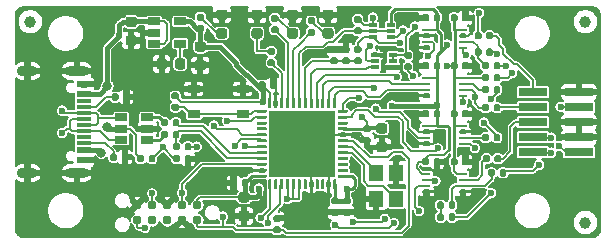
<source format=gbr>
%TF.GenerationSoftware,KiCad,Pcbnew,(5.1.6-rc1)*%
%TF.CreationDate,2020-08-04T22:03:52+02:00*%
%TF.ProjectId,bmp22,626d7032-322e-46b6-9963-61645f706362,rev?*%
%TF.SameCoordinates,Original*%
%TF.FileFunction,Copper,L1,Top*%
%TF.FilePolarity,Positive*%
%FSLAX46Y46*%
G04 Gerber Fmt 4.6, Leading zero omitted, Abs format (unit mm)*
G04 Created by KiCad (PCBNEW (5.1.6-rc1)) date 2020-08-04 22:03:52*
%MOMM*%
%LPD*%
G01*
G04 APERTURE LIST*
%TA.AperFunction,SMDPad,CuDef*%
%ADD10C,1.000000*%
%TD*%
%TA.AperFunction,SMDPad,CuDef*%
%ADD11R,1.050000X0.650000*%
%TD*%
%TA.AperFunction,SMDPad,CuDef*%
%ADD12R,1.200000X1.400000*%
%TD*%
%TA.AperFunction,SMDPad,CuDef*%
%ADD13R,5.600000X5.600000*%
%TD*%
%TA.AperFunction,SMDPad,CuDef*%
%ADD14R,1.060000X0.650000*%
%TD*%
%TA.AperFunction,SMDPad,CuDef*%
%ADD15R,0.750000X0.250000*%
%TD*%
%TA.AperFunction,SMDPad,CuDef*%
%ADD16R,0.700000X0.400000*%
%TD*%
%TA.AperFunction,ConnectorPad*%
%ADD17C,0.787400*%
%TD*%
%TA.AperFunction,SMDPad,CuDef*%
%ADD18R,1.160000X0.600000*%
%TD*%
%TA.AperFunction,SMDPad,CuDef*%
%ADD19R,1.160000X0.300000*%
%TD*%
%TA.AperFunction,ComponentPad*%
%ADD20O,1.700000X0.900000*%
%TD*%
%TA.AperFunction,ComponentPad*%
%ADD21O,2.000000X0.900000*%
%TD*%
%TA.AperFunction,SMDPad,CuDef*%
%ADD22R,2.400000X0.740000*%
%TD*%
%TA.AperFunction,ViaPad*%
%ADD23C,0.600000*%
%TD*%
%TA.AperFunction,ViaPad*%
%ADD24C,0.800000*%
%TD*%
%TA.AperFunction,Conductor*%
%ADD25C,0.200000*%
%TD*%
%TA.AperFunction,Conductor*%
%ADD26C,0.400000*%
%TD*%
%TA.AperFunction,Conductor*%
%ADD27C,0.250000*%
%TD*%
%TA.AperFunction,Conductor*%
%ADD28C,0.300000*%
%TD*%
%TA.AperFunction,Conductor*%
%ADD29C,0.150000*%
%TD*%
G04 APERTURE END LIST*
D10*
%TO.P,FID3,*%
%TO.N,*%
X168500000Y-121500000D03*
%TD*%
%TO.P,FID2,*%
%TO.N,*%
X168500000Y-138500000D03*
%TD*%
%TO.P,FID1,*%
%TO.N,*%
X121500000Y-121500000D03*
%TD*%
D11*
%TO.P,SW301,2*%
%TO.N,GND*%
X135339000Y-127195000D03*
X139489000Y-127195000D03*
%TO.P,SW301,1*%
%TO.N,Net-(R310-Pad2)*%
X135339000Y-129345000D03*
X139489000Y-129345000D03*
%TD*%
D12*
%TO.P,Y301,4*%
%TO.N,GND*%
X150788000Y-136482000D03*
%TO.P,Y301,3*%
%TO.N,/Sheet5F25207C/HSE_OUT*%
X150788000Y-134282000D03*
%TO.P,Y301,2*%
%TO.N,GND*%
X152488000Y-134282000D03*
%TO.P,Y301,1*%
%TO.N,/Sheet5F25207C/HSE_IN*%
X152488000Y-136482000D03*
%TD*%
D13*
%TO.P,U302,49*%
%TO.N,GND*%
X144526000Y-131826000D03*
%TO.P,U302,48*%
%TO.N,+3V3*%
%TA.AperFunction,SMDPad,CuDef*%
G36*
G01*
X147401000Y-134888500D02*
X147401000Y-135638500D01*
G75*
G02*
X147338500Y-135701000I-62500J0D01*
G01*
X147213500Y-135701000D01*
G75*
G02*
X147151000Y-135638500I0J62500D01*
G01*
X147151000Y-134888500D01*
G75*
G02*
X147213500Y-134826000I62500J0D01*
G01*
X147338500Y-134826000D01*
G75*
G02*
X147401000Y-134888500I0J-62500D01*
G01*
G37*
%TD.AperFunction*%
%TO.P,U302,47*%
%TO.N,GND*%
%TA.AperFunction,SMDPad,CuDef*%
G36*
G01*
X146901000Y-134888500D02*
X146901000Y-135638500D01*
G75*
G02*
X146838500Y-135701000I-62500J0D01*
G01*
X146713500Y-135701000D01*
G75*
G02*
X146651000Y-135638500I0J62500D01*
G01*
X146651000Y-134888500D01*
G75*
G02*
X146713500Y-134826000I62500J0D01*
G01*
X146838500Y-134826000D01*
G75*
G02*
X146901000Y-134888500I0J-62500D01*
G01*
G37*
%TD.AperFunction*%
%TO.P,U302,46*%
%TO.N,N/C*%
%TA.AperFunction,SMDPad,CuDef*%
G36*
G01*
X146401000Y-134888500D02*
X146401000Y-135638500D01*
G75*
G02*
X146338500Y-135701000I-62500J0D01*
G01*
X146213500Y-135701000D01*
G75*
G02*
X146151000Y-135638500I0J62500D01*
G01*
X146151000Y-134888500D01*
G75*
G02*
X146213500Y-134826000I62500J0D01*
G01*
X146338500Y-134826000D01*
G75*
G02*
X146401000Y-134888500I0J-62500D01*
G01*
G37*
%TD.AperFunction*%
%TO.P,U302,45*%
%TA.AperFunction,SMDPad,CuDef*%
G36*
G01*
X145901000Y-134888500D02*
X145901000Y-135638500D01*
G75*
G02*
X145838500Y-135701000I-62500J0D01*
G01*
X145713500Y-135701000D01*
G75*
G02*
X145651000Y-135638500I0J62500D01*
G01*
X145651000Y-134888500D01*
G75*
G02*
X145713500Y-134826000I62500J0D01*
G01*
X145838500Y-134826000D01*
G75*
G02*
X145901000Y-134888500I0J-62500D01*
G01*
G37*
%TD.AperFunction*%
%TO.P,U302,44*%
%TO.N,GND*%
%TA.AperFunction,SMDPad,CuDef*%
G36*
G01*
X145401000Y-134888500D02*
X145401000Y-135638500D01*
G75*
G02*
X145338500Y-135701000I-62500J0D01*
G01*
X145213500Y-135701000D01*
G75*
G02*
X145151000Y-135638500I0J62500D01*
G01*
X145151000Y-134888500D01*
G75*
G02*
X145213500Y-134826000I62500J0D01*
G01*
X145338500Y-134826000D01*
G75*
G02*
X145401000Y-134888500I0J-62500D01*
G01*
G37*
%TD.AperFunction*%
%TO.P,U302,43*%
%TO.N,N/C*%
%TA.AperFunction,SMDPad,CuDef*%
G36*
G01*
X144901000Y-134888500D02*
X144901000Y-135638500D01*
G75*
G02*
X144838500Y-135701000I-62500J0D01*
G01*
X144713500Y-135701000D01*
G75*
G02*
X144651000Y-135638500I0J62500D01*
G01*
X144651000Y-134888500D01*
G75*
G02*
X144713500Y-134826000I62500J0D01*
G01*
X144838500Y-134826000D01*
G75*
G02*
X144901000Y-134888500I0J-62500D01*
G01*
G37*
%TD.AperFunction*%
%TO.P,U302,42*%
%TO.N,+3V3*%
%TA.AperFunction,SMDPad,CuDef*%
G36*
G01*
X144401000Y-134888500D02*
X144401000Y-135638500D01*
G75*
G02*
X144338500Y-135701000I-62500J0D01*
G01*
X144213500Y-135701000D01*
G75*
G02*
X144151000Y-135638500I0J62500D01*
G01*
X144151000Y-134888500D01*
G75*
G02*
X144213500Y-134826000I62500J0D01*
G01*
X144338500Y-134826000D01*
G75*
G02*
X144401000Y-134888500I0J-62500D01*
G01*
G37*
%TD.AperFunction*%
%TO.P,U302,41*%
%TA.AperFunction,SMDPad,CuDef*%
G36*
G01*
X143901000Y-134888500D02*
X143901000Y-135638500D01*
G75*
G02*
X143838500Y-135701000I-62500J0D01*
G01*
X143713500Y-135701000D01*
G75*
G02*
X143651000Y-135638500I0J62500D01*
G01*
X143651000Y-134888500D01*
G75*
G02*
X143713500Y-134826000I62500J0D01*
G01*
X143838500Y-134826000D01*
G75*
G02*
X143901000Y-134888500I0J-62500D01*
G01*
G37*
%TD.AperFunction*%
%TO.P,U302,40*%
%TA.AperFunction,SMDPad,CuDef*%
G36*
G01*
X143401000Y-134888500D02*
X143401000Y-135638500D01*
G75*
G02*
X143338500Y-135701000I-62500J0D01*
G01*
X143213500Y-135701000D01*
G75*
G02*
X143151000Y-135638500I0J62500D01*
G01*
X143151000Y-134888500D01*
G75*
G02*
X143213500Y-134826000I62500J0D01*
G01*
X143338500Y-134826000D01*
G75*
G02*
X143401000Y-134888500I0J-62500D01*
G01*
G37*
%TD.AperFunction*%
%TO.P,U302,39*%
%TO.N,/Sheet5F25207C/TRACESWO*%
%TA.AperFunction,SMDPad,CuDef*%
G36*
G01*
X142901000Y-134888500D02*
X142901000Y-135638500D01*
G75*
G02*
X142838500Y-135701000I-62500J0D01*
G01*
X142713500Y-135701000D01*
G75*
G02*
X142651000Y-135638500I0J62500D01*
G01*
X142651000Y-134888500D01*
G75*
G02*
X142713500Y-134826000I62500J0D01*
G01*
X142838500Y-134826000D01*
G75*
G02*
X142901000Y-134888500I0J-62500D01*
G01*
G37*
%TD.AperFunction*%
%TO.P,U302,38*%
%TO.N,N/C*%
%TA.AperFunction,SMDPad,CuDef*%
G36*
G01*
X142401000Y-134888500D02*
X142401000Y-135638500D01*
G75*
G02*
X142338500Y-135701000I-62500J0D01*
G01*
X142213500Y-135701000D01*
G75*
G02*
X142151000Y-135638500I0J62500D01*
G01*
X142151000Y-134888500D01*
G75*
G02*
X142213500Y-134826000I62500J0D01*
G01*
X142338500Y-134826000D01*
G75*
G02*
X142401000Y-134888500I0J-62500D01*
G01*
G37*
%TD.AperFunction*%
%TO.P,U302,37*%
%TO.N,/Sheet5F25207C/SWDCLK*%
%TA.AperFunction,SMDPad,CuDef*%
G36*
G01*
X141901000Y-134888500D02*
X141901000Y-135638500D01*
G75*
G02*
X141838500Y-135701000I-62500J0D01*
G01*
X141713500Y-135701000D01*
G75*
G02*
X141651000Y-135638500I0J62500D01*
G01*
X141651000Y-134888500D01*
G75*
G02*
X141713500Y-134826000I62500J0D01*
G01*
X141838500Y-134826000D01*
G75*
G02*
X141901000Y-134888500I0J-62500D01*
G01*
G37*
%TD.AperFunction*%
%TO.P,U302,36*%
%TO.N,+3V3*%
%TA.AperFunction,SMDPad,CuDef*%
G36*
G01*
X141526000Y-134513500D02*
X141526000Y-134638500D01*
G75*
G02*
X141463500Y-134701000I-62500J0D01*
G01*
X140713500Y-134701000D01*
G75*
G02*
X140651000Y-134638500I0J62500D01*
G01*
X140651000Y-134513500D01*
G75*
G02*
X140713500Y-134451000I62500J0D01*
G01*
X141463500Y-134451000D01*
G75*
G02*
X141526000Y-134513500I0J-62500D01*
G01*
G37*
%TD.AperFunction*%
%TO.P,U302,35*%
%TO.N,GND*%
%TA.AperFunction,SMDPad,CuDef*%
G36*
G01*
X141526000Y-134013500D02*
X141526000Y-134138500D01*
G75*
G02*
X141463500Y-134201000I-62500J0D01*
G01*
X140713500Y-134201000D01*
G75*
G02*
X140651000Y-134138500I0J62500D01*
G01*
X140651000Y-134013500D01*
G75*
G02*
X140713500Y-133951000I62500J0D01*
G01*
X141463500Y-133951000D01*
G75*
G02*
X141526000Y-134013500I0J-62500D01*
G01*
G37*
%TD.AperFunction*%
%TO.P,U302,34*%
%TO.N,/Sheet5F25207C/SDWIO*%
%TA.AperFunction,SMDPad,CuDef*%
G36*
G01*
X141526000Y-133513500D02*
X141526000Y-133638500D01*
G75*
G02*
X141463500Y-133701000I-62500J0D01*
G01*
X140713500Y-133701000D01*
G75*
G02*
X140651000Y-133638500I0J62500D01*
G01*
X140651000Y-133513500D01*
G75*
G02*
X140713500Y-133451000I62500J0D01*
G01*
X141463500Y-133451000D01*
G75*
G02*
X141526000Y-133513500I0J-62500D01*
G01*
G37*
%TD.AperFunction*%
%TO.P,U302,33*%
%TO.N,/Sheet5F25207C/USB_P*%
%TA.AperFunction,SMDPad,CuDef*%
G36*
G01*
X141526000Y-133013500D02*
X141526000Y-133138500D01*
G75*
G02*
X141463500Y-133201000I-62500J0D01*
G01*
X140713500Y-133201000D01*
G75*
G02*
X140651000Y-133138500I0J62500D01*
G01*
X140651000Y-133013500D01*
G75*
G02*
X140713500Y-132951000I62500J0D01*
G01*
X141463500Y-132951000D01*
G75*
G02*
X141526000Y-133013500I0J-62500D01*
G01*
G37*
%TD.AperFunction*%
%TO.P,U302,32*%
%TO.N,/Sheet5F25207C/USB_N*%
%TA.AperFunction,SMDPad,CuDef*%
G36*
G01*
X141526000Y-132513500D02*
X141526000Y-132638500D01*
G75*
G02*
X141463500Y-132701000I-62500J0D01*
G01*
X140713500Y-132701000D01*
G75*
G02*
X140651000Y-132638500I0J62500D01*
G01*
X140651000Y-132513500D01*
G75*
G02*
X140713500Y-132451000I62500J0D01*
G01*
X141463500Y-132451000D01*
G75*
G02*
X141526000Y-132513500I0J-62500D01*
G01*
G37*
%TD.AperFunction*%
%TO.P,U302,31*%
%TO.N,iRXD*%
%TA.AperFunction,SMDPad,CuDef*%
G36*
G01*
X141526000Y-132013500D02*
X141526000Y-132138500D01*
G75*
G02*
X141463500Y-132201000I-62500J0D01*
G01*
X140713500Y-132201000D01*
G75*
G02*
X140651000Y-132138500I0J62500D01*
G01*
X140651000Y-132013500D01*
G75*
G02*
X140713500Y-131951000I62500J0D01*
G01*
X141463500Y-131951000D01*
G75*
G02*
X141526000Y-132013500I0J-62500D01*
G01*
G37*
%TD.AperFunction*%
%TO.P,U302,30*%
%TO.N,iTXD*%
%TA.AperFunction,SMDPad,CuDef*%
G36*
G01*
X141526000Y-131513500D02*
X141526000Y-131638500D01*
G75*
G02*
X141463500Y-131701000I-62500J0D01*
G01*
X140713500Y-131701000D01*
G75*
G02*
X140651000Y-131638500I0J62500D01*
G01*
X140651000Y-131513500D01*
G75*
G02*
X140713500Y-131451000I62500J0D01*
G01*
X141463500Y-131451000D01*
G75*
G02*
X141526000Y-131513500I0J-62500D01*
G01*
G37*
%TD.AperFunction*%
%TO.P,U302,29*%
%TO.N,Net-(R309-Pad2)*%
%TA.AperFunction,SMDPad,CuDef*%
G36*
G01*
X141526000Y-131013500D02*
X141526000Y-131138500D01*
G75*
G02*
X141463500Y-131201000I-62500J0D01*
G01*
X140713500Y-131201000D01*
G75*
G02*
X140651000Y-131138500I0J62500D01*
G01*
X140651000Y-131013500D01*
G75*
G02*
X140713500Y-130951000I62500J0D01*
G01*
X141463500Y-130951000D01*
G75*
G02*
X141526000Y-131013500I0J-62500D01*
G01*
G37*
%TD.AperFunction*%
%TO.P,U302,28*%
%TO.N,N/C*%
%TA.AperFunction,SMDPad,CuDef*%
G36*
G01*
X141526000Y-130513500D02*
X141526000Y-130638500D01*
G75*
G02*
X141463500Y-130701000I-62500J0D01*
G01*
X140713500Y-130701000D01*
G75*
G02*
X140651000Y-130638500I0J62500D01*
G01*
X140651000Y-130513500D01*
G75*
G02*
X140713500Y-130451000I62500J0D01*
G01*
X141463500Y-130451000D01*
G75*
G02*
X141526000Y-130513500I0J-62500D01*
G01*
G37*
%TD.AperFunction*%
%TO.P,U302,27*%
%TA.AperFunction,SMDPad,CuDef*%
G36*
G01*
X141526000Y-130013500D02*
X141526000Y-130138500D01*
G75*
G02*
X141463500Y-130201000I-62500J0D01*
G01*
X140713500Y-130201000D01*
G75*
G02*
X140651000Y-130138500I0J62500D01*
G01*
X140651000Y-130013500D01*
G75*
G02*
X140713500Y-129951000I62500J0D01*
G01*
X141463500Y-129951000D01*
G75*
G02*
X141526000Y-130013500I0J-62500D01*
G01*
G37*
%TD.AperFunction*%
%TO.P,U302,26*%
%TO.N,/Sheet5F25207C/VBUS*%
%TA.AperFunction,SMDPad,CuDef*%
G36*
G01*
X141526000Y-129513500D02*
X141526000Y-129638500D01*
G75*
G02*
X141463500Y-129701000I-62500J0D01*
G01*
X140713500Y-129701000D01*
G75*
G02*
X140651000Y-129638500I0J62500D01*
G01*
X140651000Y-129513500D01*
G75*
G02*
X140713500Y-129451000I62500J0D01*
G01*
X141463500Y-129451000D01*
G75*
G02*
X141526000Y-129513500I0J-62500D01*
G01*
G37*
%TD.AperFunction*%
%TO.P,U302,25*%
%TO.N,Net-(R310-Pad2)*%
%TA.AperFunction,SMDPad,CuDef*%
G36*
G01*
X141526000Y-129013500D02*
X141526000Y-129138500D01*
G75*
G02*
X141463500Y-129201000I-62500J0D01*
G01*
X140713500Y-129201000D01*
G75*
G02*
X140651000Y-129138500I0J62500D01*
G01*
X140651000Y-129013500D01*
G75*
G02*
X140713500Y-128951000I62500J0D01*
G01*
X141463500Y-128951000D01*
G75*
G02*
X141526000Y-129013500I0J-62500D01*
G01*
G37*
%TD.AperFunction*%
%TO.P,U302,24*%
%TO.N,+3V3*%
%TA.AperFunction,SMDPad,CuDef*%
G36*
G01*
X141901000Y-128013500D02*
X141901000Y-128763500D01*
G75*
G02*
X141838500Y-128826000I-62500J0D01*
G01*
X141713500Y-128826000D01*
G75*
G02*
X141651000Y-128763500I0J62500D01*
G01*
X141651000Y-128013500D01*
G75*
G02*
X141713500Y-127951000I62500J0D01*
G01*
X141838500Y-127951000D01*
G75*
G02*
X141901000Y-128013500I0J-62500D01*
G01*
G37*
%TD.AperFunction*%
%TO.P,U302,23*%
%TO.N,GND*%
%TA.AperFunction,SMDPad,CuDef*%
G36*
G01*
X142401000Y-128013500D02*
X142401000Y-128763500D01*
G75*
G02*
X142338500Y-128826000I-62500J0D01*
G01*
X142213500Y-128826000D01*
G75*
G02*
X142151000Y-128763500I0J62500D01*
G01*
X142151000Y-128013500D01*
G75*
G02*
X142213500Y-127951000I62500J0D01*
G01*
X142338500Y-127951000D01*
G75*
G02*
X142401000Y-128013500I0J-62500D01*
G01*
G37*
%TD.AperFunction*%
%TO.P,U302,22*%
%TO.N,/Sheet5F25207C/LED2*%
%TA.AperFunction,SMDPad,CuDef*%
G36*
G01*
X142901000Y-128013500D02*
X142901000Y-128763500D01*
G75*
G02*
X142838500Y-128826000I-62500J0D01*
G01*
X142713500Y-128826000D01*
G75*
G02*
X142651000Y-128763500I0J62500D01*
G01*
X142651000Y-128013500D01*
G75*
G02*
X142713500Y-127951000I62500J0D01*
G01*
X142838500Y-127951000D01*
G75*
G02*
X142901000Y-128013500I0J-62500D01*
G01*
G37*
%TD.AperFunction*%
%TO.P,U302,21*%
%TO.N,/Sheet5F25207C/LED1*%
%TA.AperFunction,SMDPad,CuDef*%
G36*
G01*
X143401000Y-128013500D02*
X143401000Y-128763500D01*
G75*
G02*
X143338500Y-128826000I-62500J0D01*
G01*
X143213500Y-128826000D01*
G75*
G02*
X143151000Y-128763500I0J62500D01*
G01*
X143151000Y-128013500D01*
G75*
G02*
X143213500Y-127951000I62500J0D01*
G01*
X143338500Y-127951000D01*
G75*
G02*
X143401000Y-128013500I0J-62500D01*
G01*
G37*
%TD.AperFunction*%
%TO.P,U302,20*%
%TO.N,/Sheet5F25207C/LED0*%
%TA.AperFunction,SMDPad,CuDef*%
G36*
G01*
X143901000Y-128013500D02*
X143901000Y-128763500D01*
G75*
G02*
X143838500Y-128826000I-62500J0D01*
G01*
X143713500Y-128826000D01*
G75*
G02*
X143651000Y-128763500I0J62500D01*
G01*
X143651000Y-128013500D01*
G75*
G02*
X143713500Y-127951000I62500J0D01*
G01*
X143838500Y-127951000D01*
G75*
G02*
X143901000Y-128013500I0J-62500D01*
G01*
G37*
%TD.AperFunction*%
%TO.P,U302,19*%
%TO.N,PWR_BR*%
%TA.AperFunction,SMDPad,CuDef*%
G36*
G01*
X144401000Y-128013500D02*
X144401000Y-128763500D01*
G75*
G02*
X144338500Y-128826000I-62500J0D01*
G01*
X144213500Y-128826000D01*
G75*
G02*
X144151000Y-128763500I0J62500D01*
G01*
X144151000Y-128013500D01*
G75*
G02*
X144213500Y-127951000I62500J0D01*
G01*
X144338500Y-127951000D01*
G75*
G02*
X144401000Y-128013500I0J-62500D01*
G01*
G37*
%TD.AperFunction*%
%TO.P,U302,18*%
%TO.N,Net-(C309-Pad1)*%
%TA.AperFunction,SMDPad,CuDef*%
G36*
G01*
X144901000Y-128013500D02*
X144901000Y-128763500D01*
G75*
G02*
X144838500Y-128826000I-62500J0D01*
G01*
X144713500Y-128826000D01*
G75*
G02*
X144651000Y-128763500I0J62500D01*
G01*
X144651000Y-128013500D01*
G75*
G02*
X144713500Y-127951000I62500J0D01*
G01*
X144838500Y-127951000D01*
G75*
G02*
X144901000Y-128013500I0J-62500D01*
G01*
G37*
%TD.AperFunction*%
%TO.P,U302,17*%
%TO.N,iRST_SENSE*%
%TA.AperFunction,SMDPad,CuDef*%
G36*
G01*
X145401000Y-128013500D02*
X145401000Y-128763500D01*
G75*
G02*
X145338500Y-128826000I-62500J0D01*
G01*
X145213500Y-128826000D01*
G75*
G02*
X145151000Y-128763500I0J62500D01*
G01*
X145151000Y-128013500D01*
G75*
G02*
X145213500Y-127951000I62500J0D01*
G01*
X145338500Y-127951000D01*
G75*
G02*
X145401000Y-128013500I0J-62500D01*
G01*
G37*
%TD.AperFunction*%
%TO.P,U302,16*%
%TO.N,iTDO*%
%TA.AperFunction,SMDPad,CuDef*%
G36*
G01*
X145901000Y-128013500D02*
X145901000Y-128763500D01*
G75*
G02*
X145838500Y-128826000I-62500J0D01*
G01*
X145713500Y-128826000D01*
G75*
G02*
X145651000Y-128763500I0J62500D01*
G01*
X145651000Y-128013500D01*
G75*
G02*
X145713500Y-127951000I62500J0D01*
G01*
X145838500Y-127951000D01*
G75*
G02*
X145901000Y-128013500I0J-62500D01*
G01*
G37*
%TD.AperFunction*%
%TO.P,U302,15*%
%TO.N,iTCK*%
%TA.AperFunction,SMDPad,CuDef*%
G36*
G01*
X146401000Y-128013500D02*
X146401000Y-128763500D01*
G75*
G02*
X146338500Y-128826000I-62500J0D01*
G01*
X146213500Y-128826000D01*
G75*
G02*
X146151000Y-128763500I0J62500D01*
G01*
X146151000Y-128013500D01*
G75*
G02*
X146213500Y-127951000I62500J0D01*
G01*
X146338500Y-127951000D01*
G75*
G02*
X146401000Y-128013500I0J-62500D01*
G01*
G37*
%TD.AperFunction*%
%TO.P,U302,14*%
%TO.N,iTMS*%
%TA.AperFunction,SMDPad,CuDef*%
G36*
G01*
X146901000Y-128013500D02*
X146901000Y-128763500D01*
G75*
G02*
X146838500Y-128826000I-62500J0D01*
G01*
X146713500Y-128826000D01*
G75*
G02*
X146651000Y-128763500I0J62500D01*
G01*
X146651000Y-128013500D01*
G75*
G02*
X146713500Y-127951000I62500J0D01*
G01*
X146838500Y-127951000D01*
G75*
G02*
X146901000Y-128013500I0J-62500D01*
G01*
G37*
%TD.AperFunction*%
%TO.P,U302,13*%
%TO.N,iTDI*%
%TA.AperFunction,SMDPad,CuDef*%
G36*
G01*
X147401000Y-128013500D02*
X147401000Y-128763500D01*
G75*
G02*
X147338500Y-128826000I-62500J0D01*
G01*
X147213500Y-128826000D01*
G75*
G02*
X147151000Y-128763500I0J62500D01*
G01*
X147151000Y-128013500D01*
G75*
G02*
X147213500Y-127951000I62500J0D01*
G01*
X147338500Y-127951000D01*
G75*
G02*
X147401000Y-128013500I0J-62500D01*
G01*
G37*
%TD.AperFunction*%
%TO.P,U302,12*%
%TO.N,iRST*%
%TA.AperFunction,SMDPad,CuDef*%
G36*
G01*
X148401000Y-129013500D02*
X148401000Y-129138500D01*
G75*
G02*
X148338500Y-129201000I-62500J0D01*
G01*
X147588500Y-129201000D01*
G75*
G02*
X147526000Y-129138500I0J62500D01*
G01*
X147526000Y-129013500D01*
G75*
G02*
X147588500Y-128951000I62500J0D01*
G01*
X148338500Y-128951000D01*
G75*
G02*
X148401000Y-129013500I0J-62500D01*
G01*
G37*
%TD.AperFunction*%
%TO.P,U302,11*%
%TO.N,iTMS_DIR*%
%TA.AperFunction,SMDPad,CuDef*%
G36*
G01*
X148401000Y-129513500D02*
X148401000Y-129638500D01*
G75*
G02*
X148338500Y-129701000I-62500J0D01*
G01*
X147588500Y-129701000D01*
G75*
G02*
X147526000Y-129638500I0J62500D01*
G01*
X147526000Y-129513500D01*
G75*
G02*
X147588500Y-129451000I62500J0D01*
G01*
X148338500Y-129451000D01*
G75*
G02*
X148401000Y-129513500I0J-62500D01*
G01*
G37*
%TD.AperFunction*%
%TO.P,U302,10*%
%TO.N,N/C*%
%TA.AperFunction,SMDPad,CuDef*%
G36*
G01*
X148401000Y-130013500D02*
X148401000Y-130138500D01*
G75*
G02*
X148338500Y-130201000I-62500J0D01*
G01*
X147588500Y-130201000D01*
G75*
G02*
X147526000Y-130138500I0J62500D01*
G01*
X147526000Y-130013500D01*
G75*
G02*
X147588500Y-129951000I62500J0D01*
G01*
X148338500Y-129951000D01*
G75*
G02*
X148401000Y-130013500I0J-62500D01*
G01*
G37*
%TD.AperFunction*%
%TO.P,U302,9*%
%TO.N,+3V3*%
%TA.AperFunction,SMDPad,CuDef*%
G36*
G01*
X148401000Y-130513500D02*
X148401000Y-130638500D01*
G75*
G02*
X148338500Y-130701000I-62500J0D01*
G01*
X147588500Y-130701000D01*
G75*
G02*
X147526000Y-130638500I0J62500D01*
G01*
X147526000Y-130513500D01*
G75*
G02*
X147588500Y-130451000I62500J0D01*
G01*
X148338500Y-130451000D01*
G75*
G02*
X148401000Y-130513500I0J-62500D01*
G01*
G37*
%TD.AperFunction*%
%TO.P,U302,8*%
%TO.N,GND*%
%TA.AperFunction,SMDPad,CuDef*%
G36*
G01*
X148401000Y-131013500D02*
X148401000Y-131138500D01*
G75*
G02*
X148338500Y-131201000I-62500J0D01*
G01*
X147588500Y-131201000D01*
G75*
G02*
X147526000Y-131138500I0J62500D01*
G01*
X147526000Y-131013500D01*
G75*
G02*
X147588500Y-130951000I62500J0D01*
G01*
X148338500Y-130951000D01*
G75*
G02*
X148401000Y-131013500I0J-62500D01*
G01*
G37*
%TD.AperFunction*%
%TO.P,U302,7*%
%TO.N,/Sheet5F25207C/~RST*%
%TA.AperFunction,SMDPad,CuDef*%
G36*
G01*
X148401000Y-131513500D02*
X148401000Y-131638500D01*
G75*
G02*
X148338500Y-131701000I-62500J0D01*
G01*
X147588500Y-131701000D01*
G75*
G02*
X147526000Y-131638500I0J62500D01*
G01*
X147526000Y-131513500D01*
G75*
G02*
X147588500Y-131451000I62500J0D01*
G01*
X148338500Y-131451000D01*
G75*
G02*
X148401000Y-131513500I0J-62500D01*
G01*
G37*
%TD.AperFunction*%
%TO.P,U302,6*%
%TO.N,/Sheet5F25207C/HSE_OUT*%
%TA.AperFunction,SMDPad,CuDef*%
G36*
G01*
X148401000Y-132013500D02*
X148401000Y-132138500D01*
G75*
G02*
X148338500Y-132201000I-62500J0D01*
G01*
X147588500Y-132201000D01*
G75*
G02*
X147526000Y-132138500I0J62500D01*
G01*
X147526000Y-132013500D01*
G75*
G02*
X147588500Y-131951000I62500J0D01*
G01*
X148338500Y-131951000D01*
G75*
G02*
X148401000Y-132013500I0J-62500D01*
G01*
G37*
%TD.AperFunction*%
%TO.P,U302,5*%
%TO.N,/Sheet5F25207C/HSE_IN*%
%TA.AperFunction,SMDPad,CuDef*%
G36*
G01*
X148401000Y-132513500D02*
X148401000Y-132638500D01*
G75*
G02*
X148338500Y-132701000I-62500J0D01*
G01*
X147588500Y-132701000D01*
G75*
G02*
X147526000Y-132638500I0J62500D01*
G01*
X147526000Y-132513500D01*
G75*
G02*
X147588500Y-132451000I62500J0D01*
G01*
X148338500Y-132451000D01*
G75*
G02*
X148401000Y-132513500I0J-62500D01*
G01*
G37*
%TD.AperFunction*%
%TO.P,U302,4*%
%TO.N,N/C*%
%TA.AperFunction,SMDPad,CuDef*%
G36*
G01*
X148401000Y-133013500D02*
X148401000Y-133138500D01*
G75*
G02*
X148338500Y-133201000I-62500J0D01*
G01*
X147588500Y-133201000D01*
G75*
G02*
X147526000Y-133138500I0J62500D01*
G01*
X147526000Y-133013500D01*
G75*
G02*
X147588500Y-132951000I62500J0D01*
G01*
X148338500Y-132951000D01*
G75*
G02*
X148401000Y-133013500I0J-62500D01*
G01*
G37*
%TD.AperFunction*%
%TO.P,U302,3*%
%TA.AperFunction,SMDPad,CuDef*%
G36*
G01*
X148401000Y-133513500D02*
X148401000Y-133638500D01*
G75*
G02*
X148338500Y-133701000I-62500J0D01*
G01*
X147588500Y-133701000D01*
G75*
G02*
X147526000Y-133638500I0J62500D01*
G01*
X147526000Y-133513500D01*
G75*
G02*
X147588500Y-133451000I62500J0D01*
G01*
X148338500Y-133451000D01*
G75*
G02*
X148401000Y-133513500I0J-62500D01*
G01*
G37*
%TD.AperFunction*%
%TO.P,U302,2*%
%TA.AperFunction,SMDPad,CuDef*%
G36*
G01*
X148401000Y-134013500D02*
X148401000Y-134138500D01*
G75*
G02*
X148338500Y-134201000I-62500J0D01*
G01*
X147588500Y-134201000D01*
G75*
G02*
X147526000Y-134138500I0J62500D01*
G01*
X147526000Y-134013500D01*
G75*
G02*
X147588500Y-133951000I62500J0D01*
G01*
X148338500Y-133951000D01*
G75*
G02*
X148401000Y-134013500I0J-62500D01*
G01*
G37*
%TD.AperFunction*%
%TO.P,U302,1*%
%TO.N,+3V3*%
%TA.AperFunction,SMDPad,CuDef*%
G36*
G01*
X148401000Y-134513500D02*
X148401000Y-134638500D01*
G75*
G02*
X148338500Y-134701000I-62500J0D01*
G01*
X147588500Y-134701000D01*
G75*
G02*
X147526000Y-134638500I0J62500D01*
G01*
X147526000Y-134513500D01*
G75*
G02*
X147588500Y-134451000I62500J0D01*
G01*
X148338500Y-134451000D01*
G75*
G02*
X148401000Y-134513500I0J-62500D01*
G01*
G37*
%TD.AperFunction*%
%TD*%
D14*
%TO.P,U301,5*%
%TO.N,+5V*%
X129202000Y-130556000D03*
%TO.P,U301,6*%
%TO.N,/Sheet5F25207C/USBx1+*%
X129202000Y-131506000D03*
%TO.P,U301,4*%
%TO.N,/Sheet5F25207C/USBx1-*%
X129202000Y-129606000D03*
%TO.P,U301,3*%
%TO.N,/Sheet5F25207C/USBx2-*%
X131402000Y-129606000D03*
%TO.P,U301,2*%
%TO.N,GND*%
X131402000Y-130556000D03*
%TO.P,U301,1*%
%TO.N,/Sheet5F25207C/USBx2+*%
X131402000Y-131506000D03*
%TD*%
D15*
%TO.P,U204,8*%
%TO.N,xTPWR*%
X158141000Y-130314000D03*
%TO.P,U204,7*%
%TO.N,GND*%
X158141000Y-130814000D03*
%TO.P,U204,6*%
%TO.N,xTMS*%
X158141000Y-131314000D03*
%TO.P,U204,5*%
%TO.N,iTMS_DIR*%
X158141000Y-131814000D03*
%TO.P,U204,4*%
%TO.N,GND*%
X155041000Y-131814000D03*
%TO.P,U204,3*%
%TO.N,iTMS*%
X155041000Y-131314000D03*
%TO.P,U204,2*%
%TO.N,GND*%
X155041000Y-130814000D03*
%TO.P,U204,1*%
%TO.N,+3V3*%
X155041000Y-130314000D03*
%TD*%
%TO.P,U203,8*%
%TO.N,xTPWR*%
X158141000Y-134378000D03*
%TO.P,U203,7*%
%TO.N,xTDO*%
X158141000Y-134878000D03*
%TO.P,U203,6*%
%TO.N,xRXD*%
X158141000Y-135378000D03*
%TO.P,U203,5*%
%TO.N,GND*%
X158141000Y-135878000D03*
%TO.P,U203,4*%
X155041000Y-135878000D03*
%TO.P,U203,3*%
%TO.N,iRXD*%
X155041000Y-135378000D03*
%TO.P,U203,2*%
%TO.N,iTDO*%
X155041000Y-134878000D03*
%TO.P,U203,1*%
%TO.N,+3V3*%
X155041000Y-134378000D03*
%TD*%
%TO.P,U202,8*%
%TO.N,xTPWR*%
X158141000Y-126250000D03*
%TO.P,U202,7*%
%TO.N,xTCK*%
X158141000Y-126750000D03*
%TO.P,U202,6*%
%TO.N,xTDI*%
X158141000Y-127250000D03*
%TO.P,U202,5*%
%TO.N,+3V3*%
X158141000Y-127750000D03*
%TO.P,U202,4*%
%TO.N,GND*%
X155041000Y-127750000D03*
%TO.P,U202,3*%
%TO.N,iTDI*%
X155041000Y-127250000D03*
%TO.P,U202,2*%
%TO.N,iTCK*%
X155041000Y-126750000D03*
%TO.P,U202,1*%
%TO.N,+3V3*%
X155041000Y-126250000D03*
%TD*%
%TO.P,U201,8*%
%TO.N,xTPWR*%
X158141000Y-122186000D03*
%TO.P,U201,7*%
%TO.N,GND*%
X158141000Y-122686000D03*
%TO.P,U201,6*%
%TO.N,xTXD*%
X158141000Y-123186000D03*
%TO.P,U201,5*%
%TO.N,+3V3*%
X158141000Y-123686000D03*
%TO.P,U201,4*%
%TO.N,GND*%
X155041000Y-123686000D03*
%TO.P,U201,3*%
%TO.N,iTXD*%
X155041000Y-123186000D03*
%TO.P,U201,2*%
%TO.N,GND*%
X155041000Y-122686000D03*
%TO.P,U201,1*%
%TO.N,+3V3*%
X155041000Y-122186000D03*
%TD*%
D14*
%TO.P,U101,5*%
%TO.N,+3V3*%
X134196000Y-121478000D03*
%TO.P,U101,4*%
%TO.N,Net-(C102-Pad1)*%
X134196000Y-123378000D03*
%TO.P,U101,3*%
%TO.N,+5V*%
X131996000Y-123378000D03*
%TO.P,U101,2*%
%TO.N,GND*%
X131996000Y-122428000D03*
%TO.P,U101,1*%
%TO.N,+5V*%
X131996000Y-121478000D03*
%TD*%
%TO.P,R314,2*%
%TO.N,Net-(D304-Pad2)*%
%TA.AperFunction,SMDPad,CuDef*%
G36*
G01*
X142072500Y-124310000D02*
X141727500Y-124310000D01*
G75*
G02*
X141580000Y-124162500I0J147500D01*
G01*
X141580000Y-123867500D01*
G75*
G02*
X141727500Y-123720000I147500J0D01*
G01*
X142072500Y-123720000D01*
G75*
G02*
X142220000Y-123867500I0J-147500D01*
G01*
X142220000Y-124162500D01*
G75*
G02*
X142072500Y-124310000I-147500J0D01*
G01*
G37*
%TD.AperFunction*%
%TO.P,R314,1*%
%TO.N,/Sheet5F25207C/LED2*%
%TA.AperFunction,SMDPad,CuDef*%
G36*
G01*
X142072500Y-125280000D02*
X141727500Y-125280000D01*
G75*
G02*
X141580000Y-125132500I0J147500D01*
G01*
X141580000Y-124837500D01*
G75*
G02*
X141727500Y-124690000I147500J0D01*
G01*
X142072500Y-124690000D01*
G75*
G02*
X142220000Y-124837500I0J-147500D01*
G01*
X142220000Y-125132500D01*
G75*
G02*
X142072500Y-125280000I-147500J0D01*
G01*
G37*
%TD.AperFunction*%
%TD*%
%TO.P,R313,2*%
%TO.N,Net-(D303-Pad2)*%
%TA.AperFunction,SMDPad,CuDef*%
G36*
G01*
X142372500Y-121510000D02*
X142027500Y-121510000D01*
G75*
G02*
X141880000Y-121362500I0J147500D01*
G01*
X141880000Y-121067500D01*
G75*
G02*
X142027500Y-120920000I147500J0D01*
G01*
X142372500Y-120920000D01*
G75*
G02*
X142520000Y-121067500I0J-147500D01*
G01*
X142520000Y-121362500D01*
G75*
G02*
X142372500Y-121510000I-147500J0D01*
G01*
G37*
%TD.AperFunction*%
%TO.P,R313,1*%
%TO.N,/Sheet5F25207C/LED1*%
%TA.AperFunction,SMDPad,CuDef*%
G36*
G01*
X142372500Y-122480000D02*
X142027500Y-122480000D01*
G75*
G02*
X141880000Y-122332500I0J147500D01*
G01*
X141880000Y-122037500D01*
G75*
G02*
X142027500Y-121890000I147500J0D01*
G01*
X142372500Y-121890000D01*
G75*
G02*
X142520000Y-122037500I0J-147500D01*
G01*
X142520000Y-122332500D01*
G75*
G02*
X142372500Y-122480000I-147500J0D01*
G01*
G37*
%TD.AperFunction*%
%TD*%
%TO.P,R312,2*%
%TO.N,Net-(D302-Pad2)*%
%TA.AperFunction,SMDPad,CuDef*%
G36*
G01*
X145472500Y-121710000D02*
X145127500Y-121710000D01*
G75*
G02*
X144980000Y-121562500I0J147500D01*
G01*
X144980000Y-121267500D01*
G75*
G02*
X145127500Y-121120000I147500J0D01*
G01*
X145472500Y-121120000D01*
G75*
G02*
X145620000Y-121267500I0J-147500D01*
G01*
X145620000Y-121562500D01*
G75*
G02*
X145472500Y-121710000I-147500J0D01*
G01*
G37*
%TD.AperFunction*%
%TO.P,R312,1*%
%TO.N,/Sheet5F25207C/LED0*%
%TA.AperFunction,SMDPad,CuDef*%
G36*
G01*
X145472500Y-122680000D02*
X145127500Y-122680000D01*
G75*
G02*
X144980000Y-122532500I0J147500D01*
G01*
X144980000Y-122237500D01*
G75*
G02*
X145127500Y-122090000I147500J0D01*
G01*
X145472500Y-122090000D01*
G75*
G02*
X145620000Y-122237500I0J-147500D01*
G01*
X145620000Y-122532500D01*
G75*
G02*
X145472500Y-122680000I-147500J0D01*
G01*
G37*
%TD.AperFunction*%
%TD*%
%TO.P,R311,2*%
%TO.N,Net-(D301-Pad2)*%
%TA.AperFunction,SMDPad,CuDef*%
G36*
G01*
X136072500Y-121410000D02*
X135727500Y-121410000D01*
G75*
G02*
X135580000Y-121262500I0J147500D01*
G01*
X135580000Y-120967500D01*
G75*
G02*
X135727500Y-120820000I147500J0D01*
G01*
X136072500Y-120820000D01*
G75*
G02*
X136220000Y-120967500I0J-147500D01*
G01*
X136220000Y-121262500D01*
G75*
G02*
X136072500Y-121410000I-147500J0D01*
G01*
G37*
%TD.AperFunction*%
%TO.P,R311,1*%
%TO.N,+3V3*%
%TA.AperFunction,SMDPad,CuDef*%
G36*
G01*
X136072500Y-122380000D02*
X135727500Y-122380000D01*
G75*
G02*
X135580000Y-122232500I0J147500D01*
G01*
X135580000Y-121937500D01*
G75*
G02*
X135727500Y-121790000I147500J0D01*
G01*
X136072500Y-121790000D01*
G75*
G02*
X136220000Y-121937500I0J-147500D01*
G01*
X136220000Y-122232500D01*
G75*
G02*
X136072500Y-122380000I-147500J0D01*
G01*
G37*
%TD.AperFunction*%
%TD*%
%TO.P,R310,2*%
%TO.N,Net-(R310-Pad2)*%
%TA.AperFunction,SMDPad,CuDef*%
G36*
G01*
X133583900Y-128460000D02*
X133928900Y-128460000D01*
G75*
G02*
X134076400Y-128607500I0J-147500D01*
G01*
X134076400Y-128902500D01*
G75*
G02*
X133928900Y-129050000I-147500J0D01*
G01*
X133583900Y-129050000D01*
G75*
G02*
X133436400Y-128902500I0J147500D01*
G01*
X133436400Y-128607500D01*
G75*
G02*
X133583900Y-128460000I147500J0D01*
G01*
G37*
%TD.AperFunction*%
%TO.P,R310,1*%
%TO.N,+3V3*%
%TA.AperFunction,SMDPad,CuDef*%
G36*
G01*
X133583900Y-127490000D02*
X133928900Y-127490000D01*
G75*
G02*
X134076400Y-127637500I0J-147500D01*
G01*
X134076400Y-127932500D01*
G75*
G02*
X133928900Y-128080000I-147500J0D01*
G01*
X133583900Y-128080000D01*
G75*
G02*
X133436400Y-127932500I0J147500D01*
G01*
X133436400Y-127637500D01*
G75*
G02*
X133583900Y-127490000I147500J0D01*
G01*
G37*
%TD.AperFunction*%
%TD*%
%TO.P,R309,2*%
%TO.N,Net-(R309-Pad2)*%
%TA.AperFunction,SMDPad,CuDef*%
G36*
G01*
X134556000Y-132252500D02*
X134556000Y-131907500D01*
G75*
G02*
X134703500Y-131760000I147500J0D01*
G01*
X134998500Y-131760000D01*
G75*
G02*
X135146000Y-131907500I0J-147500D01*
G01*
X135146000Y-132252500D01*
G75*
G02*
X134998500Y-132400000I-147500J0D01*
G01*
X134703500Y-132400000D01*
G75*
G02*
X134556000Y-132252500I0J147500D01*
G01*
G37*
%TD.AperFunction*%
%TO.P,R309,1*%
%TO.N,/Sheet5F25207C/USB_P*%
%TA.AperFunction,SMDPad,CuDef*%
G36*
G01*
X133586000Y-132252500D02*
X133586000Y-131907500D01*
G75*
G02*
X133733500Y-131760000I147500J0D01*
G01*
X134028500Y-131760000D01*
G75*
G02*
X134176000Y-131907500I0J-147500D01*
G01*
X134176000Y-132252500D01*
G75*
G02*
X134028500Y-132400000I-147500J0D01*
G01*
X133733500Y-132400000D01*
G75*
G02*
X133586000Y-132252500I0J147500D01*
G01*
G37*
%TD.AperFunction*%
%TD*%
%TO.P,R308,2*%
%TO.N,GND*%
%TA.AperFunction,SMDPad,CuDef*%
G36*
G01*
X134556000Y-133268500D02*
X134556000Y-132923500D01*
G75*
G02*
X134703500Y-132776000I147500J0D01*
G01*
X134998500Y-132776000D01*
G75*
G02*
X135146000Y-132923500I0J-147500D01*
G01*
X135146000Y-133268500D01*
G75*
G02*
X134998500Y-133416000I-147500J0D01*
G01*
X134703500Y-133416000D01*
G75*
G02*
X134556000Y-133268500I0J147500D01*
G01*
G37*
%TD.AperFunction*%
%TO.P,R308,1*%
%TO.N,/Sheet5F25207C/VBUS*%
%TA.AperFunction,SMDPad,CuDef*%
G36*
G01*
X133586000Y-133268500D02*
X133586000Y-132923500D01*
G75*
G02*
X133733500Y-132776000I147500J0D01*
G01*
X134028500Y-132776000D01*
G75*
G02*
X134176000Y-132923500I0J-147500D01*
G01*
X134176000Y-133268500D01*
G75*
G02*
X134028500Y-133416000I-147500J0D01*
G01*
X133733500Y-133416000D01*
G75*
G02*
X133586000Y-133268500I0J147500D01*
G01*
G37*
%TD.AperFunction*%
%TD*%
%TO.P,R307,2*%
%TO.N,GND*%
%TA.AperFunction,SMDPad,CuDef*%
G36*
G01*
X129349000Y-128061500D02*
X129349000Y-127716500D01*
G75*
G02*
X129496500Y-127569000I147500J0D01*
G01*
X129791500Y-127569000D01*
G75*
G02*
X129939000Y-127716500I0J-147500D01*
G01*
X129939000Y-128061500D01*
G75*
G02*
X129791500Y-128209000I-147500J0D01*
G01*
X129496500Y-128209000D01*
G75*
G02*
X129349000Y-128061500I0J147500D01*
G01*
G37*
%TD.AperFunction*%
%TO.P,R307,1*%
%TO.N,Net-(J301-PadA5)*%
%TA.AperFunction,SMDPad,CuDef*%
G36*
G01*
X128379000Y-128061500D02*
X128379000Y-127716500D01*
G75*
G02*
X128526500Y-127569000I147500J0D01*
G01*
X128821500Y-127569000D01*
G75*
G02*
X128969000Y-127716500I0J-147500D01*
G01*
X128969000Y-128061500D01*
G75*
G02*
X128821500Y-128209000I-147500J0D01*
G01*
X128526500Y-128209000D01*
G75*
G02*
X128379000Y-128061500I0J147500D01*
G01*
G37*
%TD.AperFunction*%
%TD*%
%TO.P,R306,2*%
%TO.N,GND*%
%TA.AperFunction,SMDPad,CuDef*%
G36*
G01*
X129222000Y-133141500D02*
X129222000Y-132796500D01*
G75*
G02*
X129369500Y-132649000I147500J0D01*
G01*
X129664500Y-132649000D01*
G75*
G02*
X129812000Y-132796500I0J-147500D01*
G01*
X129812000Y-133141500D01*
G75*
G02*
X129664500Y-133289000I-147500J0D01*
G01*
X129369500Y-133289000D01*
G75*
G02*
X129222000Y-133141500I0J147500D01*
G01*
G37*
%TD.AperFunction*%
%TO.P,R306,1*%
%TO.N,Net-(J301-PadB5)*%
%TA.AperFunction,SMDPad,CuDef*%
G36*
G01*
X128252000Y-133141500D02*
X128252000Y-132796500D01*
G75*
G02*
X128399500Y-132649000I147500J0D01*
G01*
X128694500Y-132649000D01*
G75*
G02*
X128842000Y-132796500I0J-147500D01*
G01*
X128842000Y-133141500D01*
G75*
G02*
X128694500Y-133289000I-147500J0D01*
G01*
X128399500Y-133289000D01*
G75*
G02*
X128252000Y-133141500I0J147500D01*
G01*
G37*
%TD.AperFunction*%
%TD*%
%TO.P,R305,2*%
%TO.N,GND*%
%TA.AperFunction,SMDPad,CuDef*%
G36*
G01*
X147365500Y-124143000D02*
X147020500Y-124143000D01*
G75*
G02*
X146873000Y-123995500I0J147500D01*
G01*
X146873000Y-123700500D01*
G75*
G02*
X147020500Y-123553000I147500J0D01*
G01*
X147365500Y-123553000D01*
G75*
G02*
X147513000Y-123700500I0J-147500D01*
G01*
X147513000Y-123995500D01*
G75*
G02*
X147365500Y-124143000I-147500J0D01*
G01*
G37*
%TD.AperFunction*%
%TO.P,R305,1*%
%TO.N,Net-(C309-Pad1)*%
%TA.AperFunction,SMDPad,CuDef*%
G36*
G01*
X147365500Y-125113000D02*
X147020500Y-125113000D01*
G75*
G02*
X146873000Y-124965500I0J147500D01*
G01*
X146873000Y-124670500D01*
G75*
G02*
X147020500Y-124523000I147500J0D01*
G01*
X147365500Y-124523000D01*
G75*
G02*
X147513000Y-124670500I0J-147500D01*
G01*
X147513000Y-124965500D01*
G75*
G02*
X147365500Y-125113000I-147500J0D01*
G01*
G37*
%TD.AperFunction*%
%TD*%
%TO.P,R304,2*%
%TO.N,Net-(C309-Pad1)*%
%TA.AperFunction,SMDPad,CuDef*%
G36*
G01*
X149052500Y-124523000D02*
X149397500Y-124523000D01*
G75*
G02*
X149545000Y-124670500I0J-147500D01*
G01*
X149545000Y-124965500D01*
G75*
G02*
X149397500Y-125113000I-147500J0D01*
G01*
X149052500Y-125113000D01*
G75*
G02*
X148905000Y-124965500I0J147500D01*
G01*
X148905000Y-124670500D01*
G75*
G02*
X149052500Y-124523000I147500J0D01*
G01*
G37*
%TD.AperFunction*%
%TO.P,R304,1*%
%TO.N,TPWR*%
%TA.AperFunction,SMDPad,CuDef*%
G36*
G01*
X149052500Y-123553000D02*
X149397500Y-123553000D01*
G75*
G02*
X149545000Y-123700500I0J-147500D01*
G01*
X149545000Y-123995500D01*
G75*
G02*
X149397500Y-124143000I-147500J0D01*
G01*
X149052500Y-124143000D01*
G75*
G02*
X148905000Y-123995500I0J147500D01*
G01*
X148905000Y-123700500D01*
G75*
G02*
X149052500Y-123553000I147500J0D01*
G01*
G37*
%TD.AperFunction*%
%TD*%
%TO.P,R303,2*%
%TO.N,/Sheet5F25207C/USBx2-*%
%TA.AperFunction,SMDPad,CuDef*%
G36*
G01*
X133160000Y-129875500D02*
X133160000Y-130220500D01*
G75*
G02*
X133012500Y-130368000I-147500J0D01*
G01*
X132717500Y-130368000D01*
G75*
G02*
X132570000Y-130220500I0J147500D01*
G01*
X132570000Y-129875500D01*
G75*
G02*
X132717500Y-129728000I147500J0D01*
G01*
X133012500Y-129728000D01*
G75*
G02*
X133160000Y-129875500I0J-147500D01*
G01*
G37*
%TD.AperFunction*%
%TO.P,R303,1*%
%TO.N,/Sheet5F25207C/USB_N*%
%TA.AperFunction,SMDPad,CuDef*%
G36*
G01*
X134130000Y-129875500D02*
X134130000Y-130220500D01*
G75*
G02*
X133982500Y-130368000I-147500J0D01*
G01*
X133687500Y-130368000D01*
G75*
G02*
X133540000Y-130220500I0J147500D01*
G01*
X133540000Y-129875500D01*
G75*
G02*
X133687500Y-129728000I147500J0D01*
G01*
X133982500Y-129728000D01*
G75*
G02*
X134130000Y-129875500I0J-147500D01*
G01*
G37*
%TD.AperFunction*%
%TD*%
%TO.P,R302,2*%
%TO.N,/Sheet5F25207C/VBUS*%
%TA.AperFunction,SMDPad,CuDef*%
G36*
G01*
X131508000Y-133268500D02*
X131508000Y-132923500D01*
G75*
G02*
X131655500Y-132776000I147500J0D01*
G01*
X131950500Y-132776000D01*
G75*
G02*
X132098000Y-132923500I0J-147500D01*
G01*
X132098000Y-133268500D01*
G75*
G02*
X131950500Y-133416000I-147500J0D01*
G01*
X131655500Y-133416000D01*
G75*
G02*
X131508000Y-133268500I0J147500D01*
G01*
G37*
%TD.AperFunction*%
%TO.P,R302,1*%
%TO.N,+5V*%
%TA.AperFunction,SMDPad,CuDef*%
G36*
G01*
X130538000Y-133268500D02*
X130538000Y-132923500D01*
G75*
G02*
X130685500Y-132776000I147500J0D01*
G01*
X130980500Y-132776000D01*
G75*
G02*
X131128000Y-132923500I0J-147500D01*
G01*
X131128000Y-133268500D01*
G75*
G02*
X130980500Y-133416000I-147500J0D01*
G01*
X130685500Y-133416000D01*
G75*
G02*
X130538000Y-133268500I0J147500D01*
G01*
G37*
%TD.AperFunction*%
%TD*%
%TO.P,R301,2*%
%TO.N,/Sheet5F25207C/USBx2+*%
%TA.AperFunction,SMDPad,CuDef*%
G36*
G01*
X133160000Y-130891500D02*
X133160000Y-131236500D01*
G75*
G02*
X133012500Y-131384000I-147500J0D01*
G01*
X132717500Y-131384000D01*
G75*
G02*
X132570000Y-131236500I0J147500D01*
G01*
X132570000Y-130891500D01*
G75*
G02*
X132717500Y-130744000I147500J0D01*
G01*
X133012500Y-130744000D01*
G75*
G02*
X133160000Y-130891500I0J-147500D01*
G01*
G37*
%TD.AperFunction*%
%TO.P,R301,1*%
%TO.N,/Sheet5F25207C/USB_P*%
%TA.AperFunction,SMDPad,CuDef*%
G36*
G01*
X134130000Y-130891500D02*
X134130000Y-131236500D01*
G75*
G02*
X133982500Y-131384000I-147500J0D01*
G01*
X133687500Y-131384000D01*
G75*
G02*
X133540000Y-131236500I0J147500D01*
G01*
X133540000Y-130891500D01*
G75*
G02*
X133687500Y-130744000I147500J0D01*
G01*
X133982500Y-130744000D01*
G75*
G02*
X134130000Y-130891500I0J-147500D01*
G01*
G37*
%TD.AperFunction*%
%TD*%
%TO.P,R211,2*%
%TO.N,xTPWR*%
%TA.AperFunction,SMDPad,CuDef*%
G36*
G01*
X153307000Y-125031000D02*
X153652000Y-125031000D01*
G75*
G02*
X153799500Y-125178500I0J-147500D01*
G01*
X153799500Y-125473500D01*
G75*
G02*
X153652000Y-125621000I-147500J0D01*
G01*
X153307000Y-125621000D01*
G75*
G02*
X153159500Y-125473500I0J147500D01*
G01*
X153159500Y-125178500D01*
G75*
G02*
X153307000Y-125031000I147500J0D01*
G01*
G37*
%TD.AperFunction*%
%TO.P,R211,1*%
%TO.N,xRST*%
%TA.AperFunction,SMDPad,CuDef*%
G36*
G01*
X153307000Y-124061000D02*
X153652000Y-124061000D01*
G75*
G02*
X153799500Y-124208500I0J-147500D01*
G01*
X153799500Y-124503500D01*
G75*
G02*
X153652000Y-124651000I-147500J0D01*
G01*
X153307000Y-124651000D01*
G75*
G02*
X153159500Y-124503500I0J147500D01*
G01*
X153159500Y-124208500D01*
G75*
G02*
X153307000Y-124061000I147500J0D01*
G01*
G37*
%TD.AperFunction*%
%TD*%
%TO.P,R210,2*%
%TO.N,PWR_BR*%
%TA.AperFunction,SMDPad,CuDef*%
G36*
G01*
X149052500Y-121983000D02*
X149397500Y-121983000D01*
G75*
G02*
X149545000Y-122130500I0J-147500D01*
G01*
X149545000Y-122425500D01*
G75*
G02*
X149397500Y-122573000I-147500J0D01*
G01*
X149052500Y-122573000D01*
G75*
G02*
X148905000Y-122425500I0J147500D01*
G01*
X148905000Y-122130500D01*
G75*
G02*
X149052500Y-121983000I147500J0D01*
G01*
G37*
%TD.AperFunction*%
%TO.P,R210,1*%
%TO.N,Net-(Q201-Pad1)*%
%TA.AperFunction,SMDPad,CuDef*%
G36*
G01*
X149052500Y-121013000D02*
X149397500Y-121013000D01*
G75*
G02*
X149545000Y-121160500I0J-147500D01*
G01*
X149545000Y-121455500D01*
G75*
G02*
X149397500Y-121603000I-147500J0D01*
G01*
X149052500Y-121603000D01*
G75*
G02*
X148905000Y-121455500I0J147500D01*
G01*
X148905000Y-121160500D01*
G75*
G02*
X149052500Y-121013000I147500J0D01*
G01*
G37*
%TD.AperFunction*%
%TD*%
%TO.P,R209,2*%
%TO.N,xRXD*%
%TA.AperFunction,SMDPad,CuDef*%
G36*
G01*
X160846000Y-134127500D02*
X160846000Y-134472500D01*
G75*
G02*
X160698500Y-134620000I-147500J0D01*
G01*
X160403500Y-134620000D01*
G75*
G02*
X160256000Y-134472500I0J147500D01*
G01*
X160256000Y-134127500D01*
G75*
G02*
X160403500Y-133980000I147500J0D01*
G01*
X160698500Y-133980000D01*
G75*
G02*
X160846000Y-134127500I0J-147500D01*
G01*
G37*
%TD.AperFunction*%
%TO.P,R209,1*%
%TO.N,/Sheet5F21D67E/RXD*%
%TA.AperFunction,SMDPad,CuDef*%
G36*
G01*
X161816000Y-134127500D02*
X161816000Y-134472500D01*
G75*
G02*
X161668500Y-134620000I-147500J0D01*
G01*
X161373500Y-134620000D01*
G75*
G02*
X161226000Y-134472500I0J147500D01*
G01*
X161226000Y-134127500D01*
G75*
G02*
X161373500Y-133980000I147500J0D01*
G01*
X161668500Y-133980000D01*
G75*
G02*
X161816000Y-134127500I0J-147500D01*
G01*
G37*
%TD.AperFunction*%
%TD*%
%TO.P,R208,2*%
%TO.N,xTXD*%
%TA.AperFunction,SMDPad,CuDef*%
G36*
G01*
X160338000Y-125049500D02*
X160338000Y-125394500D01*
G75*
G02*
X160190500Y-125542000I-147500J0D01*
G01*
X159895500Y-125542000D01*
G75*
G02*
X159748000Y-125394500I0J147500D01*
G01*
X159748000Y-125049500D01*
G75*
G02*
X159895500Y-124902000I147500J0D01*
G01*
X160190500Y-124902000D01*
G75*
G02*
X160338000Y-125049500I0J-147500D01*
G01*
G37*
%TD.AperFunction*%
%TO.P,R208,1*%
%TO.N,/Sheet5F21D67E/TXD*%
%TA.AperFunction,SMDPad,CuDef*%
G36*
G01*
X161308000Y-125049500D02*
X161308000Y-125394500D01*
G75*
G02*
X161160500Y-125542000I-147500J0D01*
G01*
X160865500Y-125542000D01*
G75*
G02*
X160718000Y-125394500I0J147500D01*
G01*
X160718000Y-125049500D01*
G75*
G02*
X160865500Y-124902000I147500J0D01*
G01*
X161160500Y-124902000D01*
G75*
G02*
X161308000Y-125049500I0J-147500D01*
G01*
G37*
%TD.AperFunction*%
%TD*%
%TO.P,R207,2*%
%TO.N,xRST*%
%TA.AperFunction,SMDPad,CuDef*%
G36*
G01*
X159703000Y-122509500D02*
X159703000Y-122854500D01*
G75*
G02*
X159555500Y-123002000I-147500J0D01*
G01*
X159260500Y-123002000D01*
G75*
G02*
X159113000Y-122854500I0J147500D01*
G01*
X159113000Y-122509500D01*
G75*
G02*
X159260500Y-122362000I147500J0D01*
G01*
X159555500Y-122362000D01*
G75*
G02*
X159703000Y-122509500I0J-147500D01*
G01*
G37*
%TD.AperFunction*%
%TO.P,R207,1*%
%TO.N,RST*%
%TA.AperFunction,SMDPad,CuDef*%
G36*
G01*
X160673000Y-122509500D02*
X160673000Y-122854500D01*
G75*
G02*
X160525500Y-123002000I-147500J0D01*
G01*
X160230500Y-123002000D01*
G75*
G02*
X160083000Y-122854500I0J147500D01*
G01*
X160083000Y-122509500D01*
G75*
G02*
X160230500Y-122362000I147500J0D01*
G01*
X160525500Y-122362000D01*
G75*
G02*
X160673000Y-122509500I0J-147500D01*
G01*
G37*
%TD.AperFunction*%
%TD*%
%TO.P,R206,2*%
%TO.N,xTDI*%
%TA.AperFunction,SMDPad,CuDef*%
G36*
G01*
X160338000Y-128605500D02*
X160338000Y-128950500D01*
G75*
G02*
X160190500Y-129098000I-147500J0D01*
G01*
X159895500Y-129098000D01*
G75*
G02*
X159748000Y-128950500I0J147500D01*
G01*
X159748000Y-128605500D01*
G75*
G02*
X159895500Y-128458000I147500J0D01*
G01*
X160190500Y-128458000D01*
G75*
G02*
X160338000Y-128605500I0J-147500D01*
G01*
G37*
%TD.AperFunction*%
%TO.P,R206,1*%
%TO.N,TDI*%
%TA.AperFunction,SMDPad,CuDef*%
G36*
G01*
X161308000Y-128605500D02*
X161308000Y-128950500D01*
G75*
G02*
X161160500Y-129098000I-147500J0D01*
G01*
X160865500Y-129098000D01*
G75*
G02*
X160718000Y-128950500I0J147500D01*
G01*
X160718000Y-128605500D01*
G75*
G02*
X160865500Y-128458000I147500J0D01*
G01*
X161160500Y-128458000D01*
G75*
G02*
X161308000Y-128605500I0J-147500D01*
G01*
G37*
%TD.AperFunction*%
%TD*%
%TO.P,R205,2*%
%TO.N,xKEY*%
%TA.AperFunction,SMDPad,CuDef*%
G36*
G01*
X156528000Y-137876500D02*
X156528000Y-138221500D01*
G75*
G02*
X156380500Y-138369000I-147500J0D01*
G01*
X156085500Y-138369000D01*
G75*
G02*
X155938000Y-138221500I0J147500D01*
G01*
X155938000Y-137876500D01*
G75*
G02*
X156085500Y-137729000I147500J0D01*
G01*
X156380500Y-137729000D01*
G75*
G02*
X156528000Y-137876500I0J-147500D01*
G01*
G37*
%TD.AperFunction*%
%TO.P,R205,1*%
%TO.N,KEY*%
%TA.AperFunction,SMDPad,CuDef*%
G36*
G01*
X157498000Y-137876500D02*
X157498000Y-138221500D01*
G75*
G02*
X157350500Y-138369000I-147500J0D01*
G01*
X157055500Y-138369000D01*
G75*
G02*
X156908000Y-138221500I0J147500D01*
G01*
X156908000Y-137876500D01*
G75*
G02*
X157055500Y-137729000I147500J0D01*
G01*
X157350500Y-137729000D01*
G75*
G02*
X157498000Y-137876500I0J-147500D01*
G01*
G37*
%TD.AperFunction*%
%TD*%
%TO.P,R204,2*%
%TO.N,xTDO*%
%TA.AperFunction,SMDPad,CuDef*%
G36*
G01*
X160410000Y-132923500D02*
X160410000Y-133268500D01*
G75*
G02*
X160262500Y-133416000I-147500J0D01*
G01*
X159967500Y-133416000D01*
G75*
G02*
X159820000Y-133268500I0J147500D01*
G01*
X159820000Y-132923500D01*
G75*
G02*
X159967500Y-132776000I147500J0D01*
G01*
X160262500Y-132776000D01*
G75*
G02*
X160410000Y-132923500I0J-147500D01*
G01*
G37*
%TD.AperFunction*%
%TO.P,R204,1*%
%TO.N,TDO*%
%TA.AperFunction,SMDPad,CuDef*%
G36*
G01*
X161380000Y-132923500D02*
X161380000Y-133268500D01*
G75*
G02*
X161232500Y-133416000I-147500J0D01*
G01*
X160937500Y-133416000D01*
G75*
G02*
X160790000Y-133268500I0J147500D01*
G01*
X160790000Y-132923500D01*
G75*
G02*
X160937500Y-132776000I147500J0D01*
G01*
X161232500Y-132776000D01*
G75*
G02*
X161380000Y-132923500I0J-147500D01*
G01*
G37*
%TD.AperFunction*%
%TD*%
%TO.P,R203,2*%
%TO.N,xTCK*%
%TA.AperFunction,SMDPad,CuDef*%
G36*
G01*
X160338000Y-127081500D02*
X160338000Y-127426500D01*
G75*
G02*
X160190500Y-127574000I-147500J0D01*
G01*
X159895500Y-127574000D01*
G75*
G02*
X159748000Y-127426500I0J147500D01*
G01*
X159748000Y-127081500D01*
G75*
G02*
X159895500Y-126934000I147500J0D01*
G01*
X160190500Y-126934000D01*
G75*
G02*
X160338000Y-127081500I0J-147500D01*
G01*
G37*
%TD.AperFunction*%
%TO.P,R203,1*%
%TO.N,TCK*%
%TA.AperFunction,SMDPad,CuDef*%
G36*
G01*
X161308000Y-127081500D02*
X161308000Y-127426500D01*
G75*
G02*
X161160500Y-127574000I-147500J0D01*
G01*
X160865500Y-127574000D01*
G75*
G02*
X160718000Y-127426500I0J147500D01*
G01*
X160718000Y-127081500D01*
G75*
G02*
X160865500Y-126934000I147500J0D01*
G01*
X161160500Y-126934000D01*
G75*
G02*
X161308000Y-127081500I0J-147500D01*
G01*
G37*
%TD.AperFunction*%
%TD*%
%TO.P,R202,2*%
%TO.N,xTMS*%
%TA.AperFunction,SMDPad,CuDef*%
G36*
G01*
X160338000Y-131145500D02*
X160338000Y-131490500D01*
G75*
G02*
X160190500Y-131638000I-147500J0D01*
G01*
X159895500Y-131638000D01*
G75*
G02*
X159748000Y-131490500I0J147500D01*
G01*
X159748000Y-131145500D01*
G75*
G02*
X159895500Y-130998000I147500J0D01*
G01*
X160190500Y-130998000D01*
G75*
G02*
X160338000Y-131145500I0J-147500D01*
G01*
G37*
%TD.AperFunction*%
%TO.P,R202,1*%
%TO.N,TMS*%
%TA.AperFunction,SMDPad,CuDef*%
G36*
G01*
X161308000Y-131145500D02*
X161308000Y-131490500D01*
G75*
G02*
X161160500Y-131638000I-147500J0D01*
G01*
X160865500Y-131638000D01*
G75*
G02*
X160718000Y-131490500I0J147500D01*
G01*
X160718000Y-131145500D01*
G75*
G02*
X160865500Y-130998000I147500J0D01*
G01*
X161160500Y-130998000D01*
G75*
G02*
X161308000Y-131145500I0J-147500D01*
G01*
G37*
%TD.AperFunction*%
%TD*%
%TO.P,R201,2*%
%TO.N,xTPWR*%
%TA.AperFunction,SMDPad,CuDef*%
G36*
G01*
X160338000Y-126065500D02*
X160338000Y-126410500D01*
G75*
G02*
X160190500Y-126558000I-147500J0D01*
G01*
X159895500Y-126558000D01*
G75*
G02*
X159748000Y-126410500I0J147500D01*
G01*
X159748000Y-126065500D01*
G75*
G02*
X159895500Y-125918000I147500J0D01*
G01*
X160190500Y-125918000D01*
G75*
G02*
X160338000Y-126065500I0J-147500D01*
G01*
G37*
%TD.AperFunction*%
%TO.P,R201,1*%
%TO.N,TPWR*%
%TA.AperFunction,SMDPad,CuDef*%
G36*
G01*
X161308000Y-126065500D02*
X161308000Y-126410500D01*
G75*
G02*
X161160500Y-126558000I-147500J0D01*
G01*
X160865500Y-126558000D01*
G75*
G02*
X160718000Y-126410500I0J147500D01*
G01*
X160718000Y-126065500D01*
G75*
G02*
X160865500Y-125918000I147500J0D01*
G01*
X161160500Y-125918000D01*
G75*
G02*
X161308000Y-126065500I0J-147500D01*
G01*
G37*
%TD.AperFunction*%
%TD*%
D16*
%TO.P,Q203,5*%
%TO.N,xRST*%
X152197500Y-124841000D03*
%TO.P,Q203,4*%
%TO.N,GND*%
X152197500Y-125341000D03*
%TO.P,Q203,2*%
%TO.N,iRST*%
X150697500Y-124841000D03*
%TO.P,Q203,6*%
%TO.N,xRST*%
X152197500Y-124341000D03*
%TO.P,Q203,3*%
%TO.N,iRST_SENSE*%
X150697500Y-125341000D03*
%TO.P,Q203,1*%
%TO.N,GND*%
X150697500Y-124341000D03*
%TD*%
%TO.P,Q201,5*%
%TO.N,PWR_BR*%
X152007000Y-122301000D03*
%TO.P,Q201,4*%
%TO.N,Net-(Q201-Pad1)*%
X152007000Y-122801000D03*
%TO.P,Q201,2*%
%TO.N,PWR_BR*%
X150507000Y-122301000D03*
%TO.P,Q201,6*%
%TO.N,+3V3*%
X152007000Y-121801000D03*
%TO.P,Q201,3*%
%TO.N,TPWR*%
X150507000Y-122801000D03*
%TO.P,Q201,1*%
%TO.N,Net-(Q201-Pad1)*%
X150507000Y-121801000D03*
%TD*%
%TO.P,JP202,1*%
%TO.N,xTXD*%
%TA.AperFunction,SMDPad,CuDef*%
G36*
G01*
X159113000Y-124251500D02*
X159113000Y-123906500D01*
G75*
G02*
X159260500Y-123759000I147500J0D01*
G01*
X159555500Y-123759000D01*
G75*
G02*
X159703000Y-123906500I0J-147500D01*
G01*
X159703000Y-124251500D01*
G75*
G02*
X159555500Y-124399000I-147500J0D01*
G01*
X159260500Y-124399000D01*
G75*
G02*
X159113000Y-124251500I0J147500D01*
G01*
G37*
%TD.AperFunction*%
%TO.P,JP202,2*%
%TO.N,xTDI*%
%TA.AperFunction,SMDPad,CuDef*%
G36*
G01*
X160083000Y-124251500D02*
X160083000Y-123906500D01*
G75*
G02*
X160230500Y-123759000I147500J0D01*
G01*
X160525500Y-123759000D01*
G75*
G02*
X160673000Y-123906500I0J-147500D01*
G01*
X160673000Y-124251500D01*
G75*
G02*
X160525500Y-124399000I-147500J0D01*
G01*
X160230500Y-124399000D01*
G75*
G02*
X160083000Y-124251500I0J147500D01*
G01*
G37*
%TD.AperFunction*%
%TD*%
%TO.P,JP201,2*%
%TO.N,xKEY*%
%TA.AperFunction,SMDPad,CuDef*%
G36*
G01*
X156528000Y-136860500D02*
X156528000Y-137205500D01*
G75*
G02*
X156380500Y-137353000I-147500J0D01*
G01*
X156085500Y-137353000D01*
G75*
G02*
X155938000Y-137205500I0J147500D01*
G01*
X155938000Y-136860500D01*
G75*
G02*
X156085500Y-136713000I147500J0D01*
G01*
X156380500Y-136713000D01*
G75*
G02*
X156528000Y-136860500I0J-147500D01*
G01*
G37*
%TD.AperFunction*%
%TO.P,JP201,1*%
%TO.N,xRXD*%
%TA.AperFunction,SMDPad,CuDef*%
G36*
G01*
X157498000Y-136860500D02*
X157498000Y-137205500D01*
G75*
G02*
X157350500Y-137353000I-147500J0D01*
G01*
X157055500Y-137353000D01*
G75*
G02*
X156908000Y-137205500I0J147500D01*
G01*
X156908000Y-136860500D01*
G75*
G02*
X157055500Y-136713000I147500J0D01*
G01*
X157350500Y-136713000D01*
G75*
G02*
X157498000Y-136860500I0J-147500D01*
G01*
G37*
%TD.AperFunction*%
%TD*%
D17*
%TO.P,J302,10*%
%TO.N,/Sheet5F25207C/~RST*%
X135636000Y-138303000D03*
%TO.P,J302,9*%
%TO.N,GND*%
X134366000Y-138303000D03*
%TO.P,J302,8*%
%TO.N,N/C*%
X133096000Y-138303000D03*
%TO.P,J302,7*%
X131826000Y-138303000D03*
%TO.P,J302,6*%
%TO.N,/Sheet5F25207C/TRACESWO*%
X130556000Y-138303000D03*
%TO.P,J302,5*%
%TO.N,GND*%
X130556000Y-137033000D03*
%TO.P,J302,4*%
%TO.N,/Sheet5F25207C/SWDCLK*%
X131826000Y-137033000D03*
%TO.P,J302,3*%
%TO.N,GND*%
X133096000Y-137033000D03*
%TO.P,J302,2*%
%TO.N,/Sheet5F25207C/SDWIO*%
X134366000Y-137033000D03*
%TO.P,J302,1*%
%TO.N,+3V3*%
X135636000Y-137033000D03*
%TD*%
D18*
%TO.P,J301,A12*%
%TO.N,GND*%
X126010000Y-133200000D03*
%TO.P,J301,A9*%
%TO.N,+5V*%
X126010000Y-132400000D03*
%TO.P,J301,B1*%
%TO.N,GND*%
X126010000Y-133200000D03*
%TO.P,J301,B4*%
%TO.N,+5V*%
X126010000Y-132400000D03*
%TO.P,J301,B12*%
%TO.N,GND*%
X126010000Y-126800000D03*
%TO.P,J301,A1*%
X126010000Y-126800000D03*
%TO.P,J301,B9*%
%TO.N,+5V*%
X126010000Y-127600000D03*
%TO.P,J301,A4*%
X126010000Y-127600000D03*
D19*
%TO.P,J301,B5*%
%TO.N,Net-(J301-PadB5)*%
X126010000Y-131750000D03*
%TO.P,J301,B6*%
%TO.N,/Sheet5F25207C/USBx1+*%
X126010000Y-130750000D03*
%TO.P,J301,A8*%
%TO.N,N/C*%
X126010000Y-131250000D03*
%TO.P,J301,A5*%
%TO.N,Net-(J301-PadA5)*%
X126010000Y-128750000D03*
%TO.P,J301,B8*%
%TO.N,N/C*%
X126010000Y-128250000D03*
%TO.P,J301,A7*%
%TO.N,/Sheet5F25207C/USBx1-*%
X126010000Y-130250000D03*
%TO.P,J301,A6*%
%TO.N,/Sheet5F25207C/USBx1+*%
X126010000Y-129750000D03*
%TO.P,J301,B7*%
%TO.N,/Sheet5F25207C/USBx1-*%
X126010000Y-129250000D03*
D20*
%TO.P,J301,S1*%
%TO.N,GND*%
X121260000Y-134320000D03*
X121260000Y-125680000D03*
D21*
X125430000Y-134320000D03*
X125430000Y-125680000D03*
%TD*%
D22*
%TO.P,J201,10*%
%TO.N,RST*%
X164050000Y-127460000D03*
%TO.P,J201,9*%
%TO.N,GND*%
X167950000Y-127460000D03*
%TO.P,J201,8*%
%TO.N,TDI*%
X164050000Y-128730000D03*
%TO.P,J201,7*%
%TO.N,KEY*%
X167950000Y-128730000D03*
%TO.P,J201,6*%
%TO.N,TDO*%
X164050000Y-130000000D03*
%TO.P,J201,5*%
%TO.N,GND*%
X167950000Y-130000000D03*
%TO.P,J201,4*%
%TO.N,TCK*%
X164050000Y-131270000D03*
%TO.P,J201,3*%
%TO.N,GND*%
X167950000Y-131270000D03*
%TO.P,J201,2*%
%TO.N,TMS*%
X164050000Y-132540000D03*
%TO.P,J201,1*%
%TO.N,TPWR*%
X167950000Y-132540000D03*
%TD*%
%TO.P,D304,2*%
%TO.N,Net-(D304-Pad2)*%
%TA.AperFunction,SMDPad,CuDef*%
G36*
G01*
X140443750Y-122050000D02*
X140956250Y-122050000D01*
G75*
G02*
X141175000Y-122268750I0J-218750D01*
G01*
X141175000Y-122706250D01*
G75*
G02*
X140956250Y-122925000I-218750J0D01*
G01*
X140443750Y-122925000D01*
G75*
G02*
X140225000Y-122706250I0J218750D01*
G01*
X140225000Y-122268750D01*
G75*
G02*
X140443750Y-122050000I218750J0D01*
G01*
G37*
%TD.AperFunction*%
%TO.P,D304,1*%
%TO.N,GND*%
%TA.AperFunction,SMDPad,CuDef*%
G36*
G01*
X140443750Y-120475000D02*
X140956250Y-120475000D01*
G75*
G02*
X141175000Y-120693750I0J-218750D01*
G01*
X141175000Y-121131250D01*
G75*
G02*
X140956250Y-121350000I-218750J0D01*
G01*
X140443750Y-121350000D01*
G75*
G02*
X140225000Y-121131250I0J218750D01*
G01*
X140225000Y-120693750D01*
G75*
G02*
X140443750Y-120475000I218750J0D01*
G01*
G37*
%TD.AperFunction*%
%TD*%
%TO.P,D303,2*%
%TO.N,Net-(D303-Pad2)*%
%TA.AperFunction,SMDPad,CuDef*%
G36*
G01*
X143443750Y-122050000D02*
X143956250Y-122050000D01*
G75*
G02*
X144175000Y-122268750I0J-218750D01*
G01*
X144175000Y-122706250D01*
G75*
G02*
X143956250Y-122925000I-218750J0D01*
G01*
X143443750Y-122925000D01*
G75*
G02*
X143225000Y-122706250I0J218750D01*
G01*
X143225000Y-122268750D01*
G75*
G02*
X143443750Y-122050000I218750J0D01*
G01*
G37*
%TD.AperFunction*%
%TO.P,D303,1*%
%TO.N,GND*%
%TA.AperFunction,SMDPad,CuDef*%
G36*
G01*
X143443750Y-120475000D02*
X143956250Y-120475000D01*
G75*
G02*
X144175000Y-120693750I0J-218750D01*
G01*
X144175000Y-121131250D01*
G75*
G02*
X143956250Y-121350000I-218750J0D01*
G01*
X143443750Y-121350000D01*
G75*
G02*
X143225000Y-121131250I0J218750D01*
G01*
X143225000Y-120693750D01*
G75*
G02*
X143443750Y-120475000I218750J0D01*
G01*
G37*
%TD.AperFunction*%
%TD*%
%TO.P,D302,2*%
%TO.N,Net-(D302-Pad2)*%
%TA.AperFunction,SMDPad,CuDef*%
G36*
G01*
X146443750Y-122050000D02*
X146956250Y-122050000D01*
G75*
G02*
X147175000Y-122268750I0J-218750D01*
G01*
X147175000Y-122706250D01*
G75*
G02*
X146956250Y-122925000I-218750J0D01*
G01*
X146443750Y-122925000D01*
G75*
G02*
X146225000Y-122706250I0J218750D01*
G01*
X146225000Y-122268750D01*
G75*
G02*
X146443750Y-122050000I218750J0D01*
G01*
G37*
%TD.AperFunction*%
%TO.P,D302,1*%
%TO.N,GND*%
%TA.AperFunction,SMDPad,CuDef*%
G36*
G01*
X146443750Y-120475000D02*
X146956250Y-120475000D01*
G75*
G02*
X147175000Y-120693750I0J-218750D01*
G01*
X147175000Y-121131250D01*
G75*
G02*
X146956250Y-121350000I-218750J0D01*
G01*
X146443750Y-121350000D01*
G75*
G02*
X146225000Y-121131250I0J218750D01*
G01*
X146225000Y-120693750D01*
G75*
G02*
X146443750Y-120475000I218750J0D01*
G01*
G37*
%TD.AperFunction*%
%TD*%
%TO.P,D301,2*%
%TO.N,Net-(D301-Pad2)*%
%TA.AperFunction,SMDPad,CuDef*%
G36*
G01*
X137443750Y-122050000D02*
X137956250Y-122050000D01*
G75*
G02*
X138175000Y-122268750I0J-218750D01*
G01*
X138175000Y-122706250D01*
G75*
G02*
X137956250Y-122925000I-218750J0D01*
G01*
X137443750Y-122925000D01*
G75*
G02*
X137225000Y-122706250I0J218750D01*
G01*
X137225000Y-122268750D01*
G75*
G02*
X137443750Y-122050000I218750J0D01*
G01*
G37*
%TD.AperFunction*%
%TO.P,D301,1*%
%TO.N,GND*%
%TA.AperFunction,SMDPad,CuDef*%
G36*
G01*
X137443750Y-120475000D02*
X137956250Y-120475000D01*
G75*
G02*
X138175000Y-120693750I0J-218750D01*
G01*
X138175000Y-121131250D01*
G75*
G02*
X137956250Y-121350000I-218750J0D01*
G01*
X137443750Y-121350000D01*
G75*
G02*
X137225000Y-121131250I0J218750D01*
G01*
X137225000Y-120693750D01*
G75*
G02*
X137443750Y-120475000I218750J0D01*
G01*
G37*
%TD.AperFunction*%
%TD*%
%TO.P,C309,2*%
%TO.N,GND*%
%TA.AperFunction,SMDPad,CuDef*%
G36*
G01*
X148381500Y-124143000D02*
X148036500Y-124143000D01*
G75*
G02*
X147889000Y-123995500I0J147500D01*
G01*
X147889000Y-123700500D01*
G75*
G02*
X148036500Y-123553000I147500J0D01*
G01*
X148381500Y-123553000D01*
G75*
G02*
X148529000Y-123700500I0J-147500D01*
G01*
X148529000Y-123995500D01*
G75*
G02*
X148381500Y-124143000I-147500J0D01*
G01*
G37*
%TD.AperFunction*%
%TO.P,C309,1*%
%TO.N,Net-(C309-Pad1)*%
%TA.AperFunction,SMDPad,CuDef*%
G36*
G01*
X148381500Y-125113000D02*
X148036500Y-125113000D01*
G75*
G02*
X147889000Y-124965500I0J147500D01*
G01*
X147889000Y-124670500D01*
G75*
G02*
X148036500Y-124523000I147500J0D01*
G01*
X148381500Y-124523000D01*
G75*
G02*
X148529000Y-124670500I0J-147500D01*
G01*
X148529000Y-124965500D01*
G75*
G02*
X148381500Y-125113000I-147500J0D01*
G01*
G37*
%TD.AperFunction*%
%TD*%
%TO.P,C308,2*%
%TO.N,GND*%
%TA.AperFunction,SMDPad,CuDef*%
G36*
G01*
X151000750Y-131668000D02*
X151513250Y-131668000D01*
G75*
G02*
X151732000Y-131886750I0J-218750D01*
G01*
X151732000Y-132324250D01*
G75*
G02*
X151513250Y-132543000I-218750J0D01*
G01*
X151000750Y-132543000D01*
G75*
G02*
X150782000Y-132324250I0J218750D01*
G01*
X150782000Y-131886750D01*
G75*
G02*
X151000750Y-131668000I218750J0D01*
G01*
G37*
%TD.AperFunction*%
%TO.P,C308,1*%
%TO.N,+3V3*%
%TA.AperFunction,SMDPad,CuDef*%
G36*
G01*
X151000750Y-130093000D02*
X151513250Y-130093000D01*
G75*
G02*
X151732000Y-130311750I0J-218750D01*
G01*
X151732000Y-130749250D01*
G75*
G02*
X151513250Y-130968000I-218750J0D01*
G01*
X151000750Y-130968000D01*
G75*
G02*
X150782000Y-130749250I0J218750D01*
G01*
X150782000Y-130311750D01*
G75*
G02*
X151000750Y-130093000I218750J0D01*
G01*
G37*
%TD.AperFunction*%
%TD*%
%TO.P,C307,2*%
%TO.N,GND*%
%TA.AperFunction,SMDPad,CuDef*%
G36*
G01*
X139343750Y-137510000D02*
X139856250Y-137510000D01*
G75*
G02*
X140075000Y-137728750I0J-218750D01*
G01*
X140075000Y-138166250D01*
G75*
G02*
X139856250Y-138385000I-218750J0D01*
G01*
X139343750Y-138385000D01*
G75*
G02*
X139125000Y-138166250I0J218750D01*
G01*
X139125000Y-137728750D01*
G75*
G02*
X139343750Y-137510000I218750J0D01*
G01*
G37*
%TD.AperFunction*%
%TO.P,C307,1*%
%TO.N,+3V3*%
%TA.AperFunction,SMDPad,CuDef*%
G36*
G01*
X139343750Y-135935000D02*
X139856250Y-135935000D01*
G75*
G02*
X140075000Y-136153750I0J-218750D01*
G01*
X140075000Y-136591250D01*
G75*
G02*
X139856250Y-136810000I-218750J0D01*
G01*
X139343750Y-136810000D01*
G75*
G02*
X139125000Y-136591250I0J218750D01*
G01*
X139125000Y-136153750D01*
G75*
G02*
X139343750Y-135935000I218750J0D01*
G01*
G37*
%TD.AperFunction*%
%TD*%
%TO.P,C306,2*%
%TO.N,GND*%
%TA.AperFunction,SMDPad,CuDef*%
G36*
G01*
X147147500Y-137350000D02*
X147492500Y-137350000D01*
G75*
G02*
X147640000Y-137497500I0J-147500D01*
G01*
X147640000Y-137792500D01*
G75*
G02*
X147492500Y-137940000I-147500J0D01*
G01*
X147147500Y-137940000D01*
G75*
G02*
X147000000Y-137792500I0J147500D01*
G01*
X147000000Y-137497500D01*
G75*
G02*
X147147500Y-137350000I147500J0D01*
G01*
G37*
%TD.AperFunction*%
%TO.P,C306,1*%
%TO.N,+3V3*%
%TA.AperFunction,SMDPad,CuDef*%
G36*
G01*
X147147500Y-136380000D02*
X147492500Y-136380000D01*
G75*
G02*
X147640000Y-136527500I0J-147500D01*
G01*
X147640000Y-136822500D01*
G75*
G02*
X147492500Y-136970000I-147500J0D01*
G01*
X147147500Y-136970000D01*
G75*
G02*
X147000000Y-136822500I0J147500D01*
G01*
X147000000Y-136527500D01*
G75*
G02*
X147147500Y-136380000I147500J0D01*
G01*
G37*
%TD.AperFunction*%
%TD*%
%TO.P,C305,2*%
%TO.N,GND*%
%TA.AperFunction,SMDPad,CuDef*%
G36*
G01*
X149814500Y-131254000D02*
X150159500Y-131254000D01*
G75*
G02*
X150307000Y-131401500I0J-147500D01*
G01*
X150307000Y-131696500D01*
G75*
G02*
X150159500Y-131844000I-147500J0D01*
G01*
X149814500Y-131844000D01*
G75*
G02*
X149667000Y-131696500I0J147500D01*
G01*
X149667000Y-131401500D01*
G75*
G02*
X149814500Y-131254000I147500J0D01*
G01*
G37*
%TD.AperFunction*%
%TO.P,C305,1*%
%TO.N,+3V3*%
%TA.AperFunction,SMDPad,CuDef*%
G36*
G01*
X149814500Y-130284000D02*
X150159500Y-130284000D01*
G75*
G02*
X150307000Y-130431500I0J-147500D01*
G01*
X150307000Y-130726500D01*
G75*
G02*
X150159500Y-130874000I-147500J0D01*
G01*
X149814500Y-130874000D01*
G75*
G02*
X149667000Y-130726500I0J147500D01*
G01*
X149667000Y-130431500D01*
G75*
G02*
X149814500Y-130284000I147500J0D01*
G01*
G37*
%TD.AperFunction*%
%TD*%
%TO.P,C304,2*%
%TO.N,GND*%
%TA.AperFunction,SMDPad,CuDef*%
G36*
G01*
X141795000Y-127045500D02*
X141795000Y-126700500D01*
G75*
G02*
X141942500Y-126553000I147500J0D01*
G01*
X142237500Y-126553000D01*
G75*
G02*
X142385000Y-126700500I0J-147500D01*
G01*
X142385000Y-127045500D01*
G75*
G02*
X142237500Y-127193000I-147500J0D01*
G01*
X141942500Y-127193000D01*
G75*
G02*
X141795000Y-127045500I0J147500D01*
G01*
G37*
%TD.AperFunction*%
%TO.P,C304,1*%
%TO.N,+3V3*%
%TA.AperFunction,SMDPad,CuDef*%
G36*
G01*
X140825000Y-127045500D02*
X140825000Y-126700500D01*
G75*
G02*
X140972500Y-126553000I147500J0D01*
G01*
X141267500Y-126553000D01*
G75*
G02*
X141415000Y-126700500I0J-147500D01*
G01*
X141415000Y-127045500D01*
G75*
G02*
X141267500Y-127193000I-147500J0D01*
G01*
X140972500Y-127193000D01*
G75*
G02*
X140825000Y-127045500I0J147500D01*
G01*
G37*
%TD.AperFunction*%
%TD*%
%TO.P,C303,2*%
%TO.N,GND*%
%TA.AperFunction,SMDPad,CuDef*%
G36*
G01*
X148163500Y-137350000D02*
X148508500Y-137350000D01*
G75*
G02*
X148656000Y-137497500I0J-147500D01*
G01*
X148656000Y-137792500D01*
G75*
G02*
X148508500Y-137940000I-147500J0D01*
G01*
X148163500Y-137940000D01*
G75*
G02*
X148016000Y-137792500I0J147500D01*
G01*
X148016000Y-137497500D01*
G75*
G02*
X148163500Y-137350000I147500J0D01*
G01*
G37*
%TD.AperFunction*%
%TO.P,C303,1*%
%TO.N,+3V3*%
%TA.AperFunction,SMDPad,CuDef*%
G36*
G01*
X148163500Y-136380000D02*
X148508500Y-136380000D01*
G75*
G02*
X148656000Y-136527500I0J-147500D01*
G01*
X148656000Y-136822500D01*
G75*
G02*
X148508500Y-136970000I-147500J0D01*
G01*
X148163500Y-136970000D01*
G75*
G02*
X148016000Y-136822500I0J147500D01*
G01*
X148016000Y-136527500D01*
G75*
G02*
X148163500Y-136380000I147500J0D01*
G01*
G37*
%TD.AperFunction*%
%TD*%
%TO.P,C302,2*%
%TO.N,GND*%
%TA.AperFunction,SMDPad,CuDef*%
G36*
G01*
X139002000Y-134955500D02*
X139002000Y-135300500D01*
G75*
G02*
X138854500Y-135448000I-147500J0D01*
G01*
X138559500Y-135448000D01*
G75*
G02*
X138412000Y-135300500I0J147500D01*
G01*
X138412000Y-134955500D01*
G75*
G02*
X138559500Y-134808000I147500J0D01*
G01*
X138854500Y-134808000D01*
G75*
G02*
X139002000Y-134955500I0J-147500D01*
G01*
G37*
%TD.AperFunction*%
%TO.P,C302,1*%
%TO.N,+3V3*%
%TA.AperFunction,SMDPad,CuDef*%
G36*
G01*
X139972000Y-134955500D02*
X139972000Y-135300500D01*
G75*
G02*
X139824500Y-135448000I-147500J0D01*
G01*
X139529500Y-135448000D01*
G75*
G02*
X139382000Y-135300500I0J147500D01*
G01*
X139382000Y-134955500D01*
G75*
G02*
X139529500Y-134808000I147500J0D01*
G01*
X139824500Y-134808000D01*
G75*
G02*
X139972000Y-134955500I0J-147500D01*
G01*
G37*
%TD.AperFunction*%
%TD*%
%TO.P,C301,2*%
%TO.N,GND*%
%TA.AperFunction,SMDPad,CuDef*%
G36*
G01*
X142572500Y-138443200D02*
X142227500Y-138443200D01*
G75*
G02*
X142080000Y-138295700I0J147500D01*
G01*
X142080000Y-138000700D01*
G75*
G02*
X142227500Y-137853200I147500J0D01*
G01*
X142572500Y-137853200D01*
G75*
G02*
X142720000Y-138000700I0J-147500D01*
G01*
X142720000Y-138295700D01*
G75*
G02*
X142572500Y-138443200I-147500J0D01*
G01*
G37*
%TD.AperFunction*%
%TO.P,C301,1*%
%TO.N,/Sheet5F25207C/~RST*%
%TA.AperFunction,SMDPad,CuDef*%
G36*
G01*
X142572500Y-139413200D02*
X142227500Y-139413200D01*
G75*
G02*
X142080000Y-139265700I0J147500D01*
G01*
X142080000Y-138970700D01*
G75*
G02*
X142227500Y-138823200I147500J0D01*
G01*
X142572500Y-138823200D01*
G75*
G02*
X142720000Y-138970700I0J-147500D01*
G01*
X142720000Y-139265700D01*
G75*
G02*
X142572500Y-139413200I-147500J0D01*
G01*
G37*
%TD.AperFunction*%
%TD*%
%TO.P,C208,2*%
%TO.N,GND*%
%TA.AperFunction,SMDPad,CuDef*%
G36*
G01*
X158051000Y-129458500D02*
X158051000Y-129113500D01*
G75*
G02*
X158198500Y-128966000I147500J0D01*
G01*
X158493500Y-128966000D01*
G75*
G02*
X158641000Y-129113500I0J-147500D01*
G01*
X158641000Y-129458500D01*
G75*
G02*
X158493500Y-129606000I-147500J0D01*
G01*
X158198500Y-129606000D01*
G75*
G02*
X158051000Y-129458500I0J147500D01*
G01*
G37*
%TD.AperFunction*%
%TO.P,C208,1*%
%TO.N,xTPWR*%
%TA.AperFunction,SMDPad,CuDef*%
G36*
G01*
X157081000Y-129458500D02*
X157081000Y-129113500D01*
G75*
G02*
X157228500Y-128966000I147500J0D01*
G01*
X157523500Y-128966000D01*
G75*
G02*
X157671000Y-129113500I0J-147500D01*
G01*
X157671000Y-129458500D01*
G75*
G02*
X157523500Y-129606000I-147500J0D01*
G01*
X157228500Y-129606000D01*
G75*
G02*
X157081000Y-129458500I0J147500D01*
G01*
G37*
%TD.AperFunction*%
%TD*%
%TO.P,C207,2*%
%TO.N,GND*%
%TA.AperFunction,SMDPad,CuDef*%
G36*
G01*
X155258000Y-129113500D02*
X155258000Y-129458500D01*
G75*
G02*
X155110500Y-129606000I-147500J0D01*
G01*
X154815500Y-129606000D01*
G75*
G02*
X154668000Y-129458500I0J147500D01*
G01*
X154668000Y-129113500D01*
G75*
G02*
X154815500Y-128966000I147500J0D01*
G01*
X155110500Y-128966000D01*
G75*
G02*
X155258000Y-129113500I0J-147500D01*
G01*
G37*
%TD.AperFunction*%
%TO.P,C207,1*%
%TO.N,+3V3*%
%TA.AperFunction,SMDPad,CuDef*%
G36*
G01*
X156228000Y-129113500D02*
X156228000Y-129458500D01*
G75*
G02*
X156080500Y-129606000I-147500J0D01*
G01*
X155785500Y-129606000D01*
G75*
G02*
X155638000Y-129458500I0J147500D01*
G01*
X155638000Y-129113500D01*
G75*
G02*
X155785500Y-128966000I147500J0D01*
G01*
X156080500Y-128966000D01*
G75*
G02*
X156228000Y-129113500I0J-147500D01*
G01*
G37*
%TD.AperFunction*%
%TD*%
%TO.P,C206,2*%
%TO.N,GND*%
%TA.AperFunction,SMDPad,CuDef*%
G36*
G01*
X158051000Y-125394500D02*
X158051000Y-125049500D01*
G75*
G02*
X158198500Y-124902000I147500J0D01*
G01*
X158493500Y-124902000D01*
G75*
G02*
X158641000Y-125049500I0J-147500D01*
G01*
X158641000Y-125394500D01*
G75*
G02*
X158493500Y-125542000I-147500J0D01*
G01*
X158198500Y-125542000D01*
G75*
G02*
X158051000Y-125394500I0J147500D01*
G01*
G37*
%TD.AperFunction*%
%TO.P,C206,1*%
%TO.N,xTPWR*%
%TA.AperFunction,SMDPad,CuDef*%
G36*
G01*
X157081000Y-125394500D02*
X157081000Y-125049500D01*
G75*
G02*
X157228500Y-124902000I147500J0D01*
G01*
X157523500Y-124902000D01*
G75*
G02*
X157671000Y-125049500I0J-147500D01*
G01*
X157671000Y-125394500D01*
G75*
G02*
X157523500Y-125542000I-147500J0D01*
G01*
X157228500Y-125542000D01*
G75*
G02*
X157081000Y-125394500I0J147500D01*
G01*
G37*
%TD.AperFunction*%
%TD*%
%TO.P,C205,2*%
%TO.N,GND*%
%TA.AperFunction,SMDPad,CuDef*%
G36*
G01*
X155258000Y-125049500D02*
X155258000Y-125394500D01*
G75*
G02*
X155110500Y-125542000I-147500J0D01*
G01*
X154815500Y-125542000D01*
G75*
G02*
X154668000Y-125394500I0J147500D01*
G01*
X154668000Y-125049500D01*
G75*
G02*
X154815500Y-124902000I147500J0D01*
G01*
X155110500Y-124902000D01*
G75*
G02*
X155258000Y-125049500I0J-147500D01*
G01*
G37*
%TD.AperFunction*%
%TO.P,C205,1*%
%TO.N,+3V3*%
%TA.AperFunction,SMDPad,CuDef*%
G36*
G01*
X156228000Y-125049500D02*
X156228000Y-125394500D01*
G75*
G02*
X156080500Y-125542000I-147500J0D01*
G01*
X155785500Y-125542000D01*
G75*
G02*
X155638000Y-125394500I0J147500D01*
G01*
X155638000Y-125049500D01*
G75*
G02*
X155785500Y-124902000I147500J0D01*
G01*
X156080500Y-124902000D01*
G75*
G02*
X156228000Y-125049500I0J-147500D01*
G01*
G37*
%TD.AperFunction*%
%TD*%
%TO.P,C204,2*%
%TO.N,GND*%
%TA.AperFunction,SMDPad,CuDef*%
G36*
G01*
X158051000Y-133522500D02*
X158051000Y-133177500D01*
G75*
G02*
X158198500Y-133030000I147500J0D01*
G01*
X158493500Y-133030000D01*
G75*
G02*
X158641000Y-133177500I0J-147500D01*
G01*
X158641000Y-133522500D01*
G75*
G02*
X158493500Y-133670000I-147500J0D01*
G01*
X158198500Y-133670000D01*
G75*
G02*
X158051000Y-133522500I0J147500D01*
G01*
G37*
%TD.AperFunction*%
%TO.P,C204,1*%
%TO.N,xTPWR*%
%TA.AperFunction,SMDPad,CuDef*%
G36*
G01*
X157081000Y-133522500D02*
X157081000Y-133177500D01*
G75*
G02*
X157228500Y-133030000I147500J0D01*
G01*
X157523500Y-133030000D01*
G75*
G02*
X157671000Y-133177500I0J-147500D01*
G01*
X157671000Y-133522500D01*
G75*
G02*
X157523500Y-133670000I-147500J0D01*
G01*
X157228500Y-133670000D01*
G75*
G02*
X157081000Y-133522500I0J147500D01*
G01*
G37*
%TD.AperFunction*%
%TD*%
%TO.P,C203,2*%
%TO.N,GND*%
%TA.AperFunction,SMDPad,CuDef*%
G36*
G01*
X155638000Y-133522500D02*
X155638000Y-133177500D01*
G75*
G02*
X155785500Y-133030000I147500J0D01*
G01*
X156080500Y-133030000D01*
G75*
G02*
X156228000Y-133177500I0J-147500D01*
G01*
X156228000Y-133522500D01*
G75*
G02*
X156080500Y-133670000I-147500J0D01*
G01*
X155785500Y-133670000D01*
G75*
G02*
X155638000Y-133522500I0J147500D01*
G01*
G37*
%TD.AperFunction*%
%TO.P,C203,1*%
%TO.N,+3V3*%
%TA.AperFunction,SMDPad,CuDef*%
G36*
G01*
X154668000Y-133522500D02*
X154668000Y-133177500D01*
G75*
G02*
X154815500Y-133030000I147500J0D01*
G01*
X155110500Y-133030000D01*
G75*
G02*
X155258000Y-133177500I0J-147500D01*
G01*
X155258000Y-133522500D01*
G75*
G02*
X155110500Y-133670000I-147500J0D01*
G01*
X154815500Y-133670000D01*
G75*
G02*
X154668000Y-133522500I0J147500D01*
G01*
G37*
%TD.AperFunction*%
%TD*%
%TO.P,C202,2*%
%TO.N,GND*%
%TA.AperFunction,SMDPad,CuDef*%
G36*
G01*
X158051000Y-121330500D02*
X158051000Y-120985500D01*
G75*
G02*
X158198500Y-120838000I147500J0D01*
G01*
X158493500Y-120838000D01*
G75*
G02*
X158641000Y-120985500I0J-147500D01*
G01*
X158641000Y-121330500D01*
G75*
G02*
X158493500Y-121478000I-147500J0D01*
G01*
X158198500Y-121478000D01*
G75*
G02*
X158051000Y-121330500I0J147500D01*
G01*
G37*
%TD.AperFunction*%
%TO.P,C202,1*%
%TO.N,xTPWR*%
%TA.AperFunction,SMDPad,CuDef*%
G36*
G01*
X157081000Y-121330500D02*
X157081000Y-120985500D01*
G75*
G02*
X157228500Y-120838000I147500J0D01*
G01*
X157523500Y-120838000D01*
G75*
G02*
X157671000Y-120985500I0J-147500D01*
G01*
X157671000Y-121330500D01*
G75*
G02*
X157523500Y-121478000I-147500J0D01*
G01*
X157228500Y-121478000D01*
G75*
G02*
X157081000Y-121330500I0J147500D01*
G01*
G37*
%TD.AperFunction*%
%TD*%
%TO.P,C201,2*%
%TO.N,GND*%
%TA.AperFunction,SMDPad,CuDef*%
G36*
G01*
X155258000Y-120985500D02*
X155258000Y-121330500D01*
G75*
G02*
X155110500Y-121478000I-147500J0D01*
G01*
X154815500Y-121478000D01*
G75*
G02*
X154668000Y-121330500I0J147500D01*
G01*
X154668000Y-120985500D01*
G75*
G02*
X154815500Y-120838000I147500J0D01*
G01*
X155110500Y-120838000D01*
G75*
G02*
X155258000Y-120985500I0J-147500D01*
G01*
G37*
%TD.AperFunction*%
%TO.P,C201,1*%
%TO.N,+3V3*%
%TA.AperFunction,SMDPad,CuDef*%
G36*
G01*
X156228000Y-120985500D02*
X156228000Y-121330500D01*
G75*
G02*
X156080500Y-121478000I-147500J0D01*
G01*
X155785500Y-121478000D01*
G75*
G02*
X155638000Y-121330500I0J147500D01*
G01*
X155638000Y-120985500D01*
G75*
G02*
X155785500Y-120838000I147500J0D01*
G01*
X156080500Y-120838000D01*
G75*
G02*
X156228000Y-120985500I0J-147500D01*
G01*
G37*
%TD.AperFunction*%
%TD*%
%TO.P,C103,2*%
%TO.N,GND*%
%TA.AperFunction,SMDPad,CuDef*%
G36*
G01*
X135643750Y-124750000D02*
X136156250Y-124750000D01*
G75*
G02*
X136375000Y-124968750I0J-218750D01*
G01*
X136375000Y-125406250D01*
G75*
G02*
X136156250Y-125625000I-218750J0D01*
G01*
X135643750Y-125625000D01*
G75*
G02*
X135425000Y-125406250I0J218750D01*
G01*
X135425000Y-124968750D01*
G75*
G02*
X135643750Y-124750000I218750J0D01*
G01*
G37*
%TD.AperFunction*%
%TO.P,C103,1*%
%TO.N,+3V3*%
%TA.AperFunction,SMDPad,CuDef*%
G36*
G01*
X135643750Y-123175000D02*
X136156250Y-123175000D01*
G75*
G02*
X136375000Y-123393750I0J-218750D01*
G01*
X136375000Y-123831250D01*
G75*
G02*
X136156250Y-124050000I-218750J0D01*
G01*
X135643750Y-124050000D01*
G75*
G02*
X135425000Y-123831250I0J218750D01*
G01*
X135425000Y-123393750D01*
G75*
G02*
X135643750Y-123175000I218750J0D01*
G01*
G37*
%TD.AperFunction*%
%TD*%
%TO.P,C102,2*%
%TO.N,GND*%
%TA.AperFunction,SMDPad,CuDef*%
G36*
G01*
X133050800Y-124813350D02*
X133050800Y-125325850D01*
G75*
G02*
X132832050Y-125544600I-218750J0D01*
G01*
X132394550Y-125544600D01*
G75*
G02*
X132175800Y-125325850I0J218750D01*
G01*
X132175800Y-124813350D01*
G75*
G02*
X132394550Y-124594600I218750J0D01*
G01*
X132832050Y-124594600D01*
G75*
G02*
X133050800Y-124813350I0J-218750D01*
G01*
G37*
%TD.AperFunction*%
%TO.P,C102,1*%
%TO.N,Net-(C102-Pad1)*%
%TA.AperFunction,SMDPad,CuDef*%
G36*
G01*
X134625800Y-124813350D02*
X134625800Y-125325850D01*
G75*
G02*
X134407050Y-125544600I-218750J0D01*
G01*
X133969550Y-125544600D01*
G75*
G02*
X133750800Y-125325850I0J218750D01*
G01*
X133750800Y-124813350D01*
G75*
G02*
X133969550Y-124594600I218750J0D01*
G01*
X134407050Y-124594600D01*
G75*
G02*
X134625800Y-124813350I0J-218750D01*
G01*
G37*
%TD.AperFunction*%
%TD*%
%TO.P,C101,2*%
%TO.N,GND*%
%TA.AperFunction,SMDPad,CuDef*%
G36*
G01*
X129791750Y-122651000D02*
X130304250Y-122651000D01*
G75*
G02*
X130523000Y-122869750I0J-218750D01*
G01*
X130523000Y-123307250D01*
G75*
G02*
X130304250Y-123526000I-218750J0D01*
G01*
X129791750Y-123526000D01*
G75*
G02*
X129573000Y-123307250I0J218750D01*
G01*
X129573000Y-122869750D01*
G75*
G02*
X129791750Y-122651000I218750J0D01*
G01*
G37*
%TD.AperFunction*%
%TO.P,C101,1*%
%TO.N,+5V*%
%TA.AperFunction,SMDPad,CuDef*%
G36*
G01*
X129791750Y-121076000D02*
X130304250Y-121076000D01*
G75*
G02*
X130523000Y-121294750I0J-218750D01*
G01*
X130523000Y-121732250D01*
G75*
G02*
X130304250Y-121951000I-218750J0D01*
G01*
X129791750Y-121951000D01*
G75*
G02*
X129573000Y-121732250I0J218750D01*
G01*
X129573000Y-121294750D01*
G75*
G02*
X129791750Y-121076000I218750J0D01*
G01*
G37*
%TD.AperFunction*%
%TD*%
D23*
%TO.N,GND*%
X153162000Y-121031000D03*
X153924000Y-131699000D03*
X158242000Y-136779000D03*
X159131000Y-125603000D03*
X148145500Y-122999500D03*
X151384000Y-123825000D03*
X153900000Y-123300000D03*
X159156400Y-129286000D03*
X129667000Y-124968000D03*
X130810000Y-125095000D03*
X145800000Y-120500000D03*
X138900000Y-120900000D03*
X127762000Y-134112000D03*
X130302000Y-128905000D03*
X131445000Y-128143000D03*
X138176000Y-137033000D03*
X152654000Y-133096000D03*
X159131000Y-133350000D03*
X154051000Y-129286000D03*
X154051000Y-127825500D03*
X137668000Y-135509000D03*
X135890000Y-135509000D03*
X136779000Y-132715000D03*
X160528000Y-120650000D03*
X161417000Y-120650000D03*
X156718000Y-120523000D03*
X137200000Y-124700000D03*
X138900000Y-126200000D03*
X132588000Y-127508000D03*
X129286000Y-125857000D03*
X148400000Y-120800000D03*
X154305000Y-139319000D03*
X127635000Y-135890000D03*
X127762000Y-137668000D03*
X127635000Y-138938000D03*
X121285000Y-136398000D03*
X123317000Y-133477000D03*
X123190000Y-127000000D03*
X159258000Y-136144000D03*
X161290000Y-135128000D03*
X168910000Y-133858000D03*
X167767000Y-137033000D03*
X168529000Y-126238000D03*
X166900000Y-120700000D03*
X136652000Y-127381000D03*
X141300000Y-125800000D03*
X139400000Y-123700000D03*
X149400000Y-136500000D03*
X149500000Y-137700000D03*
X143400000Y-138700000D03*
X127200000Y-125800000D03*
X133200000Y-139300000D03*
X133100000Y-135700000D03*
X141000000Y-137300000D03*
X152300000Y-130600000D03*
X159200000Y-130600000D03*
X156200000Y-131200000D03*
X165900000Y-127500000D03*
X145276000Y-136424000D03*
D24*
%TO.N,+5V*%
X128016000Y-130429000D03*
X127508000Y-132587992D03*
X128016000Y-126949200D03*
D23*
X129032000Y-122681992D03*
%TO.N,+3V3*%
X140843000Y-135636000D03*
X148335990Y-135636000D03*
X158115000Y-128270000D03*
X143259701Y-136486878D03*
X158369000Y-124333000D03*
X156799994Y-123444000D03*
X149600000Y-129600000D03*
X141200000Y-128300000D03*
X152120000Y-128600000D03*
X155933000Y-128567000D03*
%TO.N,xTPWR*%
X153924000Y-126085600D03*
X156768800Y-125222000D03*
%TO.N,/Sheet5F25207C/~RST*%
X137800000Y-137999979D03*
%TO.N,KEY*%
X160528000Y-136017000D03*
X166400000Y-128700000D03*
%TO.N,TCK*%
X160528000Y-128016000D03*
X165608000Y-131318000D03*
%TO.N,TMS*%
X159893000Y-130048000D03*
X165608000Y-132588000D03*
%TO.N,TPWR*%
X162306000Y-125857000D03*
X152799988Y-123312799D03*
X166300000Y-132000000D03*
%TO.N,/Sheet5F21D67E/RXD*%
X164592000Y-133604000D03*
%TO.N,/Sheet5F21D67E/TXD*%
X161756000Y-125229909D03*
%TO.N,/Sheet5F25207C/USBx1+*%
X124206000Y-130937000D03*
%TO.N,/Sheet5F25207C/USBx1-*%
X124206000Y-129032000D03*
%TO.N,/Sheet5F25207C/TRACESWO*%
X131191000Y-138938000D03*
X141624047Y-138516031D03*
%TO.N,/Sheet5F25207C/SWDCLK*%
X131826000Y-136042400D03*
X141000000Y-138100000D03*
%TO.N,/Sheet5F25207C/SDWIO*%
X134366000Y-136017000D03*
%TO.N,xTDI*%
X160994000Y-124213909D03*
X159131000Y-127889000D03*
%TO.N,Net-(Q201-Pad1)*%
X150495000Y-121158000D03*
X153074849Y-122247318D03*
%TO.N,xRST*%
X154051000Y-121920000D03*
X159512000Y-120777000D03*
%TO.N,iRST*%
X149352000Y-127952500D03*
X150241000Y-123571000D03*
%TO.N,/Sheet5F25207C/VBUS*%
X138176000Y-129921000D03*
X132700000Y-132100000D03*
%TO.N,Net-(R309-Pad2)*%
X137033000Y-130302000D03*
X135585200Y-132080000D03*
%TO.N,iTXD*%
X152273000Y-138557000D03*
X147300000Y-138700000D03*
X155200000Y-124400000D03*
X138800000Y-132000000D03*
%TO.N,iRXD*%
X154432000Y-137541000D03*
X151500000Y-138200000D03*
X148800000Y-138449990D03*
X139698317Y-132050010D03*
%TO.N,iTDO*%
X152527000Y-126200000D03*
X155800000Y-135000000D03*
%TO.N,iTMS_DIR*%
X159131000Y-132207000D03*
X156033586Y-132229980D03*
%TO.N,iTMS*%
X150622000Y-127127000D03*
X150740014Y-128862181D03*
%TD*%
D25*
%TO.N,GND*%
X145276000Y-131076000D02*
X144526000Y-131826000D01*
X147963500Y-131076000D02*
X145276000Y-131076000D01*
D26*
X151257000Y-132105500D02*
X150596500Y-132105500D01*
X150596500Y-132105500D02*
X150469500Y-132105500D01*
X150596500Y-132105500D02*
X150114000Y-132105500D01*
D25*
X158346000Y-133350000D02*
X159131000Y-133350000D01*
X158591002Y-122686000D02*
X158877000Y-122400002D01*
X158141000Y-122686000D02*
X158591002Y-122686000D01*
X158877000Y-122400002D02*
X158877000Y-122174000D01*
X142276000Y-127059000D02*
X142090000Y-126873000D01*
X142276000Y-128388500D02*
X142276000Y-127059000D01*
X145276000Y-132576000D02*
X144526000Y-131826000D01*
X145276000Y-135263500D02*
X145276000Y-132576000D01*
X146776000Y-134076000D02*
X144526000Y-131826000D01*
X146776000Y-135263500D02*
X146776000Y-134076000D01*
X149514000Y-131076000D02*
X149987000Y-131549000D01*
X147963500Y-131076000D02*
X149514000Y-131076000D01*
X155616000Y-130814000D02*
X155041000Y-130814000D01*
X155714000Y-131735564D02*
X155714000Y-130912000D01*
X155041000Y-131814000D02*
X155635564Y-131814000D01*
X155635564Y-131814000D02*
X155714000Y-131735564D01*
X155714000Y-130912000D02*
X155616000Y-130814000D01*
X145945000Y-137645000D02*
X147320000Y-137645000D01*
X145276000Y-136976000D02*
X145945000Y-137645000D01*
X146776000Y-135263500D02*
X146776000Y-136324000D01*
X146624000Y-136476000D02*
X145276000Y-136476000D01*
X146776000Y-136324000D02*
X146624000Y-136476000D01*
X145276000Y-136476000D02*
X145276000Y-136976000D01*
X145276000Y-135263500D02*
X145276000Y-136424000D01*
X145276000Y-136424000D02*
X145276000Y-136476000D01*
X154436000Y-130814000D02*
X155041000Y-130814000D01*
X154051000Y-130429000D02*
X154436000Y-130814000D01*
X154051000Y-129286000D02*
X154051000Y-130429000D01*
X154039000Y-131814000D02*
X153924000Y-131699000D01*
X155041000Y-131814000D02*
X154039000Y-131814000D01*
D26*
%TO.N,+5V*%
X128143000Y-130556000D02*
X129202000Y-130556000D01*
X128016000Y-130429000D02*
X128143000Y-130556000D01*
X127320008Y-132400000D02*
X127508000Y-132587992D01*
X126010000Y-132400000D02*
X127320008Y-132400000D01*
X126010000Y-127600000D02*
X127365200Y-127600000D01*
X127365200Y-127600000D02*
X128016000Y-126949200D01*
D25*
X132806400Y-123378000D02*
X131996000Y-123378000D01*
X133096000Y-123088400D02*
X132806400Y-123378000D01*
X133096000Y-121716800D02*
X133096000Y-123088400D01*
X131996000Y-121478000D02*
X132857200Y-121478000D01*
X132857200Y-121478000D02*
X133096000Y-121716800D01*
X130429000Y-131064000D02*
X130429000Y-132692000D01*
X130429000Y-132692000D02*
X130833000Y-133096000D01*
X129202000Y-130556000D02*
X129921000Y-130556000D01*
X129921000Y-130556000D02*
X130429000Y-131064000D01*
D26*
X129921000Y-121513500D02*
X129870300Y-121462800D01*
X131996000Y-121478000D02*
X130083500Y-121478000D01*
X130048000Y-121513500D02*
X129921000Y-121513500D01*
X130083500Y-121478000D02*
X130048000Y-121513500D01*
X129311500Y-121513500D02*
X130048000Y-121513500D01*
X129032000Y-122681992D02*
X129032000Y-121793000D01*
X129032000Y-121793000D02*
X129311500Y-121513500D01*
X128016000Y-123697992D02*
X129032000Y-122681992D01*
X128016000Y-126949200D02*
X128016000Y-123697992D01*
D25*
%TO.N,Net-(C102-Pad1)*%
X134188300Y-123385700D02*
X134196000Y-123378000D01*
X134188300Y-125069600D02*
X134188300Y-123385700D01*
D26*
%TO.N,+3V3*%
X140843000Y-136144000D02*
X140843000Y-135636000D01*
X139700000Y-136372500D02*
X140614500Y-136372500D01*
X140614500Y-136372500D02*
X140843000Y-136144000D01*
X139677000Y-136349500D02*
X139700000Y-136372500D01*
X139677000Y-135128000D02*
X139677000Y-136349500D01*
D27*
X140229000Y-134576000D02*
X139677000Y-135128000D01*
X141088500Y-134576000D02*
X140229000Y-134576000D01*
X147276000Y-136631000D02*
X147320000Y-136675000D01*
X147276000Y-135263500D02*
X147276000Y-136631000D01*
D26*
X147320000Y-136675000D02*
X148336000Y-136675000D01*
X148336000Y-135636010D02*
X148335990Y-135636000D01*
X148336000Y-136675000D02*
X148336000Y-135636010D01*
D27*
X148717000Y-135636000D02*
X148335990Y-135636000D01*
X148971000Y-135382000D02*
X148717000Y-135636000D01*
X148971000Y-134791000D02*
X148971000Y-135382000D01*
X147963500Y-134576000D02*
X148756000Y-134576000D01*
X148756000Y-134576000D02*
X148971000Y-134791000D01*
X149817000Y-130576000D02*
X149860000Y-130533000D01*
X147963500Y-130576000D02*
X149817000Y-130576000D01*
D28*
X151081500Y-130533000D02*
X151130000Y-130581500D01*
X149860000Y-130533000D02*
X151081500Y-130533000D01*
D25*
X155922000Y-122186000D02*
X155933000Y-122197000D01*
X155041000Y-122186000D02*
X155922000Y-122186000D01*
D27*
X155933000Y-122197000D02*
X155933000Y-121158000D01*
D25*
X155041000Y-126250000D02*
X155922000Y-126250000D01*
X155922000Y-126250000D02*
X155933000Y-126261000D01*
D27*
X155933000Y-126261000D02*
X155933000Y-125222000D01*
D25*
X155041000Y-130314000D02*
X155922000Y-130314000D01*
X155922000Y-130314000D02*
X155933000Y-130325000D01*
D27*
X155933000Y-129286000D02*
X155933000Y-130325000D01*
X155933000Y-128420000D02*
X155933000Y-126261000D01*
D25*
X136296500Y-136372500D02*
X139700000Y-136372500D01*
D27*
X155933000Y-121158000D02*
X155933000Y-120754000D01*
X155933000Y-120754000D02*
X155575000Y-120396000D01*
X155575000Y-120396000D02*
X152400000Y-120396000D01*
X152007000Y-120789000D02*
X152007000Y-121801000D01*
X152400000Y-120396000D02*
X152007000Y-120789000D01*
D25*
X158115000Y-127776000D02*
X158141000Y-127750000D01*
X158115000Y-128270000D02*
X158115000Y-127776000D01*
D26*
X151155500Y-130556000D02*
X151130000Y-130581500D01*
X135900000Y-123612500D02*
X135900000Y-122085000D01*
X134978000Y-121478000D02*
X135585000Y-122085000D01*
X134196000Y-121478000D02*
X134978000Y-121478000D01*
X135900000Y-122085000D02*
X135585000Y-122085000D01*
D25*
X141776000Y-127529000D02*
X141120000Y-126873000D01*
X141776000Y-128388500D02*
X141776000Y-127529000D01*
D26*
X140673000Y-126873000D02*
X141120000Y-126873000D01*
X135900000Y-123612500D02*
X137574504Y-123612500D01*
X137574504Y-123612500D02*
X138949999Y-124987995D01*
X138949999Y-124987995D02*
X138949999Y-125149999D01*
X138949999Y-125149999D02*
X140673000Y-126873000D01*
D25*
X143276000Y-136470579D02*
X143259701Y-136486878D01*
X143276000Y-135263500D02*
X143276000Y-136470579D01*
D27*
X156300000Y-122564000D02*
X155933000Y-122197000D01*
X156300000Y-123943000D02*
X156300000Y-122564000D01*
X155933000Y-124310000D02*
X156300000Y-123943000D01*
X155933000Y-125222000D02*
X155933000Y-124310000D01*
D25*
X158141000Y-123686000D02*
X158141000Y-124105000D01*
X158141000Y-124105000D02*
X158369000Y-124333000D01*
D27*
X156300994Y-123943000D02*
X156799994Y-123444000D01*
X156300000Y-123943000D02*
X156300994Y-123943000D01*
D25*
X155041000Y-134378000D02*
X154678000Y-134378000D01*
X154678000Y-134378000D02*
X154200000Y-133900000D01*
X154200000Y-133900000D02*
X154200000Y-133600000D01*
X154450000Y-133350000D02*
X154963000Y-133350000D01*
X154200000Y-133600000D02*
X154450000Y-133350000D01*
X154963000Y-133350000D02*
X155050000Y-133350000D01*
X156520010Y-132779990D02*
X156975001Y-132324999D01*
X155213010Y-132779990D02*
X156520010Y-132779990D01*
X154963000Y-133350000D02*
X154963000Y-133030000D01*
X154963000Y-133030000D02*
X155213010Y-132779990D01*
D27*
X156825000Y-130325000D02*
X155933000Y-130325000D01*
X156975001Y-130475001D02*
X156825000Y-130325000D01*
X156975001Y-132324999D02*
X156975001Y-130475001D01*
D25*
X133756400Y-127785000D02*
X134271400Y-128300000D01*
D26*
X140673000Y-126873000D02*
X141200000Y-127400000D01*
X141200000Y-127400000D02*
X141200000Y-128300000D01*
D25*
X134271400Y-128300000D02*
X135000000Y-128300000D01*
X135000000Y-128300000D02*
X141200000Y-128300000D01*
X135636000Y-137033000D02*
X135636000Y-136564000D01*
X135827500Y-136372500D02*
X136296500Y-136372500D01*
X135636000Y-136564000D02*
X135827500Y-136372500D01*
X144276000Y-135263500D02*
X144276000Y-136424000D01*
X144276000Y-136424000D02*
X144213122Y-136486878D01*
X143776000Y-136476000D02*
X143786878Y-136486878D01*
X143776000Y-135263500D02*
X143776000Y-136476000D01*
X143786878Y-136486878D02*
X143259701Y-136486878D01*
X144213122Y-136486878D02*
X143786878Y-136486878D01*
X149987000Y-129987000D02*
X149600000Y-129600000D01*
X149987000Y-130579000D02*
X149987000Y-129987000D01*
D26*
X152120000Y-128600000D02*
X155900000Y-128600000D01*
D27*
X155933000Y-128567000D02*
X155933000Y-128420000D01*
X155933000Y-129286000D02*
X155933000Y-128567000D01*
D26*
X155900000Y-128600000D02*
X155933000Y-128567000D01*
D25*
%TO.N,xTPWR*%
X160031000Y-126250000D02*
X160043000Y-126238000D01*
X158141000Y-126250000D02*
X160031000Y-126250000D01*
X158141000Y-134378000D02*
X157619000Y-134378000D01*
X157376000Y-134135000D02*
X157376000Y-133350000D01*
X157619000Y-134378000D02*
X157376000Y-134135000D01*
X158141000Y-130314000D02*
X157387000Y-130314000D01*
D27*
X157376000Y-129286000D02*
X157376000Y-130325000D01*
D25*
X157387000Y-130314000D02*
X157376000Y-130325000D01*
D27*
X157376000Y-130325000D02*
X157376000Y-133350000D01*
D25*
X157387000Y-126250000D02*
X157376000Y-126261000D01*
D27*
X157376000Y-125222000D02*
X157376000Y-126261000D01*
D25*
X158141000Y-126250000D02*
X157387000Y-126250000D01*
D27*
X157376000Y-126261000D02*
X157376000Y-129286000D01*
D25*
X157387000Y-122186000D02*
X157376000Y-122197000D01*
X158141000Y-122186000D02*
X157387000Y-122186000D01*
D27*
X157376000Y-121158000D02*
X157376000Y-122197000D01*
D25*
X153479500Y-125326000D02*
X153479500Y-125641100D01*
X153479500Y-125641100D02*
X153924000Y-126085600D01*
X156768800Y-125222000D02*
X157376000Y-125222000D01*
D27*
X157376000Y-122197000D02*
X157475001Y-122296001D01*
X157475001Y-122296001D02*
X157475001Y-125122999D01*
X157475001Y-125122999D02*
X157376000Y-125222000D01*
D25*
%TO.N,/Sheet5F25207C/~RST*%
X142400000Y-139118200D02*
X138918221Y-139118200D01*
X152929990Y-139370010D02*
X143170010Y-139370010D01*
X153543000Y-133096000D02*
X153543000Y-138757000D01*
X152950001Y-132503001D02*
X153543000Y-133096000D01*
X142918200Y-139118200D02*
X142400000Y-139118200D01*
X143170010Y-139370010D02*
X142918200Y-139118200D01*
X153543000Y-138757000D02*
X152929990Y-139370010D01*
X152230999Y-132503001D02*
X152950001Y-132503001D01*
X151765000Y-132969000D02*
X152230999Y-132503001D01*
X148848000Y-131576000D02*
X150241000Y-132969000D01*
X150241000Y-132969000D02*
X151765000Y-132969000D01*
X147963500Y-131576000D02*
X148848000Y-131576000D01*
X135636000Y-138303000D02*
X135636000Y-138836000D01*
X135636000Y-138836000D02*
X135700000Y-138900000D01*
X135700000Y-138900000D02*
X136899979Y-138900000D01*
X138700022Y-138900000D02*
X138750011Y-138949989D01*
X138918221Y-139118200D02*
X138750011Y-138949989D01*
X137800000Y-137999979D02*
X137800000Y-138900000D01*
X137800000Y-138900000D02*
X138700022Y-138900000D01*
X136899979Y-138900000D02*
X137800000Y-138900000D01*
%TO.N,Net-(C309-Pad1)*%
X149225000Y-124818000D02*
X148209000Y-124818000D01*
X148209000Y-124818000D02*
X147193000Y-124818000D01*
X145382000Y-124818000D02*
X147193000Y-124818000D01*
X144776000Y-125424000D02*
X145382000Y-124818000D01*
X144776000Y-128388500D02*
X144776000Y-125424000D01*
%TO.N,/Sheet5F25207C/LED0*%
X144292500Y-123392500D02*
X145300000Y-122385000D01*
X143776000Y-123909000D02*
X144292500Y-123392500D01*
X143776000Y-128388500D02*
X143776000Y-123909000D01*
%TO.N,/Sheet5F25207C/LED1*%
X143276000Y-123261000D02*
X142200000Y-122185000D01*
X143276000Y-128388500D02*
X143276000Y-123261000D01*
%TO.N,RST*%
X162687000Y-125095000D02*
X164050000Y-126458000D01*
X164050000Y-126458000D02*
X164050000Y-127460000D01*
X162433000Y-125095000D02*
X162687000Y-125095000D01*
X161544000Y-124206000D02*
X162433000Y-125095000D01*
X161163000Y-123444000D02*
X161544000Y-123825000D01*
X160378000Y-122682000D02*
X160909000Y-122682000D01*
X161163000Y-122936000D02*
X161163000Y-123444000D01*
X160909000Y-122682000D02*
X161163000Y-122936000D01*
X161544000Y-123825000D02*
X161544000Y-124206000D01*
%TO.N,TDI*%
X164050000Y-128730000D02*
X161061000Y-128730000D01*
X161061000Y-128730000D02*
X161013000Y-128778000D01*
%TO.N,KEY*%
X158496000Y-138049000D02*
X160528000Y-136017000D01*
X157203000Y-138049000D02*
X158496000Y-138049000D01*
X167950000Y-128730000D02*
X166430000Y-128730000D01*
X166430000Y-128730000D02*
X166400000Y-128700000D01*
%TO.N,TDO*%
X162557200Y-130000000D02*
X164050000Y-130000000D01*
X162153600Y-132486400D02*
X162153600Y-130403600D01*
X161521000Y-133096000D02*
X161544000Y-133096000D01*
X162153600Y-130403600D02*
X162557200Y-130000000D01*
X161544000Y-133096000D02*
X162153600Y-132486400D01*
X161544000Y-133096000D02*
X161085000Y-133096000D01*
%TO.N,TCK*%
X161013000Y-127254000D02*
X161013000Y-127531000D01*
X161013000Y-127531000D02*
X160528000Y-128016000D01*
X164098000Y-131318000D02*
X164050000Y-131270000D01*
X165608000Y-131318000D02*
X164098000Y-131318000D01*
%TO.N,TMS*%
X161013000Y-131318000D02*
X161013000Y-131168000D01*
X161013000Y-131168000D02*
X159893000Y-130048000D01*
X164098000Y-132588000D02*
X164050000Y-132540000D01*
X165608000Y-132588000D02*
X164098000Y-132588000D01*
%TO.N,TPWR*%
X149225000Y-123317000D02*
X149225000Y-123848000D01*
X150507000Y-122801000D02*
X149741000Y-122801000D01*
X149741000Y-122801000D02*
X149225000Y-123317000D01*
X161925000Y-126238000D02*
X162306000Y-125857000D01*
X161013000Y-126238000D02*
X161925000Y-126238000D01*
X152762188Y-123274999D02*
X152799988Y-123312799D01*
X150980999Y-123274999D02*
X152762188Y-123274999D01*
X150507000Y-122801000D02*
X150980999Y-123274999D01*
X166840000Y-132540000D02*
X166300000Y-132000000D01*
X167950000Y-132540000D02*
X166840000Y-132540000D01*
%TO.N,/Sheet5F21D67E/RXD*%
X164084000Y-134112000D02*
X161521000Y-134112000D01*
X164592000Y-133604000D02*
X164084000Y-134112000D01*
%TO.N,/Sheet5F21D67E/TXD*%
X161020909Y-125229909D02*
X161013000Y-125222000D01*
X161756000Y-125229909D02*
X161020909Y-125229909D01*
%TO.N,Net-(J301-PadB5)*%
X126010000Y-131750000D02*
X127813000Y-131750000D01*
X128547000Y-132484000D02*
X128547000Y-132969000D01*
X127813000Y-131750000D02*
X128547000Y-132484000D01*
%TO.N,/Sheet5F25207C/USBx1+*%
X125035000Y-130750000D02*
X126010000Y-130750000D01*
X124841000Y-129921000D02*
X124841000Y-130556000D01*
X124841000Y-130556000D02*
X125035000Y-130750000D01*
X126010000Y-129750000D02*
X125012000Y-129750000D01*
X125012000Y-129750000D02*
X124841000Y-129921000D01*
X126010000Y-130750000D02*
X127384500Y-130750000D01*
X128140500Y-131506000D02*
X129202000Y-131506000D01*
X127384500Y-130750000D02*
X128140500Y-131506000D01*
X124841000Y-130556000D02*
X124587000Y-130556000D01*
X124587000Y-130556000D02*
X124206000Y-130937000D01*
%TO.N,Net-(J301-PadA5)*%
X127039500Y-128750000D02*
X126010000Y-128750000D01*
X128674000Y-127889000D02*
X127900500Y-127889000D01*
X127900500Y-127889000D02*
X127039500Y-128750000D01*
%TO.N,/Sheet5F25207C/USBx1-*%
X126010000Y-130250000D02*
X127052000Y-130250000D01*
X127052000Y-130250000D02*
X127254000Y-130048000D01*
X127254000Y-130048000D02*
X127254000Y-129667000D01*
X129141000Y-129667000D02*
X129202000Y-129606000D01*
X127254000Y-129667000D02*
X129141000Y-129667000D01*
X126010000Y-129250000D02*
X127091000Y-129250000D01*
X127254000Y-129413000D02*
X127254000Y-129667000D01*
X127091000Y-129250000D02*
X127254000Y-129413000D01*
X126010000Y-129250000D02*
X124424000Y-129250000D01*
X124424000Y-129250000D02*
X124206000Y-129032000D01*
%TO.N,/Sheet5F25207C/TRACESWO*%
X141624047Y-137970943D02*
X141624047Y-138516031D01*
X142651000Y-135388500D02*
X142651000Y-136943990D01*
X142776000Y-135263500D02*
X142651000Y-135388500D01*
X142651000Y-136943990D02*
X141624047Y-137970943D01*
X131191000Y-138938000D02*
X130638000Y-138938000D01*
X130556000Y-138856000D02*
X130638000Y-138938000D01*
X130556000Y-138303000D02*
X130556000Y-138856000D01*
%TO.N,/Sheet5F25207C/SWDCLK*%
X131826000Y-136042400D02*
X131826000Y-137033000D01*
X141776000Y-135263500D02*
X141776000Y-137324000D01*
X141776000Y-137324000D02*
X141000000Y-138100000D01*
%TO.N,/Sheet5F25207C/SDWIO*%
X141088500Y-133576000D02*
X136019600Y-133576000D01*
X136019600Y-133576000D02*
X134366000Y-135229600D01*
X134366000Y-135229600D02*
X134366000Y-136017000D01*
X134366000Y-136017000D02*
X134366000Y-137033000D01*
%TO.N,xKEY*%
X156233000Y-137033000D02*
X156233000Y-138049000D01*
%TO.N,xRXD*%
X157203000Y-135659000D02*
X157203000Y-137033000D01*
X157484000Y-135378000D02*
X157203000Y-135659000D01*
X157484000Y-135378000D02*
X158141000Y-135378000D01*
X158141000Y-135378000D02*
X160024000Y-135378000D01*
X160551000Y-134851000D02*
X160551000Y-134112000D01*
X160024000Y-135378000D02*
X160551000Y-134851000D01*
%TO.N,xTDI*%
X159512000Y-128778000D02*
X160043000Y-128778000D01*
X158141000Y-127250000D02*
X158873000Y-127250000D01*
X159131000Y-128397000D02*
X159512000Y-128778000D01*
X158873000Y-127250000D02*
X159131000Y-127508000D01*
X160378000Y-124079000D02*
X160859091Y-124079000D01*
X160859091Y-124079000D02*
X160994000Y-124213909D01*
X159131000Y-127889000D02*
X159131000Y-128397000D01*
X159131000Y-127508000D02*
X159131000Y-127889000D01*
%TO.N,xTXD*%
X159408000Y-124587000D02*
X160043000Y-125222000D01*
X159408000Y-124079000D02*
X159408000Y-124587000D01*
X159408000Y-123594000D02*
X159408000Y-124079000D01*
X158141000Y-123186000D02*
X159000000Y-123186000D01*
X159000000Y-123186000D02*
X159408000Y-123594000D01*
%TO.N,PWR_BR*%
X149248000Y-122301000D02*
X149225000Y-122278000D01*
X150507000Y-122301000D02*
X149248000Y-122301000D01*
X150507000Y-122301000D02*
X152007000Y-122301000D01*
X147150418Y-123175010D02*
X148047428Y-122278000D01*
X146675010Y-123175010D02*
X147150418Y-123175010D01*
X146250020Y-123600000D02*
X146675010Y-123175010D01*
X144800000Y-123600000D02*
X146250020Y-123600000D01*
X148047428Y-122278000D02*
X149225000Y-122278000D01*
X144276000Y-124124000D02*
X144800000Y-123600000D01*
X144276000Y-128388500D02*
X144276000Y-124124000D01*
%TO.N,Net-(Q201-Pad1)*%
X149718000Y-121801000D02*
X149225000Y-121308000D01*
X150507000Y-121801000D02*
X149718000Y-121801000D01*
X150495000Y-121789000D02*
X150507000Y-121801000D01*
X150495000Y-121158000D02*
X150495000Y-121789000D01*
X152521167Y-122801000D02*
X153074849Y-122247318D01*
X152007000Y-122801000D02*
X152521167Y-122801000D01*
%TO.N,xRST*%
X152197500Y-124841000D02*
X152197500Y-124341000D01*
X153464500Y-124341000D02*
X153479500Y-124356000D01*
X152197500Y-124341000D02*
X153464500Y-124341000D01*
X159408000Y-120881000D02*
X159512000Y-120777000D01*
X159408000Y-122682000D02*
X159408000Y-120881000D01*
X153349998Y-122750002D02*
X153349998Y-124226498D01*
X154051000Y-121920000D02*
X154051000Y-122049000D01*
X154051000Y-122049000D02*
X153349998Y-122750002D01*
X153349998Y-124226498D02*
X153479500Y-124356000D01*
%TO.N,iRST*%
X147963500Y-129076000D02*
X147963500Y-128452000D01*
X147963500Y-128452000D02*
X148463000Y-127952500D01*
X148463000Y-127952500D02*
X149352000Y-127952500D01*
X150241000Y-123571000D02*
X149923500Y-123888500D01*
X149923500Y-123888500D02*
X149923500Y-124714000D01*
X150050500Y-124841000D02*
X150697500Y-124841000D01*
X149923500Y-124714000D02*
X150050500Y-124841000D01*
%TO.N,iRST_SENSE*%
X145276000Y-127176000D02*
X145276000Y-128388500D01*
X145276000Y-125924000D02*
X145276000Y-127176000D01*
X145660500Y-125539500D02*
X145276000Y-125924000D01*
X149949000Y-125539500D02*
X145660500Y-125539500D01*
X150147500Y-125341000D02*
X149949000Y-125539500D01*
X150697500Y-125341000D02*
X150147500Y-125341000D01*
%TO.N,xTMS*%
X160039000Y-131314000D02*
X160043000Y-131318000D01*
X158141000Y-131314000D02*
X160039000Y-131314000D01*
%TO.N,xTCK*%
X158141000Y-126750000D02*
X159008000Y-126750000D01*
X159512000Y-127254000D02*
X160043000Y-127254000D01*
X159008000Y-126750000D02*
X159512000Y-127254000D01*
%TO.N,xTDO*%
X159766000Y-133350000D02*
X160020000Y-133096000D01*
X159766000Y-134493000D02*
X159766000Y-133350000D01*
X158141000Y-134878000D02*
X159381000Y-134878000D01*
X159381000Y-134878000D02*
X159766000Y-134493000D01*
D27*
%TO.N,/Sheet5F25207C/USBx2+*%
X132423000Y-131506000D02*
X132865000Y-131064000D01*
X131402000Y-131506000D02*
X132423000Y-131506000D01*
D25*
%TO.N,/Sheet5F25207C/VBUS*%
X141088500Y-129576000D02*
X140529010Y-129576000D01*
X140529010Y-129576000D02*
X140184010Y-129921000D01*
X140184010Y-129921000D02*
X138176000Y-129921000D01*
X133696000Y-133096000D02*
X132700000Y-132100000D01*
X131803000Y-133096000D02*
X132700000Y-132199000D01*
X132700000Y-132199000D02*
X132700000Y-132100000D01*
X133881000Y-133096000D02*
X133696000Y-133096000D01*
D27*
%TO.N,/Sheet5F25207C/USBx2-*%
X132423000Y-129606000D02*
X132865000Y-130048000D01*
X131402000Y-129606000D02*
X132423000Y-129606000D01*
D25*
%TO.N,Net-(R309-Pad2)*%
X134851000Y-132080000D02*
X135585200Y-132080000D01*
X141088500Y-131076000D02*
X141062502Y-131050002D01*
X141062502Y-131050002D02*
X139435998Y-131050002D01*
X138987995Y-130601999D02*
X137332999Y-130601999D01*
X137332999Y-130601999D02*
X137033000Y-130302000D01*
X139435998Y-131050002D02*
X138987995Y-130601999D01*
%TO.N,Net-(R310-Pad2)*%
X134495400Y-128755000D02*
X133756400Y-128755000D01*
X135339000Y-129345000D02*
X135085400Y-129345000D01*
X135085400Y-129345000D02*
X134495400Y-128755000D01*
X139489000Y-129345000D02*
X140149000Y-129345000D01*
X140418000Y-129076000D02*
X141088500Y-129076000D01*
X140149000Y-129345000D02*
X140418000Y-129076000D01*
X139489000Y-129345000D02*
X135339000Y-129345000D01*
%TO.N,iTXD*%
X147599999Y-138999999D02*
X147300000Y-138700000D01*
X152273000Y-138557000D02*
X151830000Y-139000000D01*
X151830000Y-139000000D02*
X147599999Y-138999999D01*
X155486000Y-123186000D02*
X155557990Y-123257990D01*
X155041000Y-123186000D02*
X155486000Y-123186000D01*
X155666001Y-123933999D02*
X155200000Y-124400000D01*
X155666001Y-123366001D02*
X155666001Y-123933999D01*
X155557990Y-123257990D02*
X155666001Y-123366001D01*
X141088500Y-131576000D02*
X140963500Y-131451000D01*
X140963500Y-131451000D02*
X139349000Y-131451000D01*
X139349000Y-131451000D02*
X138800000Y-132000000D01*
%TO.N,iTDI*%
X151135999Y-127849999D02*
X151735998Y-127250000D01*
X150074999Y-127849999D02*
X151135999Y-127849999D01*
X149625000Y-127400000D02*
X150074999Y-127849999D01*
X147600000Y-127400000D02*
X149625000Y-127400000D01*
X151735998Y-127250000D02*
X155041000Y-127250000D01*
X147276000Y-127724000D02*
X147600000Y-127400000D01*
X147276000Y-128388500D02*
X147276000Y-127724000D01*
%TO.N,iTCK*%
X152150000Y-126750000D02*
X155041000Y-126750000D01*
X151892000Y-126492000D02*
X152150000Y-126750000D01*
X146608000Y-126492000D02*
X151892000Y-126492000D01*
X146276000Y-126824000D02*
X146608000Y-126492000D01*
X146276000Y-128388500D02*
X146276000Y-126824000D01*
%TO.N,iRXD*%
X154432000Y-137541000D02*
X154051000Y-137160000D01*
X154051000Y-137160000D02*
X154051000Y-135636000D01*
X154309000Y-135378000D02*
X155041000Y-135378000D01*
X154051000Y-135636000D02*
X154309000Y-135378000D01*
X151500000Y-138200000D02*
X151250010Y-138449990D01*
X151250010Y-138449990D02*
X148800000Y-138449990D01*
X139724307Y-132076000D02*
X139698317Y-132050010D01*
X141088500Y-132076000D02*
X139724307Y-132076000D01*
%TO.N,iTDO*%
X155037000Y-134874000D02*
X155041000Y-134878000D01*
X155678000Y-134878000D02*
X155800000Y-135000000D01*
X155041000Y-134878000D02*
X155678000Y-134878000D01*
X152374500Y-126047500D02*
X152527000Y-126200000D01*
X146452500Y-126047500D02*
X152374500Y-126047500D01*
X145776000Y-126724000D02*
X146452500Y-126047500D01*
X145776000Y-128388500D02*
X145776000Y-126724000D01*
%TO.N,iTMS_DIR*%
X158738000Y-131814000D02*
X158141000Y-131814000D01*
X159131000Y-132207000D02*
X158738000Y-131814000D01*
X153765979Y-132429979D02*
X155833587Y-132429979D01*
X152663998Y-129549998D02*
X153035000Y-129921000D01*
X155833587Y-132429979D02*
X156033586Y-132229980D01*
X153035000Y-129921000D02*
X153035000Y-131699000D01*
X153035000Y-131699000D02*
X153765979Y-132429979D01*
X147963500Y-129576000D02*
X148724000Y-129576000D01*
X148724000Y-129576000D02*
X148724000Y-129376000D01*
X148724000Y-129376000D02*
X149100000Y-129000000D01*
X150100000Y-129000000D02*
X150649998Y-129549998D01*
X149100000Y-129000000D02*
X150100000Y-129000000D01*
X150649998Y-129549998D02*
X152663998Y-129549998D01*
%TO.N,iTMS*%
X147193000Y-127000000D02*
X150495000Y-127000000D01*
X146776000Y-127417000D02*
X147193000Y-127000000D01*
X150495000Y-127000000D02*
X150622000Y-127127000D01*
X146776000Y-128388500D02*
X146776000Y-127417000D01*
X153512010Y-129890010D02*
X152784180Y-129162180D01*
X155041000Y-131314000D02*
X154364500Y-131314000D01*
X154364500Y-131314000D02*
X153512010Y-130461510D01*
X152784180Y-129162180D02*
X151040013Y-129162180D01*
X153512010Y-130461510D02*
X153512010Y-129890010D01*
X151040013Y-129162180D02*
X150740014Y-128862181D01*
%TO.N,/Sheet5F25207C/HSE_OUT*%
X150788000Y-134151000D02*
X150788000Y-134282000D01*
X147963500Y-132076000D02*
X148713000Y-132076000D01*
X148713000Y-132076000D02*
X150788000Y-134151000D01*
%TO.N,/Sheet5F25207C/HSE_IN*%
X151388000Y-135382000D02*
X150114000Y-135382000D01*
X152488000Y-136482000D02*
X151388000Y-135382000D01*
X148705000Y-132576000D02*
X147963500Y-132576000D01*
X150114000Y-135382000D02*
X149733000Y-135001000D01*
X149733000Y-135001000D02*
X149733000Y-133604000D01*
X149733000Y-133604000D02*
X148705000Y-132576000D01*
%TO.N,Net-(D301-Pad2)*%
X137272500Y-122487500D02*
X135900000Y-121115000D01*
X137700000Y-122487500D02*
X137272500Y-122487500D01*
%TO.N,Net-(D302-Pad2)*%
X146372500Y-122487500D02*
X145300000Y-121415000D01*
X146700000Y-122487500D02*
X146372500Y-122487500D01*
%TO.N,Net-(D303-Pad2)*%
X142427500Y-121215000D02*
X143700000Y-122487500D01*
X142200000Y-121215000D02*
X142427500Y-121215000D01*
%TO.N,Net-(D304-Pad2)*%
X140700000Y-124015000D02*
X140700000Y-122487500D01*
X141900000Y-124015000D02*
X140700000Y-124015000D01*
%TO.N,/Sheet5F25207C/USB_P*%
X133835000Y-131064000D02*
X134118000Y-130781000D01*
X134118000Y-130781000D02*
X135923800Y-130781000D01*
X138193800Y-133051000D02*
X141063500Y-133051000D01*
X135923800Y-130781000D02*
X138193800Y-133051000D01*
X141063500Y-133051000D02*
X141088500Y-133076000D01*
X133835000Y-132034000D02*
X133881000Y-132080000D01*
X133835000Y-131064000D02*
X133835000Y-132034000D01*
%TO.N,/Sheet5F25207C/USB_N*%
X134118000Y-130331000D02*
X136110200Y-130331000D01*
X133835000Y-130048000D02*
X134118000Y-130331000D01*
X138380200Y-132601000D02*
X141063500Y-132601000D01*
X141063500Y-132601000D02*
X141088500Y-132576000D01*
X136110200Y-130331000D02*
X138380200Y-132601000D01*
%TO.N,/Sheet5F25207C/LED2*%
X142776000Y-125861000D02*
X141900000Y-124985000D01*
X142776000Y-128388500D02*
X142776000Y-125861000D01*
%TD*%
D29*
%TO.N,GND*%
G36*
X136911691Y-120265653D02*
G01*
X136876869Y-120330800D01*
X136855426Y-120401487D01*
X136848186Y-120475000D01*
X136850000Y-120643750D01*
X136943750Y-120737500D01*
X137525000Y-120737500D01*
X137525000Y-120717500D01*
X137875000Y-120717500D01*
X137875000Y-120737500D01*
X138456250Y-120737500D01*
X138550000Y-120643750D01*
X138551814Y-120475000D01*
X138544574Y-120401487D01*
X138523131Y-120330800D01*
X138488309Y-120265653D01*
X138475463Y-120250000D01*
X139924537Y-120250000D01*
X139911691Y-120265653D01*
X139876869Y-120330800D01*
X139855426Y-120401487D01*
X139848186Y-120475000D01*
X139850000Y-120643750D01*
X139943750Y-120737500D01*
X140525000Y-120737500D01*
X140525000Y-120717500D01*
X140875000Y-120717500D01*
X140875000Y-120737500D01*
X141456250Y-120737500D01*
X141550000Y-120643750D01*
X141551814Y-120475000D01*
X141544574Y-120401487D01*
X141523131Y-120330800D01*
X141488309Y-120265653D01*
X141475463Y-120250000D01*
X142924537Y-120250000D01*
X142911691Y-120265653D01*
X142876869Y-120330800D01*
X142855426Y-120401487D01*
X142848186Y-120475000D01*
X142850000Y-120643750D01*
X142943750Y-120737500D01*
X143525000Y-120737500D01*
X143525000Y-120717500D01*
X143875000Y-120717500D01*
X143875000Y-120737500D01*
X144456250Y-120737500D01*
X144550000Y-120643750D01*
X144551814Y-120475000D01*
X144544574Y-120401487D01*
X144523131Y-120330800D01*
X144488309Y-120265653D01*
X144475463Y-120250000D01*
X145924537Y-120250000D01*
X145911691Y-120265653D01*
X145876869Y-120330800D01*
X145855426Y-120401487D01*
X145848186Y-120475000D01*
X145850000Y-120643750D01*
X145943750Y-120737500D01*
X146525000Y-120737500D01*
X146525000Y-120717500D01*
X146875000Y-120717500D01*
X146875000Y-120737500D01*
X147456250Y-120737500D01*
X147550000Y-120643750D01*
X147551814Y-120475000D01*
X147544574Y-120401487D01*
X147523131Y-120330800D01*
X147488309Y-120265653D01*
X147475463Y-120250000D01*
X152051026Y-120250000D01*
X151771676Y-120529351D01*
X151758315Y-120540316D01*
X151714578Y-120593611D01*
X151682078Y-120654414D01*
X151662065Y-120720388D01*
X151662065Y-120720389D01*
X151655307Y-120789000D01*
X151657000Y-120806189D01*
X151657001Y-121374912D01*
X151657000Y-121374912D01*
X151612892Y-121379256D01*
X151570480Y-121392122D01*
X151531392Y-121413015D01*
X151497132Y-121441132D01*
X151469015Y-121475392D01*
X151448122Y-121514480D01*
X151435256Y-121556892D01*
X151430912Y-121601000D01*
X151430912Y-121976000D01*
X151083088Y-121976000D01*
X151083088Y-121601000D01*
X151078744Y-121556892D01*
X151065878Y-121514480D01*
X151044985Y-121475392D01*
X151016868Y-121441132D01*
X150982608Y-121413015D01*
X150962154Y-121402082D01*
X150999824Y-121311137D01*
X151020000Y-121209708D01*
X151020000Y-121106292D01*
X150999824Y-121004863D01*
X150960249Y-120909319D01*
X150902794Y-120823332D01*
X150829668Y-120750206D01*
X150743681Y-120692751D01*
X150648137Y-120653176D01*
X150546708Y-120633000D01*
X150443292Y-120633000D01*
X150341863Y-120653176D01*
X150246319Y-120692751D01*
X150160332Y-120750206D01*
X150087206Y-120823332D01*
X150029751Y-120909319D01*
X149990176Y-121004863D01*
X149970000Y-121106292D01*
X149970000Y-121209708D01*
X149990176Y-121311137D01*
X150029751Y-121406681D01*
X150033301Y-121411994D01*
X150031392Y-121413015D01*
X149997132Y-121441132D01*
X149969015Y-121475392D01*
X149968690Y-121476000D01*
X149852619Y-121476000D01*
X149771088Y-121394469D01*
X149771088Y-121160500D01*
X149763910Y-121087617D01*
X149742650Y-121017534D01*
X149708127Y-120952946D01*
X149661667Y-120896333D01*
X149605054Y-120849873D01*
X149540466Y-120815350D01*
X149470383Y-120794090D01*
X149397500Y-120786912D01*
X149052500Y-120786912D01*
X148979617Y-120794090D01*
X148909534Y-120815350D01*
X148844946Y-120849873D01*
X148788333Y-120896333D01*
X148741873Y-120952946D01*
X148707350Y-121017534D01*
X148686090Y-121087617D01*
X148678912Y-121160500D01*
X148678912Y-121455500D01*
X148686090Y-121528383D01*
X148707350Y-121598466D01*
X148741873Y-121663054D01*
X148788333Y-121719667D01*
X148844946Y-121766127D01*
X148895222Y-121793000D01*
X148844946Y-121819873D01*
X148788333Y-121866333D01*
X148741873Y-121922946D01*
X148725809Y-121953000D01*
X148063381Y-121953000D01*
X148047428Y-121951429D01*
X148031475Y-121953000D01*
X148031467Y-121953000D01*
X147983717Y-121957703D01*
X147922454Y-121976287D01*
X147865994Y-122006465D01*
X147847539Y-122021611D01*
X147828904Y-122036904D01*
X147828900Y-122036908D01*
X147816507Y-122047079D01*
X147806336Y-122059472D01*
X147401088Y-122464721D01*
X147401088Y-122268750D01*
X147392541Y-122181966D01*
X147367227Y-122098518D01*
X147326119Y-122021611D01*
X147270798Y-121954202D01*
X147203389Y-121898881D01*
X147126482Y-121857773D01*
X147043034Y-121832459D01*
X146956250Y-121823912D01*
X146443750Y-121823912D01*
X146356966Y-121832459D01*
X146273518Y-121857773D01*
X146227167Y-121882548D01*
X145972573Y-121627955D01*
X146015653Y-121663309D01*
X146080800Y-121698131D01*
X146151487Y-121719574D01*
X146225000Y-121726814D01*
X146431250Y-121725000D01*
X146525000Y-121631250D01*
X146525000Y-121087500D01*
X146875000Y-121087500D01*
X146875000Y-121631250D01*
X146968750Y-121725000D01*
X147175000Y-121726814D01*
X147248513Y-121719574D01*
X147319200Y-121698131D01*
X147384347Y-121663309D01*
X147441448Y-121616448D01*
X147488309Y-121559347D01*
X147523131Y-121494200D01*
X147544574Y-121423513D01*
X147551814Y-121350000D01*
X147550000Y-121181250D01*
X147456250Y-121087500D01*
X146875000Y-121087500D01*
X146525000Y-121087500D01*
X145943750Y-121087500D01*
X145850000Y-121181250D01*
X145848186Y-121350000D01*
X145855426Y-121423513D01*
X145876869Y-121494200D01*
X145911691Y-121559347D01*
X145947045Y-121602427D01*
X145846088Y-121501470D01*
X145846088Y-121267500D01*
X145838910Y-121194617D01*
X145817650Y-121124534D01*
X145783127Y-121059946D01*
X145736667Y-121003333D01*
X145680054Y-120956873D01*
X145615466Y-120922350D01*
X145545383Y-120901090D01*
X145472500Y-120893912D01*
X145127500Y-120893912D01*
X145054617Y-120901090D01*
X144984534Y-120922350D01*
X144919946Y-120956873D01*
X144863333Y-121003333D01*
X144816873Y-121059946D01*
X144782350Y-121124534D01*
X144761090Y-121194617D01*
X144753912Y-121267500D01*
X144753912Y-121562500D01*
X144761090Y-121635383D01*
X144782350Y-121705466D01*
X144816873Y-121770054D01*
X144863333Y-121826667D01*
X144919946Y-121873127D01*
X144970222Y-121900000D01*
X144919946Y-121926873D01*
X144863333Y-121973333D01*
X144816873Y-122029946D01*
X144782350Y-122094534D01*
X144761090Y-122164617D01*
X144753912Y-122237500D01*
X144753912Y-122471469D01*
X144375207Y-122850174D01*
X144392541Y-122793034D01*
X144401088Y-122706250D01*
X144401088Y-122268750D01*
X144392541Y-122181966D01*
X144367227Y-122098518D01*
X144326119Y-122021611D01*
X144270798Y-121954202D01*
X144203389Y-121898881D01*
X144126482Y-121857773D01*
X144043034Y-121832459D01*
X143956250Y-121823912D01*
X143496031Y-121823912D01*
X143397417Y-121725298D01*
X143431250Y-121725000D01*
X143525000Y-121631250D01*
X143525000Y-121087500D01*
X143875000Y-121087500D01*
X143875000Y-121631250D01*
X143968750Y-121725000D01*
X144175000Y-121726814D01*
X144248513Y-121719574D01*
X144319200Y-121698131D01*
X144384347Y-121663309D01*
X144441448Y-121616448D01*
X144488309Y-121559347D01*
X144523131Y-121494200D01*
X144544574Y-121423513D01*
X144551814Y-121350000D01*
X144550000Y-121181250D01*
X144456250Y-121087500D01*
X143875000Y-121087500D01*
X143525000Y-121087500D01*
X142943750Y-121087500D01*
X142851684Y-121179566D01*
X142746088Y-121073970D01*
X142746088Y-121067500D01*
X142738910Y-120994617D01*
X142717650Y-120924534D01*
X142683127Y-120859946D01*
X142636667Y-120803333D01*
X142580054Y-120756873D01*
X142515466Y-120722350D01*
X142445383Y-120701090D01*
X142372500Y-120693912D01*
X142027500Y-120693912D01*
X141954617Y-120701090D01*
X141884534Y-120722350D01*
X141819946Y-120756873D01*
X141763333Y-120803333D01*
X141716873Y-120859946D01*
X141682350Y-120924534D01*
X141661090Y-120994617D01*
X141653912Y-121067500D01*
X141653912Y-121362500D01*
X141661090Y-121435383D01*
X141682350Y-121505466D01*
X141716873Y-121570054D01*
X141763333Y-121626667D01*
X141819946Y-121673127D01*
X141870222Y-121700000D01*
X141819946Y-121726873D01*
X141763333Y-121773333D01*
X141716873Y-121829946D01*
X141682350Y-121894534D01*
X141661090Y-121964617D01*
X141653912Y-122037500D01*
X141653912Y-122332500D01*
X141661090Y-122405383D01*
X141682350Y-122475466D01*
X141716873Y-122540054D01*
X141763333Y-122596667D01*
X141819946Y-122643127D01*
X141884534Y-122677650D01*
X141954617Y-122698910D01*
X142027500Y-122706088D01*
X142261470Y-122706088D01*
X142951001Y-123395620D01*
X142951001Y-125576382D01*
X142446088Y-125071470D01*
X142446088Y-124837500D01*
X142438910Y-124764617D01*
X142417650Y-124694534D01*
X142383127Y-124629946D01*
X142336667Y-124573333D01*
X142280054Y-124526873D01*
X142229778Y-124500000D01*
X142280054Y-124473127D01*
X142336667Y-124426667D01*
X142383127Y-124370054D01*
X142417650Y-124305466D01*
X142438910Y-124235383D01*
X142446088Y-124162500D01*
X142446088Y-123867500D01*
X142438910Y-123794617D01*
X142417650Y-123724534D01*
X142383127Y-123659946D01*
X142336667Y-123603333D01*
X142280054Y-123556873D01*
X142215466Y-123522350D01*
X142145383Y-123501090D01*
X142072500Y-123493912D01*
X141727500Y-123493912D01*
X141654617Y-123501090D01*
X141584534Y-123522350D01*
X141519946Y-123556873D01*
X141463333Y-123603333D01*
X141416873Y-123659946D01*
X141400809Y-123690000D01*
X141025000Y-123690000D01*
X141025000Y-123144317D01*
X141043034Y-123142541D01*
X141126482Y-123117227D01*
X141203389Y-123076119D01*
X141270798Y-123020798D01*
X141326119Y-122953389D01*
X141367227Y-122876482D01*
X141392541Y-122793034D01*
X141401088Y-122706250D01*
X141401088Y-122268750D01*
X141392541Y-122181966D01*
X141367227Y-122098518D01*
X141326119Y-122021611D01*
X141270798Y-121954202D01*
X141203389Y-121898881D01*
X141126482Y-121857773D01*
X141043034Y-121832459D01*
X140956250Y-121823912D01*
X140443750Y-121823912D01*
X140356966Y-121832459D01*
X140273518Y-121857773D01*
X140196611Y-121898881D01*
X140129202Y-121954202D01*
X140073881Y-122021611D01*
X140032773Y-122098518D01*
X140007459Y-122181966D01*
X139998912Y-122268750D01*
X139998912Y-122706250D01*
X140007459Y-122793034D01*
X140032773Y-122876482D01*
X140073881Y-122953389D01*
X140129202Y-123020798D01*
X140196611Y-123076119D01*
X140273518Y-123117227D01*
X140356966Y-123142541D01*
X140375001Y-123144317D01*
X140375000Y-123999039D01*
X140373428Y-124015000D01*
X140379703Y-124078711D01*
X140398287Y-124139974D01*
X140428465Y-124196434D01*
X140465359Y-124241388D01*
X140469079Y-124245921D01*
X140518566Y-124286535D01*
X140575026Y-124316713D01*
X140636289Y-124335297D01*
X140700000Y-124341572D01*
X140715960Y-124340000D01*
X141400809Y-124340000D01*
X141416873Y-124370054D01*
X141463333Y-124426667D01*
X141519946Y-124473127D01*
X141570222Y-124500000D01*
X141519946Y-124526873D01*
X141463333Y-124573333D01*
X141416873Y-124629946D01*
X141382350Y-124694534D01*
X141361090Y-124764617D01*
X141353912Y-124837500D01*
X141353912Y-125132500D01*
X141361090Y-125205383D01*
X141382350Y-125275466D01*
X141416873Y-125340054D01*
X141463333Y-125396667D01*
X141519946Y-125443127D01*
X141584534Y-125477650D01*
X141654617Y-125498910D01*
X141727500Y-125506088D01*
X141961470Y-125506088D01*
X142451001Y-125995620D01*
X142451001Y-126182686D01*
X142385000Y-126176186D01*
X142358750Y-126178000D01*
X142265000Y-126271750D01*
X142265000Y-126698000D01*
X142285000Y-126698000D01*
X142285000Y-127048000D01*
X142265000Y-127048000D01*
X142265000Y-127068000D01*
X141915000Y-127068000D01*
X141915000Y-127048000D01*
X141895000Y-127048000D01*
X141895000Y-126698000D01*
X141915000Y-126698000D01*
X141915000Y-126271750D01*
X141821250Y-126178000D01*
X141795000Y-126176186D01*
X141721487Y-126183426D01*
X141650800Y-126204869D01*
X141585653Y-126239691D01*
X141528552Y-126286552D01*
X141481691Y-126343653D01*
X141461001Y-126382361D01*
X141410466Y-126355350D01*
X141340383Y-126334090D01*
X141267500Y-126326912D01*
X140972500Y-126326912D01*
X140899617Y-126334090D01*
X140829534Y-126355350D01*
X140781869Y-126380828D01*
X139375745Y-124974705D01*
X139374999Y-124967128D01*
X139374999Y-124967121D01*
X139368849Y-124904681D01*
X139363586Y-124887332D01*
X139344547Y-124824567D01*
X139326288Y-124790407D01*
X139305083Y-124750735D01*
X139267474Y-124704909D01*
X139265279Y-124702234D01*
X139265278Y-124702233D01*
X139251973Y-124686021D01*
X139235762Y-124672717D01*
X137889787Y-123326743D01*
X137876478Y-123310526D01*
X137811764Y-123257416D01*
X137737931Y-123217952D01*
X137657818Y-123193650D01*
X137595378Y-123187500D01*
X137595371Y-123187500D01*
X137574504Y-123185445D01*
X137553637Y-123187500D01*
X136547975Y-123187500D01*
X136526119Y-123146611D01*
X136470798Y-123079202D01*
X136403389Y-123023881D01*
X136326482Y-122982773D01*
X136325000Y-122982323D01*
X136325000Y-122506242D01*
X136336667Y-122496667D01*
X136383127Y-122440054D01*
X136417650Y-122375466D01*
X136438910Y-122305383D01*
X136446088Y-122232500D01*
X136446088Y-122120707D01*
X136998912Y-122673531D01*
X136998912Y-122706250D01*
X137007459Y-122793034D01*
X137032773Y-122876482D01*
X137073881Y-122953389D01*
X137129202Y-123020798D01*
X137196611Y-123076119D01*
X137273518Y-123117227D01*
X137356966Y-123142541D01*
X137443750Y-123151088D01*
X137956250Y-123151088D01*
X138043034Y-123142541D01*
X138126482Y-123117227D01*
X138203389Y-123076119D01*
X138270798Y-123020798D01*
X138326119Y-122953389D01*
X138367227Y-122876482D01*
X138392541Y-122793034D01*
X138401088Y-122706250D01*
X138401088Y-122268750D01*
X138392541Y-122181966D01*
X138367227Y-122098518D01*
X138326119Y-122021611D01*
X138270798Y-121954202D01*
X138203389Y-121898881D01*
X138126482Y-121857773D01*
X138043034Y-121832459D01*
X137956250Y-121823912D01*
X137443750Y-121823912D01*
X137356966Y-121832459D01*
X137273518Y-121857773D01*
X137196611Y-121898881D01*
X137167440Y-121922821D01*
X136594619Y-121350000D01*
X136848186Y-121350000D01*
X136855426Y-121423513D01*
X136876869Y-121494200D01*
X136911691Y-121559347D01*
X136958552Y-121616448D01*
X137015653Y-121663309D01*
X137080800Y-121698131D01*
X137151487Y-121719574D01*
X137225000Y-121726814D01*
X137431250Y-121725000D01*
X137525000Y-121631250D01*
X137525000Y-121087500D01*
X137875000Y-121087500D01*
X137875000Y-121631250D01*
X137968750Y-121725000D01*
X138175000Y-121726814D01*
X138248513Y-121719574D01*
X138319200Y-121698131D01*
X138384347Y-121663309D01*
X138441448Y-121616448D01*
X138488309Y-121559347D01*
X138523131Y-121494200D01*
X138544574Y-121423513D01*
X138551814Y-121350000D01*
X139848186Y-121350000D01*
X139855426Y-121423513D01*
X139876869Y-121494200D01*
X139911691Y-121559347D01*
X139958552Y-121616448D01*
X140015653Y-121663309D01*
X140080800Y-121698131D01*
X140151487Y-121719574D01*
X140225000Y-121726814D01*
X140431250Y-121725000D01*
X140525000Y-121631250D01*
X140525000Y-121087500D01*
X140875000Y-121087500D01*
X140875000Y-121631250D01*
X140968750Y-121725000D01*
X141175000Y-121726814D01*
X141248513Y-121719574D01*
X141319200Y-121698131D01*
X141384347Y-121663309D01*
X141441448Y-121616448D01*
X141488309Y-121559347D01*
X141523131Y-121494200D01*
X141544574Y-121423513D01*
X141551814Y-121350000D01*
X141550000Y-121181250D01*
X141456250Y-121087500D01*
X140875000Y-121087500D01*
X140525000Y-121087500D01*
X139943750Y-121087500D01*
X139850000Y-121181250D01*
X139848186Y-121350000D01*
X138551814Y-121350000D01*
X138550000Y-121181250D01*
X138456250Y-121087500D01*
X137875000Y-121087500D01*
X137525000Y-121087500D01*
X136943750Y-121087500D01*
X136850000Y-121181250D01*
X136848186Y-121350000D01*
X136594619Y-121350000D01*
X136446088Y-121201470D01*
X136446088Y-120967500D01*
X136438910Y-120894617D01*
X136417650Y-120824534D01*
X136383127Y-120759946D01*
X136336667Y-120703333D01*
X136280054Y-120656873D01*
X136215466Y-120622350D01*
X136145383Y-120601090D01*
X136072500Y-120593912D01*
X135727500Y-120593912D01*
X135654617Y-120601090D01*
X135584534Y-120622350D01*
X135519946Y-120656873D01*
X135463333Y-120703333D01*
X135416873Y-120759946D01*
X135382350Y-120824534D01*
X135361090Y-120894617D01*
X135353912Y-120967500D01*
X135353912Y-121252872D01*
X135293284Y-121192244D01*
X135279974Y-121176026D01*
X135215260Y-121122916D01*
X135141427Y-121083452D01*
X135061314Y-121059150D01*
X134998874Y-121053000D01*
X134998867Y-121053000D01*
X134978000Y-121050945D01*
X134957133Y-121053000D01*
X134927673Y-121053000D01*
X134913985Y-121027392D01*
X134885868Y-120993132D01*
X134851608Y-120965015D01*
X134812520Y-120944122D01*
X134770108Y-120931256D01*
X134726000Y-120926912D01*
X133666000Y-120926912D01*
X133621892Y-120931256D01*
X133579480Y-120944122D01*
X133540392Y-120965015D01*
X133506132Y-120993132D01*
X133478015Y-121027392D01*
X133457122Y-121066480D01*
X133444256Y-121108892D01*
X133439912Y-121153000D01*
X133439912Y-121803000D01*
X133444256Y-121847108D01*
X133457122Y-121889520D01*
X133478015Y-121928608D01*
X133506132Y-121962868D01*
X133540392Y-121990985D01*
X133579480Y-122011878D01*
X133621892Y-122024744D01*
X133666000Y-122029088D01*
X134726000Y-122029088D01*
X134770108Y-122024744D01*
X134812520Y-122011878D01*
X134851608Y-121990985D01*
X134872664Y-121973704D01*
X135269716Y-122370756D01*
X135283026Y-122386974D01*
X135347740Y-122440084D01*
X135421573Y-122479548D01*
X135458469Y-122490740D01*
X135463333Y-122496667D01*
X135475001Y-122506242D01*
X135475000Y-122982323D01*
X135473518Y-122982773D01*
X135396611Y-123023881D01*
X135329202Y-123079202D01*
X135273881Y-123146611D01*
X135232773Y-123223518D01*
X135207459Y-123306966D01*
X135198912Y-123393750D01*
X135198912Y-123831250D01*
X135207459Y-123918034D01*
X135232773Y-124001482D01*
X135273881Y-124078389D01*
X135329202Y-124145798D01*
X135396611Y-124201119D01*
X135473518Y-124242227D01*
X135556966Y-124267541D01*
X135643750Y-124276088D01*
X136156250Y-124276088D01*
X136243034Y-124267541D01*
X136326482Y-124242227D01*
X136403389Y-124201119D01*
X136470798Y-124145798D01*
X136526119Y-124078389D01*
X136547975Y-124037500D01*
X137398464Y-124037500D01*
X138524253Y-125163290D01*
X138524999Y-125170866D01*
X138524999Y-125170873D01*
X138531149Y-125233313D01*
X138555451Y-125313426D01*
X138594915Y-125387259D01*
X138648025Y-125451973D01*
X138664241Y-125465281D01*
X139725855Y-126526895D01*
X139664000Y-126588750D01*
X139664000Y-127020000D01*
X140218959Y-127020000D01*
X140357719Y-127158760D01*
X140371026Y-127174974D01*
X140387238Y-127188279D01*
X140387239Y-127188280D01*
X140387245Y-127188285D01*
X140775000Y-127576040D01*
X140775001Y-127975000D01*
X134406019Y-127975000D01*
X134302488Y-127871469D01*
X134302488Y-127637500D01*
X134295310Y-127564617D01*
X134281776Y-127520000D01*
X134437186Y-127520000D01*
X134444426Y-127593513D01*
X134465869Y-127664200D01*
X134500691Y-127729347D01*
X134547552Y-127786448D01*
X134604653Y-127833309D01*
X134669800Y-127868131D01*
X134740487Y-127889574D01*
X134814000Y-127896814D01*
X135070250Y-127895000D01*
X135164000Y-127801250D01*
X135164000Y-127370000D01*
X135514000Y-127370000D01*
X135514000Y-127801250D01*
X135607750Y-127895000D01*
X135864000Y-127896814D01*
X135937513Y-127889574D01*
X136008200Y-127868131D01*
X136073347Y-127833309D01*
X136130448Y-127786448D01*
X136177309Y-127729347D01*
X136212131Y-127664200D01*
X136233574Y-127593513D01*
X136240814Y-127520000D01*
X138587186Y-127520000D01*
X138594426Y-127593513D01*
X138615869Y-127664200D01*
X138650691Y-127729347D01*
X138697552Y-127786448D01*
X138754653Y-127833309D01*
X138819800Y-127868131D01*
X138890487Y-127889574D01*
X138964000Y-127896814D01*
X139220250Y-127895000D01*
X139314000Y-127801250D01*
X139314000Y-127370000D01*
X139664000Y-127370000D01*
X139664000Y-127801250D01*
X139757750Y-127895000D01*
X140014000Y-127896814D01*
X140087513Y-127889574D01*
X140158200Y-127868131D01*
X140223347Y-127833309D01*
X140280448Y-127786448D01*
X140327309Y-127729347D01*
X140362131Y-127664200D01*
X140383574Y-127593513D01*
X140390814Y-127520000D01*
X140389000Y-127463750D01*
X140295250Y-127370000D01*
X139664000Y-127370000D01*
X139314000Y-127370000D01*
X138682750Y-127370000D01*
X138589000Y-127463750D01*
X138587186Y-127520000D01*
X136240814Y-127520000D01*
X136239000Y-127463750D01*
X136145250Y-127370000D01*
X135514000Y-127370000D01*
X135164000Y-127370000D01*
X134532750Y-127370000D01*
X134439000Y-127463750D01*
X134437186Y-127520000D01*
X134281776Y-127520000D01*
X134274050Y-127494534D01*
X134239527Y-127429946D01*
X134193067Y-127373333D01*
X134136454Y-127326873D01*
X134071866Y-127292350D01*
X134001783Y-127271090D01*
X133928900Y-127263912D01*
X133583900Y-127263912D01*
X133511017Y-127271090D01*
X133440934Y-127292350D01*
X133376346Y-127326873D01*
X133319733Y-127373333D01*
X133273273Y-127429946D01*
X133238750Y-127494534D01*
X133217490Y-127564617D01*
X133210312Y-127637500D01*
X133210312Y-127932500D01*
X133217490Y-128005383D01*
X133238750Y-128075466D01*
X133273273Y-128140054D01*
X133319733Y-128196667D01*
X133376346Y-128243127D01*
X133426622Y-128270000D01*
X133376346Y-128296873D01*
X133319733Y-128343333D01*
X133273273Y-128399946D01*
X133238750Y-128464534D01*
X133217490Y-128534617D01*
X133210312Y-128607500D01*
X133210312Y-128902500D01*
X133217490Y-128975383D01*
X133238750Y-129045466D01*
X133273273Y-129110054D01*
X133319733Y-129166667D01*
X133376346Y-129213127D01*
X133440934Y-129247650D01*
X133511017Y-129268910D01*
X133583900Y-129276088D01*
X133928900Y-129276088D01*
X134001783Y-129268910D01*
X134071866Y-129247650D01*
X134136454Y-129213127D01*
X134193067Y-129166667D01*
X134239527Y-129110054D01*
X134255591Y-129080000D01*
X134360782Y-129080000D01*
X134587912Y-129307131D01*
X134587912Y-129670000D01*
X134592256Y-129714108D01*
X134605122Y-129756520D01*
X134626015Y-129795608D01*
X134654132Y-129829868D01*
X134688392Y-129857985D01*
X134727480Y-129878878D01*
X134769892Y-129891744D01*
X134814000Y-129896088D01*
X135864000Y-129896088D01*
X135908108Y-129891744D01*
X135950520Y-129878878D01*
X135989608Y-129857985D01*
X136023868Y-129829868D01*
X136051985Y-129795608D01*
X136072878Y-129756520D01*
X136085744Y-129714108D01*
X136090088Y-129670000D01*
X137712301Y-129670000D01*
X137710751Y-129672319D01*
X137671176Y-129767863D01*
X137651000Y-129869292D01*
X137651000Y-129972708D01*
X137671176Y-130074137D01*
X137710751Y-130169681D01*
X137768206Y-130255668D01*
X137789537Y-130276999D01*
X137558000Y-130276999D01*
X137558000Y-130250292D01*
X137537824Y-130148863D01*
X137498249Y-130053319D01*
X137440794Y-129967332D01*
X137367668Y-129894206D01*
X137281681Y-129836751D01*
X137186137Y-129797176D01*
X137084708Y-129777000D01*
X136981292Y-129777000D01*
X136879863Y-129797176D01*
X136784319Y-129836751D01*
X136698332Y-129894206D01*
X136625206Y-129967332D01*
X136567751Y-130053319D01*
X136528176Y-130148863D01*
X136508000Y-130250292D01*
X136508000Y-130269182D01*
X136351301Y-130112483D01*
X136341121Y-130100079D01*
X136291634Y-130059465D01*
X136235174Y-130029287D01*
X136173911Y-130010703D01*
X136126161Y-130006000D01*
X136126153Y-130006000D01*
X136110200Y-130004429D01*
X136094247Y-130006000D01*
X134356088Y-130006000D01*
X134356088Y-129875500D01*
X134348910Y-129802617D01*
X134327650Y-129732534D01*
X134293127Y-129667946D01*
X134246667Y-129611333D01*
X134190054Y-129564873D01*
X134125466Y-129530350D01*
X134055383Y-129509090D01*
X133982500Y-129501912D01*
X133687500Y-129501912D01*
X133614617Y-129509090D01*
X133544534Y-129530350D01*
X133479946Y-129564873D01*
X133423333Y-129611333D01*
X133376873Y-129667946D01*
X133350000Y-129718222D01*
X133323127Y-129667946D01*
X133276667Y-129611333D01*
X133220054Y-129564873D01*
X133155466Y-129530350D01*
X133085383Y-129509090D01*
X133012500Y-129501912D01*
X132813886Y-129501912D01*
X132682653Y-129370680D01*
X132671685Y-129357315D01*
X132618390Y-129313578D01*
X132557587Y-129281078D01*
X132491612Y-129261065D01*
X132440189Y-129256000D01*
X132440188Y-129256000D01*
X132423000Y-129254307D01*
X132405812Y-129256000D01*
X132155626Y-129256000D01*
X132153744Y-129236892D01*
X132140878Y-129194480D01*
X132119985Y-129155392D01*
X132091868Y-129121132D01*
X132057608Y-129093015D01*
X132018520Y-129072122D01*
X131976108Y-129059256D01*
X131932000Y-129054912D01*
X130872000Y-129054912D01*
X130827892Y-129059256D01*
X130785480Y-129072122D01*
X130746392Y-129093015D01*
X130712132Y-129121132D01*
X130684015Y-129155392D01*
X130663122Y-129194480D01*
X130650256Y-129236892D01*
X130645912Y-129281000D01*
X130645912Y-129931000D01*
X130645951Y-129931398D01*
X130605552Y-129964552D01*
X130558691Y-130021653D01*
X130523869Y-130086800D01*
X130502426Y-130157487D01*
X130495186Y-130231000D01*
X130497000Y-130287250D01*
X130590750Y-130381000D01*
X131227000Y-130381000D01*
X131227000Y-130361000D01*
X131577000Y-130361000D01*
X131577000Y-130381000D01*
X132213250Y-130381000D01*
X132307000Y-130287250D01*
X132308814Y-130231000D01*
X132301574Y-130157487D01*
X132280131Y-130086800D01*
X132245309Y-130021653D01*
X132198448Y-129964552D01*
X132188027Y-129956000D01*
X132278027Y-129956000D01*
X132343912Y-130021886D01*
X132343912Y-130220500D01*
X132351090Y-130293383D01*
X132372350Y-130363466D01*
X132406873Y-130428054D01*
X132453333Y-130484667D01*
X132509946Y-130531127D01*
X132556480Y-130556000D01*
X132509946Y-130580873D01*
X132453333Y-130627333D01*
X132406873Y-130683946D01*
X132372350Y-130748534D01*
X132351090Y-130818617D01*
X132343912Y-130891500D01*
X132343912Y-131090114D01*
X132278027Y-131156000D01*
X132188027Y-131156000D01*
X132198448Y-131147448D01*
X132245309Y-131090347D01*
X132280131Y-131025200D01*
X132301574Y-130954513D01*
X132308814Y-130881000D01*
X132307000Y-130824750D01*
X132213250Y-130731000D01*
X131577000Y-130731000D01*
X131577000Y-130751000D01*
X131227000Y-130751000D01*
X131227000Y-130731000D01*
X130590750Y-130731000D01*
X130573184Y-130748566D01*
X130162101Y-130337483D01*
X130151921Y-130325079D01*
X130102434Y-130284465D01*
X130045974Y-130254287D01*
X129984711Y-130235703D01*
X129958088Y-130233081D01*
X129958088Y-130231000D01*
X129953744Y-130186892D01*
X129940878Y-130144480D01*
X129919985Y-130105392D01*
X129899967Y-130081000D01*
X129919985Y-130056608D01*
X129940878Y-130017520D01*
X129953744Y-129975108D01*
X129958088Y-129931000D01*
X129958088Y-129281000D01*
X129953744Y-129236892D01*
X129940878Y-129194480D01*
X129919985Y-129155392D01*
X129891868Y-129121132D01*
X129857608Y-129093015D01*
X129818520Y-129072122D01*
X129776108Y-129059256D01*
X129732000Y-129054912D01*
X128672000Y-129054912D01*
X128627892Y-129059256D01*
X128585480Y-129072122D01*
X128546392Y-129093015D01*
X128512132Y-129121132D01*
X128484015Y-129155392D01*
X128463122Y-129194480D01*
X128450256Y-129236892D01*
X128445912Y-129281000D01*
X128445912Y-129342000D01*
X127572086Y-129342000D01*
X127555713Y-129288026D01*
X127525535Y-129231566D01*
X127484921Y-129182079D01*
X127472518Y-129171900D01*
X127332101Y-129031483D01*
X127321921Y-129019079D01*
X127272436Y-128978466D01*
X127280601Y-128968517D01*
X128035119Y-128214000D01*
X128186446Y-128214000D01*
X128215873Y-128269054D01*
X128262333Y-128325667D01*
X128318946Y-128372127D01*
X128383534Y-128406650D01*
X128453617Y-128427910D01*
X128526500Y-128435088D01*
X128821500Y-128435088D01*
X128894383Y-128427910D01*
X128964466Y-128406650D01*
X129015001Y-128379639D01*
X129035691Y-128418347D01*
X129082552Y-128475448D01*
X129139653Y-128522309D01*
X129204800Y-128557131D01*
X129275487Y-128578574D01*
X129349000Y-128585814D01*
X129375250Y-128584000D01*
X129469000Y-128490250D01*
X129469000Y-128064000D01*
X129819000Y-128064000D01*
X129819000Y-128490250D01*
X129912750Y-128584000D01*
X129939000Y-128585814D01*
X130012513Y-128578574D01*
X130083200Y-128557131D01*
X130148347Y-128522309D01*
X130205448Y-128475448D01*
X130252309Y-128418347D01*
X130287131Y-128353200D01*
X130308574Y-128282513D01*
X130315814Y-128209000D01*
X130314000Y-128157750D01*
X130220250Y-128064000D01*
X129819000Y-128064000D01*
X129469000Y-128064000D01*
X129449000Y-128064000D01*
X129449000Y-127714000D01*
X129469000Y-127714000D01*
X129469000Y-127287750D01*
X129819000Y-127287750D01*
X129819000Y-127714000D01*
X130220250Y-127714000D01*
X130314000Y-127620250D01*
X130315814Y-127569000D01*
X130308574Y-127495487D01*
X130287131Y-127424800D01*
X130252309Y-127359653D01*
X130205448Y-127302552D01*
X130148347Y-127255691D01*
X130083200Y-127220869D01*
X130012513Y-127199426D01*
X129939000Y-127192186D01*
X129912750Y-127194000D01*
X129819000Y-127287750D01*
X129469000Y-127287750D01*
X129375250Y-127194000D01*
X129349000Y-127192186D01*
X129275487Y-127199426D01*
X129204800Y-127220869D01*
X129139653Y-127255691D01*
X129082552Y-127302552D01*
X129035691Y-127359653D01*
X129015001Y-127398361D01*
X128964466Y-127371350D01*
X128894383Y-127350090D01*
X128821500Y-127342912D01*
X128526500Y-127342912D01*
X128503069Y-127345220D01*
X128569868Y-127245248D01*
X128616981Y-127131506D01*
X128641000Y-127010757D01*
X128641000Y-126887643D01*
X128637491Y-126870000D01*
X134437186Y-126870000D01*
X134439000Y-126926250D01*
X134532750Y-127020000D01*
X135164000Y-127020000D01*
X135164000Y-126588750D01*
X135514000Y-126588750D01*
X135514000Y-127020000D01*
X136145250Y-127020000D01*
X136239000Y-126926250D01*
X136240814Y-126870000D01*
X138587186Y-126870000D01*
X138589000Y-126926250D01*
X138682750Y-127020000D01*
X139314000Y-127020000D01*
X139314000Y-126588750D01*
X139220250Y-126495000D01*
X138964000Y-126493186D01*
X138890487Y-126500426D01*
X138819800Y-126521869D01*
X138754653Y-126556691D01*
X138697552Y-126603552D01*
X138650691Y-126660653D01*
X138615869Y-126725800D01*
X138594426Y-126796487D01*
X138587186Y-126870000D01*
X136240814Y-126870000D01*
X136233574Y-126796487D01*
X136212131Y-126725800D01*
X136177309Y-126660653D01*
X136130448Y-126603552D01*
X136073347Y-126556691D01*
X136008200Y-126521869D01*
X135937513Y-126500426D01*
X135864000Y-126493186D01*
X135607750Y-126495000D01*
X135514000Y-126588750D01*
X135164000Y-126588750D01*
X135070250Y-126495000D01*
X134814000Y-126493186D01*
X134740487Y-126500426D01*
X134669800Y-126521869D01*
X134604653Y-126556691D01*
X134547552Y-126603552D01*
X134500691Y-126660653D01*
X134465869Y-126725800D01*
X134444426Y-126796487D01*
X134437186Y-126870000D01*
X128637491Y-126870000D01*
X128616981Y-126766894D01*
X128569868Y-126653152D01*
X128501469Y-126550786D01*
X128441000Y-126490317D01*
X128441000Y-125544600D01*
X131798986Y-125544600D01*
X131806226Y-125618113D01*
X131827669Y-125688800D01*
X131862491Y-125753947D01*
X131909352Y-125811048D01*
X131966453Y-125857909D01*
X132031600Y-125892731D01*
X132102287Y-125914174D01*
X132175800Y-125921414D01*
X132344550Y-125919600D01*
X132438300Y-125825850D01*
X132438300Y-125244600D01*
X132788300Y-125244600D01*
X132788300Y-125825850D01*
X132882050Y-125919600D01*
X133050800Y-125921414D01*
X133124313Y-125914174D01*
X133195000Y-125892731D01*
X133260147Y-125857909D01*
X133317248Y-125811048D01*
X133364109Y-125753947D01*
X133398931Y-125688800D01*
X133420374Y-125618113D01*
X133427614Y-125544600D01*
X133425800Y-125338350D01*
X133332050Y-125244600D01*
X132788300Y-125244600D01*
X132438300Y-125244600D01*
X131894550Y-125244600D01*
X131800800Y-125338350D01*
X131798986Y-125544600D01*
X128441000Y-125544600D01*
X128441000Y-124594600D01*
X131798986Y-124594600D01*
X131800800Y-124800850D01*
X131894550Y-124894600D01*
X132438300Y-124894600D01*
X132438300Y-124313350D01*
X132788300Y-124313350D01*
X132788300Y-124894600D01*
X133332050Y-124894600D01*
X133425800Y-124800850D01*
X133427614Y-124594600D01*
X133420374Y-124521087D01*
X133398931Y-124450400D01*
X133364109Y-124385253D01*
X133317248Y-124328152D01*
X133260147Y-124281291D01*
X133195000Y-124246469D01*
X133124313Y-124225026D01*
X133050800Y-124217786D01*
X132882050Y-124219600D01*
X132788300Y-124313350D01*
X132438300Y-124313350D01*
X132344550Y-124219600D01*
X132175800Y-124217786D01*
X132102287Y-124225026D01*
X132031600Y-124246469D01*
X131966453Y-124281291D01*
X131909352Y-124328152D01*
X131862491Y-124385253D01*
X131827669Y-124450400D01*
X131806226Y-124521087D01*
X131798986Y-124594600D01*
X128441000Y-124594600D01*
X128441000Y-123874032D01*
X129114083Y-123200950D01*
X129185137Y-123186816D01*
X129198000Y-123181488D01*
X129198000Y-123263502D01*
X129291748Y-123263502D01*
X129198000Y-123357250D01*
X129196186Y-123526000D01*
X129203426Y-123599513D01*
X129224869Y-123670200D01*
X129259691Y-123735347D01*
X129306552Y-123792448D01*
X129363653Y-123839309D01*
X129428800Y-123874131D01*
X129499487Y-123895574D01*
X129573000Y-123902814D01*
X129779250Y-123901000D01*
X129873000Y-123807250D01*
X129873000Y-123263500D01*
X130223000Y-123263500D01*
X130223000Y-123807250D01*
X130316750Y-123901000D01*
X130523000Y-123902814D01*
X130596513Y-123895574D01*
X130667200Y-123874131D01*
X130732347Y-123839309D01*
X130789448Y-123792448D01*
X130836309Y-123735347D01*
X130871131Y-123670200D01*
X130892574Y-123599513D01*
X130899814Y-123526000D01*
X130898000Y-123357250D01*
X130804250Y-123263500D01*
X130223000Y-123263500D01*
X129873000Y-123263500D01*
X129853000Y-123263500D01*
X129853000Y-122913500D01*
X129873000Y-122913500D01*
X129873000Y-122369750D01*
X130223000Y-122369750D01*
X130223000Y-122913500D01*
X130804250Y-122913500D01*
X130898000Y-122819750D01*
X130899814Y-122651000D01*
X130892574Y-122577487D01*
X130871131Y-122506800D01*
X130836309Y-122441653D01*
X130789448Y-122384552D01*
X130732347Y-122337691D01*
X130667200Y-122302869D01*
X130596513Y-122281426D01*
X130523000Y-122274186D01*
X130316750Y-122276000D01*
X130223000Y-122369750D01*
X129873000Y-122369750D01*
X129779250Y-122276000D01*
X129573000Y-122274186D01*
X129499487Y-122281426D01*
X129457000Y-122294314D01*
X129457000Y-122022182D01*
X129477202Y-122046798D01*
X129544611Y-122102119D01*
X129621518Y-122143227D01*
X129704966Y-122168541D01*
X129791750Y-122177088D01*
X130304250Y-122177088D01*
X130391034Y-122168541D01*
X130474482Y-122143227D01*
X130551389Y-122102119D01*
X130618798Y-122046798D01*
X130674119Y-121979389D01*
X130714950Y-121903000D01*
X131147695Y-121903000D01*
X131117869Y-121958800D01*
X131096426Y-122029487D01*
X131089186Y-122103000D01*
X131091000Y-122159250D01*
X131184750Y-122253000D01*
X131821000Y-122253000D01*
X131821000Y-122233000D01*
X132171000Y-122233000D01*
X132171000Y-122253000D01*
X132191000Y-122253000D01*
X132191000Y-122603000D01*
X132171000Y-122603000D01*
X132171000Y-122623000D01*
X131821000Y-122623000D01*
X131821000Y-122603000D01*
X131184750Y-122603000D01*
X131091000Y-122696750D01*
X131089186Y-122753000D01*
X131096426Y-122826513D01*
X131117869Y-122897200D01*
X131152691Y-122962347D01*
X131199552Y-123019448D01*
X131239951Y-123052602D01*
X131239912Y-123053000D01*
X131239912Y-123703000D01*
X131244256Y-123747108D01*
X131257122Y-123789520D01*
X131278015Y-123828608D01*
X131306132Y-123862868D01*
X131340392Y-123890985D01*
X131379480Y-123911878D01*
X131421892Y-123924744D01*
X131466000Y-123929088D01*
X132526000Y-123929088D01*
X132570108Y-123924744D01*
X132612520Y-123911878D01*
X132651608Y-123890985D01*
X132685868Y-123862868D01*
X132713985Y-123828608D01*
X132734878Y-123789520D01*
X132747744Y-123747108D01*
X132752088Y-123703000D01*
X132790447Y-123703000D01*
X132806400Y-123704571D01*
X132822353Y-123703000D01*
X132822361Y-123703000D01*
X132870111Y-123698297D01*
X132931374Y-123679713D01*
X132987834Y-123649535D01*
X133037321Y-123608921D01*
X133047500Y-123596518D01*
X133314522Y-123329497D01*
X133326921Y-123319321D01*
X133367535Y-123269834D01*
X133397713Y-123213374D01*
X133403191Y-123195316D01*
X133416297Y-123152112D01*
X133417926Y-123135567D01*
X133421000Y-123104361D01*
X133421000Y-123104354D01*
X133422571Y-123088401D01*
X133421000Y-123072448D01*
X133421000Y-123053000D01*
X133439912Y-123053000D01*
X133439912Y-123703000D01*
X133444256Y-123747108D01*
X133457122Y-123789520D01*
X133478015Y-123828608D01*
X133506132Y-123862868D01*
X133540392Y-123890985D01*
X133579480Y-123911878D01*
X133621892Y-123924744D01*
X133666000Y-123929088D01*
X133863301Y-123929088D01*
X133863300Y-124382964D01*
X133799318Y-124402373D01*
X133722411Y-124443481D01*
X133655002Y-124498802D01*
X133599681Y-124566211D01*
X133558573Y-124643118D01*
X133533259Y-124726566D01*
X133524712Y-124813350D01*
X133524712Y-125325850D01*
X133533259Y-125412634D01*
X133558573Y-125496082D01*
X133599681Y-125572989D01*
X133655002Y-125640398D01*
X133722411Y-125695719D01*
X133799318Y-125736827D01*
X133882766Y-125762141D01*
X133969550Y-125770688D01*
X134407050Y-125770688D01*
X134493834Y-125762141D01*
X134577282Y-125736827D01*
X134654189Y-125695719D01*
X134721598Y-125640398D01*
X134734234Y-125625000D01*
X135048186Y-125625000D01*
X135055426Y-125698513D01*
X135076869Y-125769200D01*
X135111691Y-125834347D01*
X135158552Y-125891448D01*
X135215653Y-125938309D01*
X135280800Y-125973131D01*
X135351487Y-125994574D01*
X135425000Y-126001814D01*
X135631250Y-126000000D01*
X135725000Y-125906250D01*
X135725000Y-125362500D01*
X136075000Y-125362500D01*
X136075000Y-125906250D01*
X136168750Y-126000000D01*
X136375000Y-126001814D01*
X136448513Y-125994574D01*
X136519200Y-125973131D01*
X136584347Y-125938309D01*
X136641448Y-125891448D01*
X136688309Y-125834347D01*
X136723131Y-125769200D01*
X136744574Y-125698513D01*
X136751814Y-125625000D01*
X136750000Y-125456250D01*
X136656250Y-125362500D01*
X136075000Y-125362500D01*
X135725000Y-125362500D01*
X135143750Y-125362500D01*
X135050000Y-125456250D01*
X135048186Y-125625000D01*
X134734234Y-125625000D01*
X134776919Y-125572989D01*
X134818027Y-125496082D01*
X134843341Y-125412634D01*
X134851888Y-125325850D01*
X134851888Y-124813350D01*
X134845649Y-124750000D01*
X135048186Y-124750000D01*
X135050000Y-124918750D01*
X135143750Y-125012500D01*
X135725000Y-125012500D01*
X135725000Y-124468750D01*
X136075000Y-124468750D01*
X136075000Y-125012500D01*
X136656250Y-125012500D01*
X136750000Y-124918750D01*
X136751814Y-124750000D01*
X136744574Y-124676487D01*
X136723131Y-124605800D01*
X136688309Y-124540653D01*
X136641448Y-124483552D01*
X136584347Y-124436691D01*
X136519200Y-124401869D01*
X136448513Y-124380426D01*
X136375000Y-124373186D01*
X136168750Y-124375000D01*
X136075000Y-124468750D01*
X135725000Y-124468750D01*
X135631250Y-124375000D01*
X135425000Y-124373186D01*
X135351487Y-124380426D01*
X135280800Y-124401869D01*
X135215653Y-124436691D01*
X135158552Y-124483552D01*
X135111691Y-124540653D01*
X135076869Y-124605800D01*
X135055426Y-124676487D01*
X135048186Y-124750000D01*
X134845649Y-124750000D01*
X134843341Y-124726566D01*
X134818027Y-124643118D01*
X134776919Y-124566211D01*
X134721598Y-124498802D01*
X134654189Y-124443481D01*
X134577282Y-124402373D01*
X134513300Y-124382964D01*
X134513300Y-123929088D01*
X134726000Y-123929088D01*
X134770108Y-123924744D01*
X134812520Y-123911878D01*
X134851608Y-123890985D01*
X134885868Y-123862868D01*
X134913985Y-123828608D01*
X134934878Y-123789520D01*
X134947744Y-123747108D01*
X134952088Y-123703000D01*
X134952088Y-123053000D01*
X134947744Y-123008892D01*
X134934878Y-122966480D01*
X134913985Y-122927392D01*
X134885868Y-122893132D01*
X134851608Y-122865015D01*
X134812520Y-122844122D01*
X134770108Y-122831256D01*
X134726000Y-122826912D01*
X133666000Y-122826912D01*
X133621892Y-122831256D01*
X133579480Y-122844122D01*
X133540392Y-122865015D01*
X133506132Y-122893132D01*
X133478015Y-122927392D01*
X133457122Y-122966480D01*
X133444256Y-123008892D01*
X133439912Y-123053000D01*
X133421000Y-123053000D01*
X133421000Y-121732752D01*
X133422571Y-121716799D01*
X133421000Y-121700846D01*
X133421000Y-121700839D01*
X133416297Y-121653089D01*
X133414895Y-121648465D01*
X133397713Y-121591826D01*
X133387718Y-121573127D01*
X133367535Y-121535366D01*
X133326921Y-121485879D01*
X133314523Y-121475705D01*
X133098300Y-121259482D01*
X133088121Y-121247079D01*
X133038634Y-121206465D01*
X132982174Y-121176287D01*
X132920911Y-121157703D01*
X132873161Y-121153000D01*
X132873153Y-121153000D01*
X132857200Y-121151429D01*
X132841247Y-121153000D01*
X132752088Y-121153000D01*
X132747744Y-121108892D01*
X132734878Y-121066480D01*
X132713985Y-121027392D01*
X132685868Y-120993132D01*
X132651608Y-120965015D01*
X132612520Y-120944122D01*
X132570108Y-120931256D01*
X132526000Y-120926912D01*
X131466000Y-120926912D01*
X131421892Y-120931256D01*
X131379480Y-120944122D01*
X131340392Y-120965015D01*
X131306132Y-120993132D01*
X131278015Y-121027392D01*
X131264327Y-121053000D01*
X130677000Y-121053000D01*
X130674119Y-121047611D01*
X130618798Y-120980202D01*
X130551389Y-120924881D01*
X130474482Y-120883773D01*
X130391034Y-120858459D01*
X130304250Y-120849912D01*
X129791750Y-120849912D01*
X129704966Y-120858459D01*
X129621518Y-120883773D01*
X129544611Y-120924881D01*
X129477202Y-120980202D01*
X129421881Y-121047611D01*
X129400025Y-121088500D01*
X129332367Y-121088500D01*
X129311500Y-121086445D01*
X129290633Y-121088500D01*
X129290626Y-121088500D01*
X129231841Y-121094290D01*
X129228186Y-121094650D01*
X129148072Y-121118952D01*
X129133826Y-121126567D01*
X129074240Y-121158416D01*
X129009526Y-121211526D01*
X128996219Y-121227741D01*
X128746239Y-121477721D01*
X128730027Y-121491026D01*
X128716722Y-121507238D01*
X128716720Y-121507240D01*
X128708946Y-121516713D01*
X128676917Y-121555740D01*
X128651671Y-121602973D01*
X128637453Y-121629573D01*
X128613150Y-121709686D01*
X128604945Y-121793000D01*
X128607001Y-121813876D01*
X128607000Y-122373074D01*
X128566751Y-122433311D01*
X128527176Y-122528855D01*
X128513042Y-122599909D01*
X127730239Y-123382713D01*
X127714027Y-123396018D01*
X127700722Y-123412230D01*
X127700720Y-123412232D01*
X127697542Y-123416105D01*
X127660917Y-123460732D01*
X127629303Y-123519878D01*
X127621453Y-123534565D01*
X127597150Y-123614678D01*
X127588945Y-123697992D01*
X127591001Y-123718869D01*
X127591000Y-126490317D01*
X127530531Y-126550786D01*
X127462132Y-126653152D01*
X127415019Y-126766894D01*
X127391000Y-126887643D01*
X127391000Y-126973159D01*
X127189160Y-127175000D01*
X126959123Y-127175000D01*
X126959574Y-127173513D01*
X126966814Y-127100000D01*
X126965000Y-127068750D01*
X126871250Y-126975000D01*
X126185000Y-126975000D01*
X126185000Y-126995000D01*
X125835000Y-126995000D01*
X125835000Y-126975000D01*
X125815000Y-126975000D01*
X125815000Y-126625000D01*
X125835000Y-126625000D01*
X125835000Y-126605000D01*
X126185000Y-126605000D01*
X126185000Y-126625000D01*
X126871250Y-126625000D01*
X126965000Y-126531250D01*
X126966814Y-126500000D01*
X126959574Y-126426487D01*
X126938131Y-126355800D01*
X126903309Y-126290653D01*
X126856448Y-126233552D01*
X126799347Y-126186691D01*
X126734200Y-126151869D01*
X126687809Y-126137796D01*
X126748924Y-125978967D01*
X126690001Y-125855000D01*
X125605000Y-125855000D01*
X125605000Y-125875000D01*
X125255000Y-125875000D01*
X125255000Y-125855000D01*
X124169999Y-125855000D01*
X124111076Y-125978967D01*
X124172893Y-126139620D01*
X124276147Y-126268738D01*
X124402607Y-126375231D01*
X124547413Y-126455007D01*
X124705000Y-126505000D01*
X125053476Y-126505000D01*
X125055000Y-126531250D01*
X125147161Y-126623411D01*
X125103137Y-126605176D01*
X125001708Y-126585000D01*
X124898292Y-126585000D01*
X124796863Y-126605176D01*
X124701319Y-126644751D01*
X124615332Y-126702206D01*
X124542206Y-126775332D01*
X124484751Y-126861319D01*
X124445176Y-126956863D01*
X124425000Y-127058292D01*
X124425000Y-127161708D01*
X124445176Y-127263137D01*
X124484751Y-127358681D01*
X124542206Y-127444668D01*
X124615332Y-127517794D01*
X124701319Y-127575249D01*
X124796863Y-127614824D01*
X124898292Y-127635000D01*
X125001708Y-127635000D01*
X125103137Y-127614824D01*
X125198681Y-127575249D01*
X125203912Y-127571754D01*
X125203912Y-127900000D01*
X125208256Y-127944108D01*
X125221122Y-127986520D01*
X125228327Y-128000000D01*
X125221122Y-128013480D01*
X125208256Y-128055892D01*
X125203912Y-128100000D01*
X125203912Y-128400000D01*
X125208256Y-128444108D01*
X125221122Y-128486520D01*
X125228327Y-128500000D01*
X125221122Y-128513480D01*
X125208256Y-128555892D01*
X125203912Y-128600000D01*
X125203912Y-128900000D01*
X125206374Y-128925000D01*
X124720001Y-128925000D01*
X124710824Y-128878863D01*
X124671249Y-128783319D01*
X124613794Y-128697332D01*
X124540668Y-128624206D01*
X124454681Y-128566751D01*
X124359137Y-128527176D01*
X124257708Y-128507000D01*
X124154292Y-128507000D01*
X124052863Y-128527176D01*
X123957319Y-128566751D01*
X123871332Y-128624206D01*
X123798206Y-128697332D01*
X123740751Y-128783319D01*
X123701176Y-128878863D01*
X123681000Y-128980292D01*
X123681000Y-129083708D01*
X123701176Y-129185137D01*
X123740751Y-129280681D01*
X123798206Y-129366668D01*
X123871332Y-129439794D01*
X123957319Y-129497249D01*
X124052863Y-129536824D01*
X124154292Y-129557000D01*
X124257708Y-129557000D01*
X124295028Y-129549576D01*
X124299026Y-129551713D01*
X124360289Y-129570297D01*
X124408039Y-129575000D01*
X124408047Y-129575000D01*
X124424000Y-129576571D01*
X124439953Y-129575000D01*
X124727381Y-129575000D01*
X124622482Y-129679900D01*
X124610079Y-129690079D01*
X124569465Y-129739567D01*
X124547088Y-129781433D01*
X124539287Y-129796027D01*
X124520703Y-129857289D01*
X124520296Y-129861426D01*
X124516000Y-129905040D01*
X124516000Y-129905047D01*
X124514429Y-129921000D01*
X124516000Y-129936954D01*
X124516000Y-130237914D01*
X124462886Y-130254026D01*
X124462026Y-130254287D01*
X124405566Y-130284465D01*
X124356079Y-130325079D01*
X124345904Y-130337478D01*
X124269113Y-130414269D01*
X124257708Y-130412000D01*
X124154292Y-130412000D01*
X124052863Y-130432176D01*
X123957319Y-130471751D01*
X123871332Y-130529206D01*
X123798206Y-130602332D01*
X123740751Y-130688319D01*
X123701176Y-130783863D01*
X123681000Y-130885292D01*
X123681000Y-130988708D01*
X123701176Y-131090137D01*
X123740751Y-131185681D01*
X123798206Y-131271668D01*
X123871332Y-131344794D01*
X123957319Y-131402249D01*
X124052863Y-131441824D01*
X124154292Y-131462000D01*
X124257708Y-131462000D01*
X124359137Y-131441824D01*
X124454681Y-131402249D01*
X124540668Y-131344794D01*
X124613794Y-131271668D01*
X124671249Y-131185681D01*
X124710824Y-131090137D01*
X124731000Y-130988708D01*
X124731000Y-130905618D01*
X124793899Y-130968517D01*
X124804079Y-130980921D01*
X124853566Y-131021535D01*
X124910026Y-131051713D01*
X124950531Y-131064000D01*
X124971288Y-131070297D01*
X124977362Y-131070895D01*
X125019039Y-131075000D01*
X125019046Y-131075000D01*
X125034999Y-131076571D01*
X125050952Y-131075000D01*
X125206374Y-131075000D01*
X125203912Y-131100000D01*
X125203912Y-131400000D01*
X125208256Y-131444108D01*
X125221122Y-131486520D01*
X125228327Y-131500000D01*
X125221122Y-131513480D01*
X125208256Y-131555892D01*
X125203912Y-131600000D01*
X125203912Y-131900000D01*
X125208256Y-131944108D01*
X125221122Y-131986520D01*
X125228327Y-132000000D01*
X125221122Y-132013480D01*
X125208256Y-132055892D01*
X125203912Y-132100000D01*
X125203912Y-132428246D01*
X125198681Y-132424751D01*
X125103137Y-132385176D01*
X125001708Y-132365000D01*
X124898292Y-132365000D01*
X124796863Y-132385176D01*
X124701319Y-132424751D01*
X124615332Y-132482206D01*
X124542206Y-132555332D01*
X124484751Y-132641319D01*
X124445176Y-132736863D01*
X124425000Y-132838292D01*
X124425000Y-132941708D01*
X124445176Y-133043137D01*
X124484751Y-133138681D01*
X124542206Y-133224668D01*
X124615332Y-133297794D01*
X124701319Y-133355249D01*
X124796863Y-133394824D01*
X124898292Y-133415000D01*
X125001708Y-133415000D01*
X125103137Y-133394824D01*
X125147161Y-133376589D01*
X125055000Y-133468750D01*
X125053476Y-133495000D01*
X124705000Y-133495000D01*
X124547413Y-133544993D01*
X124402607Y-133624769D01*
X124276147Y-133731262D01*
X124172893Y-133860380D01*
X124111076Y-134021033D01*
X124169999Y-134145000D01*
X125255000Y-134145000D01*
X125255000Y-134125000D01*
X125605000Y-134125000D01*
X125605000Y-134145000D01*
X126690001Y-134145000D01*
X126748924Y-134021033D01*
X126687809Y-133862204D01*
X126734200Y-133848131D01*
X126799347Y-133813309D01*
X126856448Y-133766448D01*
X126903309Y-133709347D01*
X126938131Y-133644200D01*
X126959574Y-133573513D01*
X126966814Y-133500000D01*
X126965000Y-133468750D01*
X126871250Y-133375000D01*
X126185000Y-133375000D01*
X126185000Y-133395000D01*
X125835000Y-133395000D01*
X125835000Y-133375000D01*
X125815000Y-133375000D01*
X125815000Y-133025000D01*
X125835000Y-133025000D01*
X125835000Y-133005000D01*
X126185000Y-133005000D01*
X126185000Y-133025000D01*
X126871250Y-133025000D01*
X126965000Y-132931250D01*
X126966653Y-132902779D01*
X127022531Y-132986406D01*
X127109586Y-133073461D01*
X127211952Y-133141860D01*
X127325694Y-133188973D01*
X127446443Y-133212992D01*
X127569557Y-133212992D01*
X127690306Y-133188973D01*
X127804048Y-133141860D01*
X127906414Y-133073461D01*
X127993469Y-132986406D01*
X128025912Y-132937852D01*
X128025912Y-133141500D01*
X128033090Y-133214383D01*
X128054350Y-133284466D01*
X128088873Y-133349054D01*
X128135333Y-133405667D01*
X128191946Y-133452127D01*
X128256534Y-133486650D01*
X128326617Y-133507910D01*
X128399500Y-133515088D01*
X128694500Y-133515088D01*
X128767383Y-133507910D01*
X128837466Y-133486650D01*
X128888001Y-133459639D01*
X128908691Y-133498347D01*
X128955552Y-133555448D01*
X129012653Y-133602309D01*
X129077800Y-133637131D01*
X129148487Y-133658574D01*
X129222000Y-133665814D01*
X129248250Y-133664000D01*
X129342000Y-133570250D01*
X129342000Y-133144000D01*
X129692000Y-133144000D01*
X129692000Y-133570250D01*
X129785750Y-133664000D01*
X129812000Y-133665814D01*
X129885513Y-133658574D01*
X129956200Y-133637131D01*
X130021347Y-133602309D01*
X130078448Y-133555448D01*
X130125309Y-133498347D01*
X130160131Y-133433200D01*
X130181574Y-133362513D01*
X130188814Y-133289000D01*
X130187000Y-133237750D01*
X130093250Y-133144000D01*
X129692000Y-133144000D01*
X129342000Y-133144000D01*
X129322000Y-133144000D01*
X129322000Y-132794000D01*
X129342000Y-132794000D01*
X129342000Y-132367750D01*
X129248250Y-132274000D01*
X129222000Y-132272186D01*
X129148487Y-132279426D01*
X129077800Y-132300869D01*
X129012653Y-132335691D01*
X128955552Y-132382552D01*
X128908691Y-132439653D01*
X128888001Y-132478361D01*
X128872183Y-132469907D01*
X128872000Y-132468047D01*
X128872000Y-132468039D01*
X128867297Y-132420289D01*
X128848713Y-132359026D01*
X128818535Y-132302566D01*
X128799544Y-132279426D01*
X128788096Y-132265476D01*
X128788092Y-132265472D01*
X128777921Y-132253079D01*
X128765529Y-132242909D01*
X128519691Y-131997071D01*
X128546392Y-132018985D01*
X128585480Y-132039878D01*
X128627892Y-132052744D01*
X128672000Y-132057088D01*
X129732000Y-132057088D01*
X129776108Y-132052744D01*
X129818520Y-132039878D01*
X129857608Y-132018985D01*
X129891868Y-131990868D01*
X129919985Y-131956608D01*
X129940878Y-131917520D01*
X129953744Y-131875108D01*
X129958088Y-131831000D01*
X129958088Y-131181000D01*
X129953744Y-131136892D01*
X129940878Y-131094480D01*
X129919985Y-131055392D01*
X129899967Y-131031000D01*
X129916381Y-131010999D01*
X130104000Y-131198619D01*
X130104001Y-132413689D01*
X130078448Y-132382552D01*
X130021347Y-132335691D01*
X129956200Y-132300869D01*
X129885513Y-132279426D01*
X129812000Y-132272186D01*
X129785750Y-132274000D01*
X129692000Y-132367750D01*
X129692000Y-132794000D01*
X130093250Y-132794000D01*
X130114018Y-132773232D01*
X130127287Y-132816973D01*
X130140511Y-132841713D01*
X130157466Y-132873434D01*
X130198080Y-132922921D01*
X130210478Y-132933096D01*
X130311912Y-133034530D01*
X130311912Y-133268500D01*
X130319090Y-133341383D01*
X130340350Y-133411466D01*
X130374873Y-133476054D01*
X130421333Y-133532667D01*
X130477946Y-133579127D01*
X130542534Y-133613650D01*
X130612617Y-133634910D01*
X130685500Y-133642088D01*
X130980500Y-133642088D01*
X131053383Y-133634910D01*
X131123466Y-133613650D01*
X131188054Y-133579127D01*
X131244667Y-133532667D01*
X131291127Y-133476054D01*
X131318000Y-133425778D01*
X131344873Y-133476054D01*
X131391333Y-133532667D01*
X131447946Y-133579127D01*
X131512534Y-133613650D01*
X131582617Y-133634910D01*
X131655500Y-133642088D01*
X131950500Y-133642088D01*
X132023383Y-133634910D01*
X132093466Y-133613650D01*
X132158054Y-133579127D01*
X132214667Y-133532667D01*
X132261127Y-133476054D01*
X132295650Y-133411466D01*
X132316910Y-133341383D01*
X132324088Y-133268500D01*
X132324088Y-133034531D01*
X132733620Y-132625000D01*
X132751708Y-132625000D01*
X132763113Y-132622731D01*
X133359912Y-133219532D01*
X133359912Y-133268500D01*
X133367090Y-133341383D01*
X133388350Y-133411466D01*
X133422873Y-133476054D01*
X133469333Y-133532667D01*
X133525946Y-133579127D01*
X133590534Y-133613650D01*
X133660617Y-133634910D01*
X133733500Y-133642088D01*
X134028500Y-133642088D01*
X134101383Y-133634910D01*
X134171466Y-133613650D01*
X134222001Y-133586639D01*
X134242691Y-133625347D01*
X134289552Y-133682448D01*
X134346653Y-133729309D01*
X134411800Y-133764131D01*
X134482487Y-133785574D01*
X134556000Y-133792814D01*
X134582250Y-133791000D01*
X134676000Y-133697250D01*
X134676000Y-133271000D01*
X135026000Y-133271000D01*
X135026000Y-133697250D01*
X135119750Y-133791000D01*
X135146000Y-133792814D01*
X135219513Y-133785574D01*
X135290200Y-133764131D01*
X135355347Y-133729309D01*
X135412448Y-133682448D01*
X135459309Y-133625347D01*
X135494131Y-133560200D01*
X135515574Y-133489513D01*
X135522814Y-133416000D01*
X135521000Y-133364750D01*
X135427250Y-133271000D01*
X135026000Y-133271000D01*
X134676000Y-133271000D01*
X134656000Y-133271000D01*
X134656000Y-132921000D01*
X134676000Y-132921000D01*
X134676000Y-132901000D01*
X135026000Y-132901000D01*
X135026000Y-132921000D01*
X135427250Y-132921000D01*
X135521000Y-132827250D01*
X135522814Y-132776000D01*
X135515574Y-132702487D01*
X135494131Y-132631800D01*
X135473419Y-132593050D01*
X135533492Y-132605000D01*
X135636908Y-132605000D01*
X135738337Y-132584824D01*
X135833881Y-132545249D01*
X135919868Y-132487794D01*
X135992994Y-132414668D01*
X136050449Y-132328681D01*
X136090024Y-132233137D01*
X136110200Y-132131708D01*
X136110200Y-132028292D01*
X136090024Y-131926863D01*
X136050449Y-131831319D01*
X135992994Y-131745332D01*
X135919868Y-131672206D01*
X135833881Y-131614751D01*
X135738337Y-131575176D01*
X135636908Y-131555000D01*
X135533492Y-131555000D01*
X135432063Y-131575176D01*
X135336519Y-131614751D01*
X135273673Y-131656744D01*
X135262667Y-131643333D01*
X135206054Y-131596873D01*
X135141466Y-131562350D01*
X135071383Y-131541090D01*
X134998500Y-131533912D01*
X134703500Y-131533912D01*
X134630617Y-131541090D01*
X134560534Y-131562350D01*
X134495946Y-131596873D01*
X134439333Y-131643333D01*
X134392873Y-131699946D01*
X134366000Y-131750222D01*
X134339127Y-131699946D01*
X134292667Y-131643333D01*
X134236054Y-131596873D01*
X134171466Y-131562350D01*
X134165155Y-131560436D01*
X134190054Y-131547127D01*
X134246667Y-131500667D01*
X134293127Y-131444054D01*
X134327650Y-131379466D01*
X134348910Y-131309383D01*
X134356088Y-131236500D01*
X134356088Y-131106000D01*
X135789182Y-131106000D01*
X137934181Y-133251000D01*
X136035553Y-133251000D01*
X136019600Y-133249429D01*
X136003647Y-133251000D01*
X136003639Y-133251000D01*
X135955889Y-133255703D01*
X135894626Y-133274287D01*
X135838166Y-133304465D01*
X135824657Y-133315552D01*
X135801076Y-133334904D01*
X135801072Y-133334908D01*
X135788679Y-133345079D01*
X135778508Y-133357472D01*
X134147483Y-134988499D01*
X134135079Y-134998679D01*
X134094465Y-135048167D01*
X134075622Y-135083421D01*
X134064287Y-135104627D01*
X134046620Y-135162868D01*
X134045703Y-135165890D01*
X134041000Y-135213640D01*
X134041000Y-135213647D01*
X134039429Y-135229600D01*
X134041000Y-135245554D01*
X134041000Y-135602746D01*
X134031332Y-135609206D01*
X133958206Y-135682332D01*
X133900751Y-135768319D01*
X133861176Y-135863863D01*
X133841000Y-135965292D01*
X133841000Y-136068708D01*
X133861176Y-136170137D01*
X133900751Y-136265681D01*
X133958206Y-136351668D01*
X134031332Y-136424794D01*
X134041000Y-136431254D01*
X134041000Y-136506053D01*
X133971602Y-136552424D01*
X133885424Y-136638602D01*
X133817715Y-136739935D01*
X133813766Y-136749469D01*
X133811695Y-136742463D01*
X133807513Y-136732367D01*
X133683406Y-136693081D01*
X133451487Y-136925000D01*
X132740513Y-136925000D01*
X132508594Y-136693081D01*
X132384487Y-136732367D01*
X132378767Y-136750755D01*
X132374285Y-136739935D01*
X132306576Y-136638602D01*
X132220398Y-136552424D01*
X132151000Y-136506053D01*
X132151000Y-136456654D01*
X132160668Y-136450194D01*
X132165268Y-136445594D01*
X132756081Y-136445594D01*
X133096000Y-136785513D01*
X133435919Y-136445594D01*
X133396633Y-136321487D01*
X133252046Y-136276508D01*
X133101464Y-136260601D01*
X132950671Y-136274376D01*
X132805463Y-136317305D01*
X132795367Y-136321487D01*
X132756081Y-136445594D01*
X132165268Y-136445594D01*
X132233794Y-136377068D01*
X132291249Y-136291081D01*
X132330824Y-136195537D01*
X132351000Y-136094108D01*
X132351000Y-135990692D01*
X132330824Y-135889263D01*
X132291249Y-135793719D01*
X132233794Y-135707732D01*
X132160668Y-135634606D01*
X132074681Y-135577151D01*
X131979137Y-135537576D01*
X131877708Y-135517400D01*
X131774292Y-135517400D01*
X131672863Y-135537576D01*
X131577319Y-135577151D01*
X131491332Y-135634606D01*
X131418206Y-135707732D01*
X131360751Y-135793719D01*
X131321176Y-135889263D01*
X131301000Y-135990692D01*
X131301000Y-136094108D01*
X131321176Y-136195537D01*
X131360751Y-136291081D01*
X131418206Y-136377068D01*
X131491332Y-136450194D01*
X131501000Y-136456654D01*
X131501000Y-136506053D01*
X131431602Y-136552424D01*
X131345424Y-136638602D01*
X131277715Y-136739935D01*
X131273766Y-136749469D01*
X131271695Y-136742463D01*
X131267513Y-136732367D01*
X131143406Y-136693081D01*
X130911487Y-136925000D01*
X130600000Y-136925000D01*
X130585368Y-136926441D01*
X130571299Y-136930709D01*
X130558332Y-136937640D01*
X130546967Y-136946967D01*
X130537640Y-136958332D01*
X130530709Y-136971299D01*
X130526441Y-136985368D01*
X130525000Y-137000000D01*
X130525000Y-137311487D01*
X130216081Y-137620406D01*
X130255367Y-137744513D01*
X130273755Y-137750233D01*
X130262935Y-137754715D01*
X130161602Y-137822424D01*
X130075424Y-137908602D01*
X130007715Y-138009935D01*
X129961076Y-138122532D01*
X129937300Y-138242063D01*
X129937300Y-138363937D01*
X129941206Y-138383573D01*
X129924321Y-138342810D01*
X129845493Y-138224836D01*
X129745164Y-138124507D01*
X129627190Y-138045679D01*
X129496104Y-137991381D01*
X129356943Y-137963700D01*
X129215057Y-137963700D01*
X129075896Y-137991381D01*
X128944810Y-138045679D01*
X128826836Y-138124507D01*
X128726507Y-138224836D01*
X128647679Y-138342810D01*
X128593381Y-138473896D01*
X128565700Y-138613057D01*
X128565700Y-138754943D01*
X128593381Y-138894104D01*
X128647679Y-139025190D01*
X128726507Y-139143164D01*
X128826836Y-139243493D01*
X128944810Y-139322321D01*
X129075896Y-139376619D01*
X129215057Y-139404300D01*
X129356943Y-139404300D01*
X129496104Y-139376619D01*
X129627190Y-139322321D01*
X129745164Y-139243493D01*
X129845493Y-139143164D01*
X129924321Y-139025190D01*
X129978619Y-138894104D01*
X130006300Y-138754943D01*
X130006300Y-138613057D01*
X129998490Y-138573794D01*
X130007715Y-138596065D01*
X130075424Y-138697398D01*
X130161602Y-138783576D01*
X130231001Y-138829947D01*
X130231001Y-138840037D01*
X130229429Y-138856000D01*
X130235703Y-138919711D01*
X130254287Y-138980973D01*
X130265315Y-139001605D01*
X130284466Y-139037434D01*
X130325080Y-139086921D01*
X130337477Y-139097095D01*
X130396903Y-139156522D01*
X130407079Y-139168921D01*
X130456566Y-139209535D01*
X130513026Y-139239713D01*
X130574289Y-139258297D01*
X130622039Y-139263000D01*
X130622047Y-139263000D01*
X130638000Y-139264571D01*
X130653953Y-139263000D01*
X130776746Y-139263000D01*
X130783206Y-139272668D01*
X130856332Y-139345794D01*
X130942319Y-139403249D01*
X131037863Y-139442824D01*
X131139292Y-139463000D01*
X131242708Y-139463000D01*
X131344137Y-139442824D01*
X131439681Y-139403249D01*
X131525668Y-139345794D01*
X131598794Y-139272668D01*
X131656249Y-139186681D01*
X131695824Y-139091137D01*
X131716000Y-138989708D01*
X131716000Y-138911941D01*
X131765063Y-138921700D01*
X131886937Y-138921700D01*
X132006468Y-138897924D01*
X132119065Y-138851285D01*
X132220398Y-138783576D01*
X132306576Y-138697398D01*
X132374285Y-138596065D01*
X132420924Y-138483468D01*
X132422608Y-138475000D01*
X132499392Y-138475000D01*
X132501076Y-138483468D01*
X132547715Y-138596065D01*
X132615424Y-138697398D01*
X132701602Y-138783576D01*
X132802935Y-138851285D01*
X132915532Y-138897924D01*
X133035063Y-138921700D01*
X133156937Y-138921700D01*
X133276468Y-138897924D01*
X133294618Y-138890406D01*
X134026081Y-138890406D01*
X134065367Y-139014513D01*
X134209954Y-139059492D01*
X134360536Y-139075399D01*
X134511329Y-139061624D01*
X134656537Y-139018695D01*
X134666633Y-139014513D01*
X134705919Y-138890406D01*
X134366000Y-138550487D01*
X134026081Y-138890406D01*
X133294618Y-138890406D01*
X133389065Y-138851285D01*
X133490398Y-138783576D01*
X133576576Y-138697398D01*
X133644285Y-138596065D01*
X133648234Y-138586531D01*
X133650305Y-138593537D01*
X133654487Y-138603633D01*
X133778594Y-138642919D01*
X133946513Y-138475000D01*
X134785487Y-138475000D01*
X134953406Y-138642919D01*
X135077513Y-138603633D01*
X135083233Y-138585245D01*
X135087715Y-138596065D01*
X135155424Y-138697398D01*
X135241602Y-138783576D01*
X135310085Y-138829335D01*
X135309429Y-138836000D01*
X135315703Y-138899711D01*
X135334287Y-138960973D01*
X135348335Y-138987255D01*
X135364466Y-139017434D01*
X135405080Y-139066921D01*
X135417477Y-139077095D01*
X135458903Y-139118521D01*
X135469079Y-139130921D01*
X135518566Y-139171535D01*
X135575026Y-139201713D01*
X135636289Y-139220297D01*
X135684039Y-139225000D01*
X135684047Y-139225000D01*
X135700000Y-139226571D01*
X135715953Y-139225000D01*
X137784040Y-139225000D01*
X137800000Y-139226572D01*
X137815961Y-139225000D01*
X138565404Y-139225000D01*
X138677120Y-139336717D01*
X138687300Y-139349121D01*
X138736787Y-139389735D01*
X138781526Y-139413648D01*
X138793247Y-139419913D01*
X138854509Y-139438497D01*
X138860583Y-139439095D01*
X138902260Y-139443200D01*
X138902267Y-139443200D01*
X138918220Y-139444771D01*
X138934173Y-139443200D01*
X141900809Y-139443200D01*
X141916873Y-139473254D01*
X141963333Y-139529867D01*
X142019946Y-139576327D01*
X142084534Y-139610850D01*
X142154617Y-139632110D01*
X142227500Y-139639288D01*
X142572500Y-139639288D01*
X142645383Y-139632110D01*
X142715466Y-139610850D01*
X142780054Y-139576327D01*
X142836667Y-139529867D01*
X142851804Y-139511422D01*
X142928913Y-139588532D01*
X142939089Y-139600931D01*
X142988576Y-139641545D01*
X143043234Y-139670760D01*
X143045036Y-139671723D01*
X143106298Y-139690307D01*
X143112372Y-139690905D01*
X143154049Y-139695010D01*
X143154056Y-139695010D01*
X143170009Y-139696581D01*
X143185962Y-139695010D01*
X152914037Y-139695010D01*
X152929990Y-139696581D01*
X152945943Y-139695010D01*
X152945951Y-139695010D01*
X152993701Y-139690307D01*
X153054964Y-139671723D01*
X153111424Y-139641545D01*
X153160911Y-139600931D01*
X153171091Y-139588527D01*
X153761523Y-138998096D01*
X153773921Y-138987921D01*
X153814535Y-138938434D01*
X153844713Y-138881974D01*
X153853461Y-138853137D01*
X153863297Y-138820712D01*
X153865543Y-138797903D01*
X153868000Y-138772961D01*
X153868000Y-138772954D01*
X153869571Y-138757001D01*
X153868000Y-138741048D01*
X153868000Y-137436618D01*
X153909269Y-137477887D01*
X153907000Y-137489292D01*
X153907000Y-137592708D01*
X153927176Y-137694137D01*
X153966751Y-137789681D01*
X154024206Y-137875668D01*
X154097332Y-137948794D01*
X154183319Y-138006249D01*
X154278863Y-138045824D01*
X154380292Y-138066000D01*
X154483708Y-138066000D01*
X154585137Y-138045824D01*
X154680681Y-138006249D01*
X154766668Y-137948794D01*
X154839794Y-137875668D01*
X154897249Y-137789681D01*
X154936824Y-137694137D01*
X154957000Y-137592708D01*
X154957000Y-137489292D01*
X154936824Y-137387863D01*
X154897249Y-137292319D01*
X154839794Y-137206332D01*
X154766668Y-137133206D01*
X154680681Y-137075751D01*
X154585137Y-137036176D01*
X154483708Y-137016000D01*
X154380292Y-137016000D01*
X154376000Y-137016854D01*
X154376000Y-136240835D01*
X154404029Y-136273851D01*
X154461904Y-136319755D01*
X154527621Y-136353485D01*
X154598656Y-136373747D01*
X154672279Y-136379762D01*
X154772250Y-136378000D01*
X154866000Y-136284250D01*
X154866000Y-135928000D01*
X155216000Y-135928000D01*
X155216000Y-136284250D01*
X155309750Y-136378000D01*
X155409721Y-136379762D01*
X155483344Y-136373747D01*
X155554379Y-136353485D01*
X155620096Y-136319755D01*
X155677971Y-136273851D01*
X155725777Y-136217539D01*
X155761679Y-136152982D01*
X155784297Y-136082661D01*
X155791000Y-136021750D01*
X155697250Y-135928000D01*
X155216000Y-135928000D01*
X154866000Y-135928000D01*
X154846000Y-135928000D01*
X154846000Y-135828000D01*
X154866000Y-135828000D01*
X154866000Y-135753000D01*
X155216000Y-135753000D01*
X155216000Y-135828000D01*
X155697250Y-135828000D01*
X155791000Y-135734250D01*
X155784297Y-135673339D01*
X155761679Y-135603018D01*
X155725777Y-135538461D01*
X155707453Y-135516876D01*
X155748292Y-135525000D01*
X155851708Y-135525000D01*
X155953137Y-135504824D01*
X156048681Y-135465249D01*
X156134668Y-135407794D01*
X156207794Y-135334668D01*
X156265249Y-135248681D01*
X156304824Y-135153137D01*
X156325000Y-135051708D01*
X156325000Y-134948292D01*
X156304824Y-134846863D01*
X156265249Y-134751319D01*
X156207794Y-134665332D01*
X156134668Y-134592206D01*
X156048681Y-134534751D01*
X155953137Y-134495176D01*
X155851708Y-134475000D01*
X155748292Y-134475000D01*
X155646863Y-134495176D01*
X155642088Y-134497154D01*
X155642088Y-134253000D01*
X155637744Y-134208892D01*
X155624878Y-134166480D01*
X155603985Y-134127392D01*
X155575868Y-134093132D01*
X155541608Y-134065015D01*
X155502520Y-134044122D01*
X155460108Y-134031256D01*
X155416000Y-134026912D01*
X154786531Y-134026912D01*
X154525000Y-133765382D01*
X154525000Y-133754579D01*
X154551333Y-133786667D01*
X154607946Y-133833127D01*
X154672534Y-133867650D01*
X154742617Y-133888910D01*
X154815500Y-133896088D01*
X155110500Y-133896088D01*
X155183383Y-133888910D01*
X155253466Y-133867650D01*
X155304001Y-133840639D01*
X155324691Y-133879347D01*
X155371552Y-133936448D01*
X155428653Y-133983309D01*
X155493800Y-134018131D01*
X155564487Y-134039574D01*
X155638000Y-134046814D01*
X155664250Y-134045000D01*
X155758000Y-133951250D01*
X155758000Y-133525000D01*
X156108000Y-133525000D01*
X156108000Y-133951250D01*
X156201750Y-134045000D01*
X156228000Y-134046814D01*
X156301513Y-134039574D01*
X156372200Y-134018131D01*
X156437347Y-133983309D01*
X156494448Y-133936448D01*
X156541309Y-133879347D01*
X156576131Y-133814200D01*
X156597574Y-133743513D01*
X156604814Y-133670000D01*
X156603000Y-133618750D01*
X156509250Y-133525000D01*
X156108000Y-133525000D01*
X155758000Y-133525000D01*
X155738000Y-133525000D01*
X155738000Y-133175000D01*
X155758000Y-133175000D01*
X155758000Y-133155000D01*
X156108000Y-133155000D01*
X156108000Y-133175000D01*
X156509250Y-133175000D01*
X156584068Y-133100182D01*
X156644984Y-133081703D01*
X156701444Y-133051525D01*
X156750931Y-133010911D01*
X156761111Y-132998507D01*
X157026001Y-132733618D01*
X157026001Y-132864171D01*
X157020946Y-132866873D01*
X156964333Y-132913333D01*
X156917873Y-132969946D01*
X156883350Y-133034534D01*
X156862090Y-133104617D01*
X156854912Y-133177500D01*
X156854912Y-133522500D01*
X156862090Y-133595383D01*
X156883350Y-133665466D01*
X156917873Y-133730054D01*
X156964333Y-133786667D01*
X157020946Y-133833127D01*
X157051000Y-133849191D01*
X157051000Y-134119046D01*
X157049429Y-134135000D01*
X157051000Y-134150953D01*
X157051000Y-134150960D01*
X157053142Y-134172703D01*
X157055703Y-134198711D01*
X157062085Y-134219750D01*
X157074287Y-134259973D01*
X157104465Y-134316433D01*
X157145079Y-134365921D01*
X157157482Y-134376100D01*
X157377903Y-134596522D01*
X157388079Y-134608921D01*
X157437566Y-134649535D01*
X157494026Y-134679713D01*
X157548129Y-134696125D01*
X157544256Y-134708892D01*
X157539912Y-134753000D01*
X157539912Y-135003000D01*
X157544256Y-135047108D01*
X157546043Y-135053000D01*
X157499952Y-135053000D01*
X157483999Y-135051429D01*
X157468046Y-135053000D01*
X157468039Y-135053000D01*
X157427427Y-135057000D01*
X157420288Y-135057703D01*
X157359026Y-135076287D01*
X157302566Y-135106465D01*
X157253079Y-135147079D01*
X157242904Y-135159477D01*
X156984482Y-135417900D01*
X156972079Y-135428079D01*
X156931465Y-135477567D01*
X156911162Y-135515552D01*
X156901287Y-135534027D01*
X156883090Y-135594015D01*
X156882703Y-135595290D01*
X156878000Y-135643040D01*
X156878000Y-135643047D01*
X156876429Y-135659000D01*
X156878000Y-135674953D01*
X156878001Y-136533808D01*
X156847946Y-136549873D01*
X156791333Y-136596333D01*
X156744873Y-136652946D01*
X156718000Y-136703222D01*
X156691127Y-136652946D01*
X156644667Y-136596333D01*
X156588054Y-136549873D01*
X156523466Y-136515350D01*
X156453383Y-136494090D01*
X156380500Y-136486912D01*
X156085500Y-136486912D01*
X156012617Y-136494090D01*
X155942534Y-136515350D01*
X155877946Y-136549873D01*
X155821333Y-136596333D01*
X155774873Y-136652946D01*
X155740350Y-136717534D01*
X155719090Y-136787617D01*
X155711912Y-136860500D01*
X155711912Y-137205500D01*
X155719090Y-137278383D01*
X155740350Y-137348466D01*
X155774873Y-137413054D01*
X155821333Y-137469667D01*
X155877946Y-137516127D01*
X155908000Y-137532191D01*
X155908001Y-137549809D01*
X155877946Y-137565873D01*
X155821333Y-137612333D01*
X155774873Y-137668946D01*
X155740350Y-137733534D01*
X155719090Y-137803617D01*
X155711912Y-137876500D01*
X155711912Y-138221500D01*
X155719090Y-138294383D01*
X155740350Y-138364466D01*
X155774873Y-138429054D01*
X155821333Y-138485667D01*
X155877946Y-138532127D01*
X155942534Y-138566650D01*
X156012617Y-138587910D01*
X156085500Y-138595088D01*
X156380500Y-138595088D01*
X156453383Y-138587910D01*
X156523466Y-138566650D01*
X156588054Y-138532127D01*
X156644667Y-138485667D01*
X156691127Y-138429054D01*
X156718000Y-138378778D01*
X156744873Y-138429054D01*
X156791333Y-138485667D01*
X156847946Y-138532127D01*
X156912534Y-138566650D01*
X156982617Y-138587910D01*
X157055500Y-138595088D01*
X157350500Y-138595088D01*
X157423383Y-138587910D01*
X157493466Y-138566650D01*
X157558054Y-138532127D01*
X157614667Y-138485667D01*
X157661127Y-138429054D01*
X157690554Y-138374000D01*
X158480047Y-138374000D01*
X158496000Y-138375571D01*
X158511953Y-138374000D01*
X158511961Y-138374000D01*
X158559711Y-138369297D01*
X158620974Y-138350713D01*
X158677434Y-138320535D01*
X158726921Y-138279921D01*
X158737101Y-138267517D01*
X159659742Y-137344876D01*
X162425000Y-137344876D01*
X162425000Y-137655124D01*
X162485526Y-137959411D01*
X162604253Y-138246042D01*
X162776617Y-138504004D01*
X162995996Y-138723383D01*
X163253958Y-138895747D01*
X163540589Y-139014474D01*
X163844876Y-139075000D01*
X164155124Y-139075000D01*
X164459411Y-139014474D01*
X164746042Y-138895747D01*
X165004004Y-138723383D01*
X165223383Y-138504004D01*
X165296803Y-138394122D01*
X167425000Y-138394122D01*
X167425000Y-138605878D01*
X167466312Y-138813566D01*
X167547348Y-139009203D01*
X167664993Y-139185272D01*
X167814728Y-139335007D01*
X167990797Y-139452652D01*
X168186434Y-139533688D01*
X168394122Y-139575000D01*
X168605878Y-139575000D01*
X168813566Y-139533688D01*
X169009203Y-139452652D01*
X169185272Y-139335007D01*
X169335007Y-139185272D01*
X169452652Y-139009203D01*
X169533688Y-138813566D01*
X169575000Y-138605878D01*
X169575000Y-138394122D01*
X169533688Y-138186434D01*
X169452652Y-137990797D01*
X169335007Y-137814728D01*
X169185272Y-137664993D01*
X169009203Y-137547348D01*
X168813566Y-137466312D01*
X168605878Y-137425000D01*
X168394122Y-137425000D01*
X168186434Y-137466312D01*
X167990797Y-137547348D01*
X167814728Y-137664993D01*
X167664993Y-137814728D01*
X167547348Y-137990797D01*
X167466312Y-138186434D01*
X167425000Y-138394122D01*
X165296803Y-138394122D01*
X165395747Y-138246042D01*
X165514474Y-137959411D01*
X165575000Y-137655124D01*
X165575000Y-137344876D01*
X165514474Y-137040589D01*
X165395747Y-136753958D01*
X165223383Y-136495996D01*
X165004004Y-136276617D01*
X164746042Y-136104253D01*
X164459411Y-135985526D01*
X164155124Y-135925000D01*
X163844876Y-135925000D01*
X163540589Y-135985526D01*
X163253958Y-136104253D01*
X162995996Y-136276617D01*
X162776617Y-136495996D01*
X162604253Y-136753958D01*
X162485526Y-137040589D01*
X162425000Y-137344876D01*
X159659742Y-137344876D01*
X160464887Y-136539731D01*
X160476292Y-136542000D01*
X160579708Y-136542000D01*
X160681137Y-136521824D01*
X160776681Y-136482249D01*
X160862668Y-136424794D01*
X160935794Y-136351668D01*
X160993249Y-136265681D01*
X161032824Y-136170137D01*
X161053000Y-136068708D01*
X161053000Y-135965292D01*
X161032824Y-135863863D01*
X160993249Y-135768319D01*
X160935794Y-135682332D01*
X160862668Y-135609206D01*
X160776681Y-135551751D01*
X160681137Y-135512176D01*
X160579708Y-135492000D01*
X160476292Y-135492000D01*
X160374863Y-135512176D01*
X160331468Y-135530151D01*
X160769529Y-135092091D01*
X160781921Y-135081921D01*
X160792092Y-135069528D01*
X160792096Y-135069524D01*
X160806946Y-135051429D01*
X160822535Y-135032434D01*
X160852713Y-134975974D01*
X160871297Y-134914711D01*
X160876000Y-134866961D01*
X160876000Y-134866953D01*
X160877571Y-134851000D01*
X160876000Y-134835047D01*
X160876000Y-134799191D01*
X160906054Y-134783127D01*
X160962667Y-134736667D01*
X161009127Y-134680054D01*
X161036000Y-134629778D01*
X161062873Y-134680054D01*
X161109333Y-134736667D01*
X161165946Y-134783127D01*
X161230534Y-134817650D01*
X161300617Y-134838910D01*
X161373500Y-134846088D01*
X161668500Y-134846088D01*
X161741383Y-134838910D01*
X161811466Y-134817650D01*
X161876054Y-134783127D01*
X161932667Y-134736667D01*
X161979127Y-134680054D01*
X162013650Y-134615466D01*
X162034910Y-134545383D01*
X162042088Y-134472500D01*
X162042088Y-134437000D01*
X164068047Y-134437000D01*
X164084000Y-134438571D01*
X164099953Y-134437000D01*
X164099961Y-134437000D01*
X164147711Y-134432297D01*
X164208974Y-134413713D01*
X164265434Y-134383535D01*
X164314921Y-134342921D01*
X164325101Y-134330517D01*
X164528887Y-134126731D01*
X164540292Y-134129000D01*
X164643708Y-134129000D01*
X164745137Y-134108824D01*
X164840681Y-134069249D01*
X164926668Y-134011794D01*
X164999794Y-133938668D01*
X165057249Y-133852681D01*
X165096824Y-133757137D01*
X165117000Y-133655708D01*
X165117000Y-133552292D01*
X165096824Y-133450863D01*
X165057249Y-133355319D01*
X164999794Y-133269332D01*
X164926668Y-133196206D01*
X164840681Y-133138751D01*
X164834252Y-133136088D01*
X165250000Y-133136088D01*
X165294108Y-133131744D01*
X165336520Y-133118878D01*
X165375608Y-133097985D01*
X165406371Y-133072738D01*
X165454863Y-133092824D01*
X165556292Y-133113000D01*
X165659708Y-133113000D01*
X165761137Y-133092824D01*
X165856681Y-133053249D01*
X165942668Y-132995794D01*
X166015794Y-132922668D01*
X166073249Y-132836681D01*
X166112824Y-132741137D01*
X166133000Y-132639708D01*
X166133000Y-132536292D01*
X166124934Y-132495741D01*
X166146863Y-132504824D01*
X166248292Y-132525000D01*
X166351708Y-132525000D01*
X166363113Y-132522731D01*
X166523912Y-132683531D01*
X166523912Y-132910000D01*
X166528256Y-132954108D01*
X166541122Y-132996520D01*
X166562015Y-133035608D01*
X166590132Y-133069868D01*
X166624392Y-133097985D01*
X166663480Y-133118878D01*
X166705892Y-133131744D01*
X166750000Y-133136088D01*
X169150000Y-133136088D01*
X169194108Y-133131744D01*
X169236520Y-133118878D01*
X169275608Y-133097985D01*
X169309868Y-133069868D01*
X169337985Y-133035608D01*
X169358878Y-132996520D01*
X169371744Y-132954108D01*
X169376088Y-132910000D01*
X169376088Y-132170000D01*
X169371744Y-132125892D01*
X169358878Y-132083480D01*
X169337985Y-132044392D01*
X169309868Y-132010132D01*
X169286067Y-131990598D01*
X169294200Y-131988131D01*
X169359347Y-131953309D01*
X169416448Y-131906448D01*
X169463309Y-131849347D01*
X169498131Y-131784200D01*
X169519574Y-131713513D01*
X169526814Y-131640000D01*
X169525000Y-131538750D01*
X169431250Y-131445000D01*
X168125000Y-131445000D01*
X168125000Y-131465000D01*
X167775000Y-131465000D01*
X167775000Y-131445000D01*
X166468750Y-131445000D01*
X166424308Y-131489442D01*
X166351708Y-131475000D01*
X166248292Y-131475000D01*
X166146863Y-131495176D01*
X166093755Y-131517174D01*
X166112824Y-131471137D01*
X166133000Y-131369708D01*
X166133000Y-131266292D01*
X166112824Y-131164863D01*
X166073249Y-131069319D01*
X166015794Y-130983332D01*
X165942668Y-130910206D01*
X165856681Y-130852751D01*
X165761137Y-130813176D01*
X165659708Y-130793000D01*
X165556292Y-130793000D01*
X165458345Y-130812483D01*
X165437985Y-130774392D01*
X165409868Y-130740132D01*
X165375608Y-130712015D01*
X165336520Y-130691122D01*
X165294108Y-130678256D01*
X165250000Y-130673912D01*
X162850000Y-130673912D01*
X162805892Y-130678256D01*
X162763480Y-130691122D01*
X162724392Y-130712015D01*
X162690132Y-130740132D01*
X162662015Y-130774392D01*
X162641122Y-130813480D01*
X162628256Y-130855892D01*
X162623912Y-130900000D01*
X162623912Y-131640000D01*
X162628256Y-131684108D01*
X162641122Y-131726520D01*
X162662015Y-131765608D01*
X162690132Y-131799868D01*
X162724392Y-131827985D01*
X162763480Y-131848878D01*
X162805892Y-131861744D01*
X162850000Y-131866088D01*
X165250000Y-131866088D01*
X165294108Y-131861744D01*
X165336520Y-131848878D01*
X165375608Y-131827985D01*
X165406371Y-131802738D01*
X165454863Y-131822824D01*
X165556292Y-131843000D01*
X165659708Y-131843000D01*
X165761137Y-131822824D01*
X165814245Y-131800826D01*
X165795176Y-131846863D01*
X165775000Y-131948292D01*
X165775000Y-132051708D01*
X165783066Y-132092259D01*
X165761137Y-132083176D01*
X165659708Y-132063000D01*
X165556292Y-132063000D01*
X165458345Y-132082483D01*
X165437985Y-132044392D01*
X165409868Y-132010132D01*
X165375608Y-131982015D01*
X165336520Y-131961122D01*
X165294108Y-131948256D01*
X165250000Y-131943912D01*
X162850000Y-131943912D01*
X162805892Y-131948256D01*
X162763480Y-131961122D01*
X162724392Y-131982015D01*
X162690132Y-132010132D01*
X162662015Y-132044392D01*
X162641122Y-132083480D01*
X162628256Y-132125892D01*
X162623912Y-132170000D01*
X162623912Y-132910000D01*
X162628256Y-132954108D01*
X162641122Y-132996520D01*
X162662015Y-133035608D01*
X162690132Y-133069868D01*
X162724392Y-133097985D01*
X162763480Y-133118878D01*
X162805892Y-133131744D01*
X162850000Y-133136088D01*
X164349748Y-133136088D01*
X164343319Y-133138751D01*
X164257332Y-133196206D01*
X164184206Y-133269332D01*
X164126751Y-133355319D01*
X164087176Y-133450863D01*
X164067000Y-133552292D01*
X164067000Y-133655708D01*
X164069269Y-133667113D01*
X163949382Y-133787000D01*
X161820166Y-133787000D01*
X161811466Y-133782350D01*
X161741383Y-133761090D01*
X161668500Y-133753912D01*
X161373500Y-133753912D01*
X161300617Y-133761090D01*
X161230534Y-133782350D01*
X161165946Y-133816873D01*
X161109333Y-133863333D01*
X161062873Y-133919946D01*
X161036000Y-133970222D01*
X161009127Y-133919946D01*
X160962667Y-133863333D01*
X160906054Y-133816873D01*
X160841466Y-133782350D01*
X160771383Y-133761090D01*
X160698500Y-133753912D01*
X160403500Y-133753912D01*
X160330617Y-133761090D01*
X160260534Y-133782350D01*
X160195946Y-133816873D01*
X160139333Y-133863333D01*
X160092873Y-133919946D01*
X160091000Y-133923450D01*
X160091000Y-133642088D01*
X160262500Y-133642088D01*
X160335383Y-133634910D01*
X160405466Y-133613650D01*
X160470054Y-133579127D01*
X160526667Y-133532667D01*
X160573127Y-133476054D01*
X160600000Y-133425778D01*
X160626873Y-133476054D01*
X160673333Y-133532667D01*
X160729946Y-133579127D01*
X160794534Y-133613650D01*
X160864617Y-133634910D01*
X160937500Y-133642088D01*
X161232500Y-133642088D01*
X161305383Y-133634910D01*
X161375466Y-133613650D01*
X161440054Y-133579127D01*
X161496667Y-133532667D01*
X161543127Y-133476054D01*
X161573254Y-133419691D01*
X161607711Y-133416297D01*
X161668974Y-133397713D01*
X161725434Y-133367535D01*
X161774921Y-133326921D01*
X161785100Y-133314518D01*
X162372129Y-132727491D01*
X162384521Y-132717321D01*
X162394692Y-132704928D01*
X162394696Y-132704924D01*
X162410423Y-132685760D01*
X162425135Y-132667834D01*
X162455313Y-132611374D01*
X162473897Y-132550111D01*
X162478600Y-132502361D01*
X162478600Y-132502353D01*
X162480171Y-132486400D01*
X162478600Y-132470447D01*
X162478600Y-130538218D01*
X162625966Y-130390853D01*
X162628256Y-130414108D01*
X162641122Y-130456520D01*
X162662015Y-130495608D01*
X162690132Y-130529868D01*
X162724392Y-130557985D01*
X162763480Y-130578878D01*
X162805892Y-130591744D01*
X162850000Y-130596088D01*
X165250000Y-130596088D01*
X165294108Y-130591744D01*
X165336520Y-130578878D01*
X165375608Y-130557985D01*
X165409868Y-130529868D01*
X165437985Y-130495608D01*
X165458878Y-130456520D01*
X165471744Y-130414108D01*
X165476088Y-130370000D01*
X166373186Y-130370000D01*
X166380426Y-130443513D01*
X166401869Y-130514200D01*
X166436691Y-130579347D01*
X166482364Y-130635000D01*
X166436691Y-130690653D01*
X166401869Y-130755800D01*
X166380426Y-130826487D01*
X166373186Y-130900000D01*
X166375000Y-131001250D01*
X166468750Y-131095000D01*
X167775000Y-131095000D01*
X167775000Y-130175000D01*
X168125000Y-130175000D01*
X168125000Y-131095000D01*
X169431250Y-131095000D01*
X169525000Y-131001250D01*
X169526814Y-130900000D01*
X169519574Y-130826487D01*
X169498131Y-130755800D01*
X169463309Y-130690653D01*
X169417636Y-130635000D01*
X169463309Y-130579347D01*
X169498131Y-130514200D01*
X169519574Y-130443513D01*
X169526814Y-130370000D01*
X169525000Y-130268750D01*
X169431250Y-130175000D01*
X168125000Y-130175000D01*
X167775000Y-130175000D01*
X166468750Y-130175000D01*
X166375000Y-130268750D01*
X166373186Y-130370000D01*
X165476088Y-130370000D01*
X165476088Y-129630000D01*
X165471744Y-129585892D01*
X165458878Y-129543480D01*
X165437985Y-129504392D01*
X165409868Y-129470132D01*
X165375608Y-129442015D01*
X165336520Y-129421122D01*
X165294108Y-129408256D01*
X165250000Y-129403912D01*
X162850000Y-129403912D01*
X162805892Y-129408256D01*
X162763480Y-129421122D01*
X162724392Y-129442015D01*
X162690132Y-129470132D01*
X162662015Y-129504392D01*
X162641122Y-129543480D01*
X162628256Y-129585892D01*
X162623912Y-129630000D01*
X162623912Y-129675000D01*
X162573153Y-129675000D01*
X162557200Y-129673429D01*
X162541247Y-129675000D01*
X162541239Y-129675000D01*
X162493489Y-129679703D01*
X162432226Y-129698287D01*
X162375766Y-129728465D01*
X162362240Y-129739566D01*
X162338676Y-129758904D01*
X162338672Y-129758908D01*
X162326279Y-129769079D01*
X162316108Y-129781472D01*
X161935078Y-130162504D01*
X161922680Y-130172679D01*
X161882066Y-130222166D01*
X161870722Y-130243389D01*
X161851887Y-130278627D01*
X161833303Y-130339889D01*
X161827029Y-130403600D01*
X161828601Y-130419563D01*
X161828600Y-132351780D01*
X161507657Y-132672724D01*
X161496667Y-132659333D01*
X161440054Y-132612873D01*
X161375466Y-132578350D01*
X161305383Y-132557090D01*
X161232500Y-132549912D01*
X160937500Y-132549912D01*
X160864617Y-132557090D01*
X160794534Y-132578350D01*
X160729946Y-132612873D01*
X160673333Y-132659333D01*
X160626873Y-132715946D01*
X160600000Y-132766222D01*
X160573127Y-132715946D01*
X160526667Y-132659333D01*
X160470054Y-132612873D01*
X160405466Y-132578350D01*
X160335383Y-132557090D01*
X160262500Y-132549912D01*
X159967500Y-132549912D01*
X159894617Y-132557090D01*
X159824534Y-132578350D01*
X159759946Y-132612873D01*
X159703333Y-132659333D01*
X159656873Y-132715946D01*
X159622350Y-132780534D01*
X159601090Y-132850617D01*
X159593912Y-132923500D01*
X159593912Y-133062470D01*
X159547478Y-133108904D01*
X159535080Y-133119079D01*
X159494466Y-133168566D01*
X159480443Y-133194801D01*
X159464287Y-133225027D01*
X159445703Y-133286289D01*
X159439429Y-133350000D01*
X159441001Y-133365960D01*
X159441000Y-134358381D01*
X159246382Y-134553000D01*
X158735957Y-134553000D01*
X158737744Y-134547108D01*
X158742088Y-134503000D01*
X158742088Y-134253000D01*
X158737744Y-134208892D01*
X158724878Y-134166480D01*
X158703985Y-134127392D01*
X158675868Y-134093132D01*
X158641608Y-134065015D01*
X158602520Y-134044122D01*
X158560108Y-134031256D01*
X158521002Y-134027405D01*
X158521002Y-133951252D01*
X158614750Y-134045000D01*
X158641000Y-134046814D01*
X158714513Y-134039574D01*
X158785200Y-134018131D01*
X158850347Y-133983309D01*
X158907448Y-133936448D01*
X158954309Y-133879347D01*
X158989131Y-133814200D01*
X159010574Y-133743513D01*
X159017814Y-133670000D01*
X159016000Y-133618750D01*
X158922250Y-133525000D01*
X158521000Y-133525000D01*
X158521000Y-133545000D01*
X158171000Y-133545000D01*
X158171000Y-133525000D01*
X158151000Y-133525000D01*
X158151000Y-133175000D01*
X158171000Y-133175000D01*
X158171000Y-132748750D01*
X158521000Y-132748750D01*
X158521000Y-133175000D01*
X158922250Y-133175000D01*
X159016000Y-133081250D01*
X159017814Y-133030000D01*
X159010574Y-132956487D01*
X158989131Y-132885800D01*
X158954309Y-132820653D01*
X158907448Y-132763552D01*
X158850347Y-132716691D01*
X158785200Y-132681869D01*
X158714513Y-132660426D01*
X158641000Y-132653186D01*
X158614750Y-132655000D01*
X158521000Y-132748750D01*
X158171000Y-132748750D01*
X158077250Y-132655000D01*
X158051000Y-132653186D01*
X157977487Y-132660426D01*
X157906800Y-132681869D01*
X157841653Y-132716691D01*
X157784552Y-132763552D01*
X157737691Y-132820653D01*
X157726000Y-132842525D01*
X157726000Y-132161149D01*
X157766000Y-132165088D01*
X158516000Y-132165088D01*
X158560108Y-132160744D01*
X158602520Y-132147878D01*
X158608064Y-132144915D01*
X158606000Y-132155292D01*
X158606000Y-132258708D01*
X158626176Y-132360137D01*
X158665751Y-132455681D01*
X158723206Y-132541668D01*
X158796332Y-132614794D01*
X158882319Y-132672249D01*
X158977863Y-132711824D01*
X159079292Y-132732000D01*
X159182708Y-132732000D01*
X159284137Y-132711824D01*
X159379681Y-132672249D01*
X159465668Y-132614794D01*
X159538794Y-132541668D01*
X159596249Y-132455681D01*
X159635824Y-132360137D01*
X159656000Y-132258708D01*
X159656000Y-132155292D01*
X159635824Y-132053863D01*
X159596249Y-131958319D01*
X159538794Y-131872332D01*
X159465668Y-131799206D01*
X159379681Y-131741751D01*
X159284137Y-131702176D01*
X159182708Y-131682000D01*
X159079292Y-131682000D01*
X159067887Y-131684269D01*
X159022618Y-131639000D01*
X159553308Y-131639000D01*
X159584873Y-131698054D01*
X159631333Y-131754667D01*
X159687946Y-131801127D01*
X159752534Y-131835650D01*
X159822617Y-131856910D01*
X159895500Y-131864088D01*
X160190500Y-131864088D01*
X160263383Y-131856910D01*
X160333466Y-131835650D01*
X160398054Y-131801127D01*
X160454667Y-131754667D01*
X160501127Y-131698054D01*
X160528000Y-131647778D01*
X160554873Y-131698054D01*
X160601333Y-131754667D01*
X160657946Y-131801127D01*
X160722534Y-131835650D01*
X160792617Y-131856910D01*
X160865500Y-131864088D01*
X161160500Y-131864088D01*
X161233383Y-131856910D01*
X161303466Y-131835650D01*
X161368054Y-131801127D01*
X161424667Y-131754667D01*
X161471127Y-131698054D01*
X161505650Y-131633466D01*
X161526910Y-131563383D01*
X161534088Y-131490500D01*
X161534088Y-131145500D01*
X161526910Y-131072617D01*
X161505650Y-131002534D01*
X161471127Y-130937946D01*
X161424667Y-130881333D01*
X161368054Y-130834873D01*
X161303466Y-130800350D01*
X161233383Y-130779090D01*
X161160500Y-130771912D01*
X161076531Y-130771912D01*
X160415731Y-130111113D01*
X160418000Y-130099708D01*
X160418000Y-129996292D01*
X160397824Y-129894863D01*
X160358249Y-129799319D01*
X160300794Y-129713332D01*
X160227668Y-129640206D01*
X160141681Y-129582751D01*
X160046137Y-129543176D01*
X159944708Y-129523000D01*
X159841292Y-129523000D01*
X159739863Y-129543176D01*
X159644319Y-129582751D01*
X159558332Y-129640206D01*
X159485206Y-129713332D01*
X159427751Y-129799319D01*
X159388176Y-129894863D01*
X159368000Y-129996292D01*
X159368000Y-130099708D01*
X159388176Y-130201137D01*
X159427751Y-130296681D01*
X159485206Y-130382668D01*
X159558332Y-130455794D01*
X159644319Y-130513249D01*
X159739863Y-130552824D01*
X159841292Y-130573000D01*
X159944708Y-130573000D01*
X159956113Y-130570731D01*
X160157294Y-130771912D01*
X159895500Y-130771912D01*
X159822617Y-130779090D01*
X159752534Y-130800350D01*
X159687946Y-130834873D01*
X159631333Y-130881333D01*
X159584873Y-130937946D01*
X159557584Y-130989000D01*
X158887561Y-130989000D01*
X158891000Y-130957750D01*
X158797250Y-130864000D01*
X158316000Y-130864000D01*
X158316000Y-130939000D01*
X157966000Y-130939000D01*
X157966000Y-130864000D01*
X157946000Y-130864000D01*
X157946000Y-130764000D01*
X157966000Y-130764000D01*
X157966000Y-130689000D01*
X158316000Y-130689000D01*
X158316000Y-130764000D01*
X158797250Y-130764000D01*
X158891000Y-130670250D01*
X158884297Y-130609339D01*
X158861679Y-130539018D01*
X158825777Y-130474461D01*
X158777971Y-130418149D01*
X158742088Y-130389688D01*
X158742088Y-130189000D01*
X158737744Y-130144892D01*
X158724878Y-130102480D01*
X158703985Y-130063392D01*
X158675868Y-130029132D01*
X158641608Y-130001015D01*
X158602520Y-129980122D01*
X158560108Y-129967256D01*
X158521002Y-129963405D01*
X158521002Y-129887252D01*
X158614750Y-129981000D01*
X158641000Y-129982814D01*
X158714513Y-129975574D01*
X158785200Y-129954131D01*
X158850347Y-129919309D01*
X158907448Y-129872448D01*
X158954309Y-129815347D01*
X158989131Y-129750200D01*
X159010574Y-129679513D01*
X159017814Y-129606000D01*
X159016000Y-129554750D01*
X158922250Y-129461000D01*
X158521000Y-129461000D01*
X158521000Y-129481000D01*
X158171000Y-129481000D01*
X158171000Y-129461000D01*
X158151000Y-129461000D01*
X158151000Y-129111000D01*
X158171000Y-129111000D01*
X158171000Y-129091000D01*
X158521000Y-129091000D01*
X158521000Y-129111000D01*
X158922250Y-129111000D01*
X159016000Y-129017250D01*
X159017814Y-128966000D01*
X159010574Y-128892487D01*
X158989131Y-128821800D01*
X158954309Y-128756653D01*
X158907448Y-128699552D01*
X158850347Y-128652691D01*
X158785200Y-128617869D01*
X158714513Y-128596426D01*
X158641000Y-128589186D01*
X158614750Y-128591000D01*
X158521002Y-128684748D01*
X158521002Y-128606460D01*
X158522794Y-128604668D01*
X158580249Y-128518681D01*
X158619824Y-128423137D01*
X158640000Y-128321708D01*
X158640000Y-128218292D01*
X158619824Y-128116863D01*
X158605501Y-128082284D01*
X158636043Y-128065959D01*
X158665751Y-128137681D01*
X158723206Y-128223668D01*
X158796332Y-128296794D01*
X158806001Y-128303255D01*
X158806001Y-128381037D01*
X158804429Y-128397000D01*
X158810703Y-128460711D01*
X158829287Y-128521973D01*
X158836576Y-128535610D01*
X158859466Y-128578434D01*
X158900080Y-128627921D01*
X158912478Y-128638096D01*
X159270904Y-128996522D01*
X159281079Y-129008921D01*
X159330566Y-129049535D01*
X159380081Y-129076001D01*
X159387026Y-129079713D01*
X159448288Y-129098297D01*
X159450035Y-129098469D01*
X159496039Y-129103000D01*
X159496046Y-129103000D01*
X159511999Y-129104571D01*
X159527952Y-129103000D01*
X159555446Y-129103000D01*
X159584873Y-129158054D01*
X159631333Y-129214667D01*
X159687946Y-129261127D01*
X159752534Y-129295650D01*
X159822617Y-129316910D01*
X159895500Y-129324088D01*
X160190500Y-129324088D01*
X160263383Y-129316910D01*
X160333466Y-129295650D01*
X160398054Y-129261127D01*
X160454667Y-129214667D01*
X160501127Y-129158054D01*
X160528000Y-129107778D01*
X160554873Y-129158054D01*
X160601333Y-129214667D01*
X160657946Y-129261127D01*
X160722534Y-129295650D01*
X160792617Y-129316910D01*
X160865500Y-129324088D01*
X161160500Y-129324088D01*
X161233383Y-129316910D01*
X161303466Y-129295650D01*
X161368054Y-129261127D01*
X161424667Y-129214667D01*
X161471127Y-129158054D01*
X161505650Y-129093466D01*
X161517319Y-129055000D01*
X162623912Y-129055000D01*
X162623912Y-129100000D01*
X162628256Y-129144108D01*
X162641122Y-129186520D01*
X162662015Y-129225608D01*
X162690132Y-129259868D01*
X162724392Y-129287985D01*
X162763480Y-129308878D01*
X162805892Y-129321744D01*
X162850000Y-129326088D01*
X165250000Y-129326088D01*
X165294108Y-129321744D01*
X165336520Y-129308878D01*
X165375608Y-129287985D01*
X165409868Y-129259868D01*
X165437985Y-129225608D01*
X165458878Y-129186520D01*
X165471744Y-129144108D01*
X165476088Y-129100000D01*
X165476088Y-128648292D01*
X165875000Y-128648292D01*
X165875000Y-128751708D01*
X165895176Y-128853137D01*
X165934751Y-128948681D01*
X165992206Y-129034668D01*
X166065332Y-129107794D01*
X166151319Y-129165249D01*
X166246863Y-129204824D01*
X166348292Y-129225000D01*
X166451708Y-129225000D01*
X166551120Y-129205225D01*
X166562015Y-129225608D01*
X166590132Y-129259868D01*
X166613933Y-129279402D01*
X166605800Y-129281869D01*
X166540653Y-129316691D01*
X166483552Y-129363552D01*
X166436691Y-129420653D01*
X166401869Y-129485800D01*
X166380426Y-129556487D01*
X166373186Y-129630000D01*
X166375000Y-129731250D01*
X166468750Y-129825000D01*
X167775000Y-129825000D01*
X167775000Y-129805000D01*
X168125000Y-129805000D01*
X168125000Y-129825000D01*
X169431250Y-129825000D01*
X169525000Y-129731250D01*
X169526814Y-129630000D01*
X169519574Y-129556487D01*
X169498131Y-129485800D01*
X169463309Y-129420653D01*
X169416448Y-129363552D01*
X169359347Y-129316691D01*
X169294200Y-129281869D01*
X169286067Y-129279402D01*
X169309868Y-129259868D01*
X169337985Y-129225608D01*
X169358878Y-129186520D01*
X169371744Y-129144108D01*
X169376088Y-129100000D01*
X169376088Y-128360000D01*
X169371744Y-128315892D01*
X169358878Y-128273480D01*
X169337985Y-128234392D01*
X169309868Y-128200132D01*
X169286067Y-128180598D01*
X169294200Y-128178131D01*
X169359347Y-128143309D01*
X169416448Y-128096448D01*
X169463309Y-128039347D01*
X169498131Y-127974200D01*
X169519574Y-127903513D01*
X169526814Y-127830000D01*
X169525000Y-127728750D01*
X169431250Y-127635000D01*
X168125000Y-127635000D01*
X168125000Y-127655000D01*
X167775000Y-127655000D01*
X167775000Y-127635000D01*
X166468750Y-127635000D01*
X166375000Y-127728750D01*
X166373186Y-127830000D01*
X166380426Y-127903513D01*
X166401869Y-127974200D01*
X166436691Y-128039347D01*
X166483552Y-128096448D01*
X166540653Y-128143309D01*
X166605800Y-128178131D01*
X166613933Y-128180598D01*
X166590132Y-128200132D01*
X166583782Y-128207869D01*
X166553137Y-128195176D01*
X166451708Y-128175000D01*
X166348292Y-128175000D01*
X166246863Y-128195176D01*
X166151319Y-128234751D01*
X166065332Y-128292206D01*
X165992206Y-128365332D01*
X165934751Y-128451319D01*
X165895176Y-128546863D01*
X165875000Y-128648292D01*
X165476088Y-128648292D01*
X165476088Y-128360000D01*
X165471744Y-128315892D01*
X165458878Y-128273480D01*
X165437985Y-128234392D01*
X165409868Y-128200132D01*
X165375608Y-128172015D01*
X165336520Y-128151122D01*
X165294108Y-128138256D01*
X165250000Y-128133912D01*
X162850000Y-128133912D01*
X162805892Y-128138256D01*
X162763480Y-128151122D01*
X162724392Y-128172015D01*
X162690132Y-128200132D01*
X162662015Y-128234392D01*
X162641122Y-128273480D01*
X162628256Y-128315892D01*
X162623912Y-128360000D01*
X162623912Y-128405000D01*
X161474897Y-128405000D01*
X161471127Y-128397946D01*
X161424667Y-128341333D01*
X161368054Y-128294873D01*
X161303466Y-128260350D01*
X161233383Y-128239090D01*
X161160500Y-128231912D01*
X161006822Y-128231912D01*
X161032824Y-128169137D01*
X161053000Y-128067708D01*
X161053000Y-127964292D01*
X161050731Y-127952888D01*
X161208233Y-127795387D01*
X161233383Y-127792910D01*
X161303466Y-127771650D01*
X161368054Y-127737127D01*
X161424667Y-127690667D01*
X161471127Y-127634054D01*
X161505650Y-127569466D01*
X161526910Y-127499383D01*
X161534088Y-127426500D01*
X161534088Y-127081500D01*
X161526910Y-127008617D01*
X161505650Y-126938534D01*
X161471127Y-126873946D01*
X161424667Y-126817333D01*
X161368054Y-126770873D01*
X161321520Y-126746000D01*
X161368054Y-126721127D01*
X161424667Y-126674667D01*
X161471127Y-126618054D01*
X161500554Y-126563000D01*
X161909047Y-126563000D01*
X161925000Y-126564571D01*
X161940953Y-126563000D01*
X161940961Y-126563000D01*
X161988711Y-126558297D01*
X162049974Y-126539713D01*
X162106434Y-126509535D01*
X162155921Y-126468921D01*
X162166101Y-126456517D01*
X162242887Y-126379731D01*
X162254292Y-126382000D01*
X162357708Y-126382000D01*
X162459137Y-126361824D01*
X162554681Y-126322249D01*
X162640668Y-126264794D01*
X162713794Y-126191668D01*
X162771249Y-126105681D01*
X162810824Y-126010137D01*
X162831000Y-125908708D01*
X162831000Y-125805292D01*
X162810824Y-125703863D01*
X162792849Y-125660468D01*
X163725000Y-126592619D01*
X163725000Y-126863912D01*
X162850000Y-126863912D01*
X162805892Y-126868256D01*
X162763480Y-126881122D01*
X162724392Y-126902015D01*
X162690132Y-126930132D01*
X162662015Y-126964392D01*
X162641122Y-127003480D01*
X162628256Y-127045892D01*
X162623912Y-127090000D01*
X162623912Y-127830000D01*
X162628256Y-127874108D01*
X162641122Y-127916520D01*
X162662015Y-127955608D01*
X162690132Y-127989868D01*
X162724392Y-128017985D01*
X162763480Y-128038878D01*
X162805892Y-128051744D01*
X162850000Y-128056088D01*
X165250000Y-128056088D01*
X165294108Y-128051744D01*
X165336520Y-128038878D01*
X165375608Y-128017985D01*
X165409868Y-127989868D01*
X165437985Y-127955608D01*
X165458878Y-127916520D01*
X165471744Y-127874108D01*
X165476088Y-127830000D01*
X165476088Y-127090000D01*
X166373186Y-127090000D01*
X166375000Y-127191250D01*
X166468750Y-127285000D01*
X167775000Y-127285000D01*
X167775000Y-126808750D01*
X168125000Y-126808750D01*
X168125000Y-127285000D01*
X169431250Y-127285000D01*
X169525000Y-127191250D01*
X169526814Y-127090000D01*
X169519574Y-127016487D01*
X169498131Y-126945800D01*
X169463309Y-126880653D01*
X169416448Y-126823552D01*
X169359347Y-126776691D01*
X169294200Y-126741869D01*
X169223513Y-126720426D01*
X169150000Y-126713186D01*
X168218750Y-126715000D01*
X168125000Y-126808750D01*
X167775000Y-126808750D01*
X167681250Y-126715000D01*
X166750000Y-126713186D01*
X166676487Y-126720426D01*
X166605800Y-126741869D01*
X166540653Y-126776691D01*
X166483552Y-126823552D01*
X166436691Y-126880653D01*
X166401869Y-126945800D01*
X166380426Y-127016487D01*
X166373186Y-127090000D01*
X165476088Y-127090000D01*
X165471744Y-127045892D01*
X165458878Y-127003480D01*
X165437985Y-126964392D01*
X165409868Y-126930132D01*
X165375608Y-126902015D01*
X165336520Y-126881122D01*
X165294108Y-126868256D01*
X165250000Y-126863912D01*
X164375000Y-126863912D01*
X164375000Y-126473952D01*
X164376571Y-126457999D01*
X164375000Y-126442046D01*
X164375000Y-126442039D01*
X164370297Y-126394289D01*
X164368958Y-126389873D01*
X164351713Y-126333026D01*
X164347409Y-126324973D01*
X164321535Y-126276566D01*
X164280921Y-126227079D01*
X164268524Y-126216905D01*
X162928101Y-124876483D01*
X162917921Y-124864079D01*
X162868434Y-124823465D01*
X162811974Y-124793287D01*
X162750711Y-124774703D01*
X162702961Y-124770000D01*
X162702953Y-124770000D01*
X162687000Y-124768429D01*
X162671047Y-124770000D01*
X162567619Y-124770000D01*
X161869000Y-124071382D01*
X161869000Y-123840952D01*
X161870571Y-123824999D01*
X161869000Y-123809046D01*
X161869000Y-123809039D01*
X161864297Y-123761289D01*
X161861610Y-123752429D01*
X161845713Y-123700026D01*
X161836804Y-123683359D01*
X161815535Y-123643566D01*
X161774921Y-123594079D01*
X161762524Y-123583905D01*
X161488000Y-123309382D01*
X161488000Y-122951952D01*
X161489571Y-122935999D01*
X161488000Y-122920046D01*
X161488000Y-122920039D01*
X161483297Y-122872289D01*
X161481091Y-122865015D01*
X161464713Y-122811026D01*
X161462547Y-122806973D01*
X161434535Y-122754566D01*
X161393921Y-122705079D01*
X161381523Y-122694905D01*
X161150100Y-122463482D01*
X161139921Y-122451079D01*
X161090434Y-122410465D01*
X161033974Y-122380287D01*
X160972711Y-122361703D01*
X160924961Y-122357000D01*
X160924953Y-122357000D01*
X160909000Y-122355429D01*
X160893047Y-122357000D01*
X160865554Y-122357000D01*
X160859074Y-122344876D01*
X162425000Y-122344876D01*
X162425000Y-122655124D01*
X162485526Y-122959411D01*
X162604253Y-123246042D01*
X162776617Y-123504004D01*
X162995996Y-123723383D01*
X163253958Y-123895747D01*
X163540589Y-124014474D01*
X163844876Y-124075000D01*
X164155124Y-124075000D01*
X164459411Y-124014474D01*
X164746042Y-123895747D01*
X165004004Y-123723383D01*
X165223383Y-123504004D01*
X165395747Y-123246042D01*
X165514474Y-122959411D01*
X165575000Y-122655124D01*
X165575000Y-122344876D01*
X165514474Y-122040589D01*
X165395747Y-121753958D01*
X165223383Y-121495996D01*
X165121509Y-121394122D01*
X167425000Y-121394122D01*
X167425000Y-121605878D01*
X167466312Y-121813566D01*
X167547348Y-122009203D01*
X167664993Y-1221852
... [218838 chars truncated]
</source>
